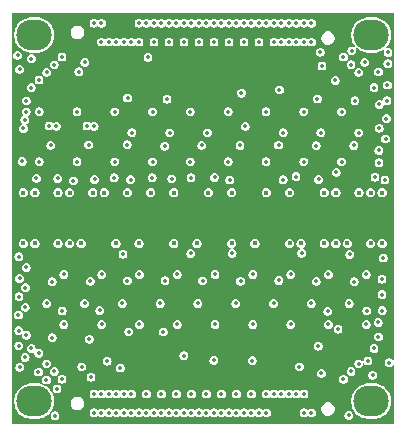
<source format=gbr>
%TF.GenerationSoftware,KiCad,Pcbnew,9.0.6*%
%TF.CreationDate,2025-11-12T11:45:24+01:00*%
%TF.ProjectId,S13552_64Ch_Adapter_BGA2803_V2,53313335-3532-45f3-9634-43685f416461,1*%
%TF.SameCoordinates,Original*%
%TF.FileFunction,Copper,L7,Inr*%
%TF.FilePolarity,Positive*%
%FSLAX46Y46*%
G04 Gerber Fmt 4.6, Leading zero omitted, Abs format (unit mm)*
G04 Created by KiCad (PCBNEW 9.0.6) date 2025-11-12 11:45:24*
%MOMM*%
%LPD*%
G01*
G04 APERTURE LIST*
%TA.AperFunction,ComponentPad*%
%ADD10O,3.000000X2.600000*%
%TD*%
%TA.AperFunction,ViaPad*%
%ADD11C,0.400000*%
%TD*%
%TA.AperFunction,ViaPad*%
%ADD12C,0.350000*%
%TD*%
G04 APERTURE END LIST*
D10*
%TO.N,GND*%
%TO.C,H102*%
X86340000Y-45167114D03*
%TD*%
%TO.N,GND*%
%TO.C,H104*%
X114879999Y-76167098D03*
%TD*%
%TO.N,GND*%
%TO.C,H103*%
X86340000Y-76167098D03*
%TD*%
%TO.N,GND*%
%TO.C,H101*%
X114880000Y-45167114D03*
%TD*%
D11*
%TO.N,Ch_6*%
X113840000Y-58517107D03*
%TO.N,Ch_22*%
X106000000Y-58517107D03*
%TO.N,Ch_11*%
X110900000Y-62817107D03*
%TO.N,Ch_10*%
X111880000Y-58517107D03*
%TO.N,Ch_62*%
X86400000Y-58517107D03*
%TO.N,Ch_43*%
X95220000Y-62817107D03*
%TO.N,Ch_64*%
X85420000Y-58517107D03*
%TO.N,Ch_52*%
X91300000Y-58517107D03*
%TO.N,Ch_18*%
X107960000Y-58517107D03*
%TO.N,Ch_23*%
X105020000Y-62817107D03*
%TO.N,Ch_32*%
X101100000Y-58517107D03*
%TO.N,Ch_37*%
X98160000Y-62817107D03*
%TO.N,Ch_46*%
X94240000Y-58517107D03*
%TO.N,Ch_3*%
X114820000Y-62817107D03*
%TO.N,Ch_1*%
X115800000Y-62817107D03*
%TO.N,Ch_27*%
X103060000Y-62817107D03*
%TO.N,Ch_9*%
X111880000Y-62817107D03*
%TO.N,Ch_7*%
X112860000Y-62817107D03*
%TO.N,Ch_61*%
X86400000Y-62817107D03*
%TO.N,Ch_4*%
X114820000Y-58517107D03*
%TO.N,Ch_12*%
X110900000Y-58517107D03*
%TO.N,Ch_58*%
X88360000Y-58517107D03*
%TO.N,Ch_38*%
X98160000Y-58517107D03*
%TO.N,Ch_55*%
X89340000Y-62817107D03*
%TO.N,Ch_53*%
X90320000Y-62817107D03*
%TO.N,Ch_56*%
X89340000Y-58517107D03*
%TO.N,Ch_50*%
X92280000Y-58517107D03*
%TO.N,Ch_47*%
X93260000Y-62817107D03*
%TO.N,Ch_57*%
X88360000Y-62817107D03*
%TO.N,Ch_17*%
X107960000Y-62817107D03*
%TO.N,Ch_42*%
X96200000Y-58517107D03*
%TO.N,Ch_63*%
X85420000Y-62817107D03*
%TO.N,Ch_33*%
X100120000Y-62817107D03*
%TO.N,Ch_2*%
X115800000Y-58517107D03*
%TO.N,Ch_15*%
X108940000Y-62817107D03*
%TO.N,Ch_28*%
X103060000Y-58517107D03*
D12*
%TO.N,GND*%
X113500000Y-50737107D03*
X116245052Y-49407518D03*
X93110000Y-57267107D03*
X87400590Y-48327696D03*
X90119479Y-48286586D03*
X97590000Y-50597107D03*
X100530000Y-54507107D03*
X115560000Y-53057107D03*
X91402500Y-75567098D03*
X116210000Y-50747107D03*
X93860000Y-63727107D03*
X88100000Y-77417107D03*
X109817500Y-44167114D03*
X113410000Y-54517107D03*
X115484651Y-70734635D03*
X91890000Y-68487107D03*
X87380000Y-74377107D03*
X85670000Y-51667107D03*
X86741204Y-72112619D03*
X85130000Y-73297107D03*
X101610000Y-57227107D03*
X88270000Y-75137107D03*
X85680000Y-64847107D03*
X115540000Y-55987107D03*
X102900000Y-57447107D03*
X108510000Y-57157107D03*
X85060000Y-67327107D03*
X85680000Y-70580000D03*
X112070000Y-70077107D03*
X93630000Y-73367107D03*
X110420000Y-57397107D03*
X111840000Y-49017107D03*
X113229547Y-46495772D03*
X110710000Y-47797107D03*
X92037500Y-44167114D03*
X110210000Y-54547107D03*
X91090000Y-66017107D03*
X84940000Y-46887107D03*
X92037500Y-77167098D03*
X115800000Y-68497107D03*
X94210000Y-54457107D03*
X115560000Y-51050000D03*
X91450000Y-57397107D03*
X113170641Y-47678926D03*
X109817500Y-77167098D03*
X111920000Y-56797107D03*
X115116952Y-71708968D03*
X116170000Y-52250000D03*
X115790000Y-65837107D03*
X114600000Y-72767107D03*
X88710000Y-68537107D03*
X92037500Y-45767114D03*
X86530000Y-57307107D03*
X109182500Y-77167098D03*
X110230000Y-66027107D03*
X95980000Y-47057107D03*
X115790000Y-67147107D03*
X88049360Y-47678926D03*
X115116952Y-49625237D03*
X114500000Y-68527107D03*
X97400000Y-54577107D03*
X114320000Y-47477107D03*
X93307500Y-75567098D03*
X115460000Y-69507107D03*
X90630000Y-47477107D03*
X113819411Y-73006509D03*
X112521870Y-47030155D03*
X97420000Y-65967107D03*
X85030000Y-71477107D03*
X91150000Y-74142114D03*
X85430000Y-53077107D03*
X115200000Y-57207107D03*
X116380000Y-72910000D03*
X113170641Y-73655279D03*
X86103049Y-49625237D03*
X103810000Y-66007107D03*
X109010000Y-63637107D03*
X111190000Y-68557107D03*
X90367505Y-73262144D03*
X85550000Y-52357107D03*
X100600000Y-65977107D03*
X113430000Y-66057107D03*
X110660000Y-73807107D03*
X115490000Y-48297107D03*
X112990000Y-77370000D03*
X91402500Y-44167114D03*
X89660000Y-57517107D03*
X115008007Y-73973872D03*
X85100000Y-48077107D03*
X85570000Y-72467107D03*
X104810000Y-72737107D03*
X91402500Y-77167098D03*
X107060000Y-65947107D03*
X87860000Y-70797107D03*
X88698130Y-74304050D03*
X87740000Y-54507107D03*
X101560000Y-72717107D03*
X85590000Y-68227107D03*
X92672500Y-75567098D03*
X109182500Y-75567098D03*
X93942500Y-45767114D03*
X108800000Y-73257107D03*
X103770000Y-54517107D03*
X87400589Y-73006509D03*
X91010000Y-70917107D03*
X103890000Y-50087107D03*
X116090000Y-53957107D03*
X86110000Y-47167107D03*
X90950000Y-54467107D03*
X94250000Y-50507107D03*
X96330000Y-57267107D03*
X86751820Y-48976466D03*
X109817500Y-45767114D03*
X85040000Y-63957107D03*
X99620000Y-57247107D03*
X112521870Y-74304050D03*
X108547500Y-45767114D03*
X115530000Y-54947107D03*
X88049359Y-73655279D03*
X97980000Y-57337107D03*
X107030000Y-54487107D03*
X107420000Y-57437107D03*
X113819411Y-48327696D03*
X86103048Y-71708968D03*
X110560000Y-46617107D03*
X110390000Y-71507107D03*
X85670000Y-50747107D03*
X85030000Y-70197107D03*
X94505991Y-57405039D03*
X116300000Y-46647107D03*
X88698131Y-47030155D03*
X110320000Y-50587107D03*
X86700000Y-73707107D03*
X88330000Y-57317107D03*
X107110000Y-49817107D03*
X85600000Y-66557107D03*
X116040000Y-57447107D03*
X94240000Y-65967107D03*
X113060000Y-63747107D03*
X109182500Y-45767114D03*
X94350000Y-70287107D03*
X97270000Y-70307107D03*
X116290000Y-47607107D03*
X109182500Y-44167114D03*
X85010000Y-68877107D03*
X99600000Y-63667107D03*
X99010000Y-72317107D03*
X92520000Y-72787107D03*
X103100000Y-63657107D03*
X85100000Y-65777107D03*
X87860000Y-66067107D03*
X92037500Y-75567098D03*
X96482500Y-77167098D03*
X107912500Y-45767114D03*
X90810000Y-52872809D03*
X87610001Y-52872810D03*
X92672500Y-45767114D03*
X93942500Y-75567098D03*
X104737500Y-44167114D03*
X93307500Y-45767114D03*
X108547500Y-75567098D03*
X106007500Y-77167098D03*
X95847500Y-77167098D03*
X95212500Y-44167114D03*
X105372500Y-44167114D03*
X94577500Y-75567098D03*
X107912500Y-75567098D03*
X106642500Y-45767114D03*
X106642500Y-75567098D03*
X94577500Y-45767114D03*
X107277500Y-75567098D03*
X107277500Y-45767114D03*
%TO.N,+3V3*%
X114455000Y-65442107D03*
X106007500Y-44167114D03*
X86765000Y-55892107D03*
X95255000Y-69672107D03*
X109165000Y-51662107D03*
X106642500Y-44167114D03*
X93165000Y-55892107D03*
X101655000Y-65442107D03*
X89965000Y-55892107D03*
X111255000Y-69672107D03*
X109165000Y-55892107D03*
X114455000Y-69672107D03*
X108055000Y-65442107D03*
X107277500Y-44167114D03*
X99565000Y-55892107D03*
X94577500Y-77167098D03*
X93307500Y-77167098D03*
X98455000Y-65442107D03*
X104855000Y-69672107D03*
X92055000Y-65442107D03*
X112365000Y-51662107D03*
X93942500Y-77167098D03*
X99565000Y-51662107D03*
X88855000Y-69672107D03*
X92672500Y-77167098D03*
X93165000Y-51662107D03*
X105965000Y-55892107D03*
X95212500Y-77167098D03*
X98455000Y-69672107D03*
X102765000Y-55892107D03*
X108055000Y-69672107D03*
X88855000Y-65442107D03*
X92055000Y-69672107D03*
X107912500Y-44167114D03*
X111255000Y-65442107D03*
X96365000Y-55892107D03*
X102765000Y-51662107D03*
X86765000Y-51662107D03*
X101655000Y-69672107D03*
X104855000Y-65442107D03*
X112365000Y-55892107D03*
X108547500Y-44167114D03*
X95255000Y-65442107D03*
X105965000Y-51662107D03*
X89965000Y-51662107D03*
X96365000Y-51662107D03*
%TO.N,+1V1*%
X95255000Y-71544214D03*
X99565000Y-52724214D03*
X102765000Y-52724214D03*
X93165000Y-48494214D03*
X112491819Y-72976457D03*
X114438130Y-71030146D03*
X101655000Y-71544214D03*
X108055000Y-71544214D03*
X87430642Y-49655288D03*
X111843048Y-47708977D03*
X92055000Y-67314214D03*
X111843048Y-73625228D03*
X98455000Y-67314214D03*
X113789359Y-71678917D03*
X86781871Y-50304059D03*
X88079411Y-72327687D03*
X96365000Y-52724214D03*
X113140589Y-49006518D03*
X89376953Y-47708977D03*
X104855000Y-71544214D03*
X86765000Y-52724214D03*
X99565000Y-48494214D03*
X89376952Y-73625228D03*
X105965000Y-48494214D03*
X98455000Y-71544214D03*
X86781870Y-71030146D03*
X88728181Y-72976457D03*
X101655000Y-67314214D03*
X113789359Y-49655288D03*
X114455000Y-67314214D03*
X113140589Y-72327687D03*
X109165000Y-52724214D03*
X88079412Y-49006518D03*
X88728182Y-48357748D03*
X93165000Y-52724214D03*
X114438130Y-50304059D03*
X102765000Y-48494214D03*
X89965000Y-52724214D03*
X96365000Y-48494214D03*
X105965000Y-52724214D03*
X88855000Y-67314214D03*
X95255000Y-67314214D03*
X111255000Y-67314214D03*
X112365000Y-52724214D03*
X87430641Y-71678917D03*
X112491819Y-48357748D03*
X104855000Y-67314214D03*
X108055000Y-67314214D03*
X105965000Y-72662107D03*
X105965000Y-68432107D03*
X108055000Y-52902107D03*
X98455000Y-52902107D03*
X89965000Y-72662107D03*
X109165000Y-68432107D03*
X101655000Y-52902107D03*
X106642500Y-77167098D03*
X86765000Y-72662107D03*
X108055000Y-48672107D03*
X94577500Y-44167114D03*
X112365000Y-72122107D03*
X96365000Y-72662107D03*
X112365000Y-68432107D03*
X93307500Y-44167114D03*
X93165000Y-68432107D03*
X114455000Y-48672107D03*
X109165000Y-72662107D03*
X107277500Y-77167098D03*
X107912500Y-77167098D03*
X88855000Y-52902107D03*
X95255000Y-52902107D03*
X88855000Y-49212107D03*
X95255000Y-48672107D03*
X104855000Y-48672107D03*
X102765000Y-72662107D03*
X99565000Y-72662107D03*
X89965000Y-68432107D03*
X104855000Y-52902107D03*
X108547500Y-77167098D03*
X96365000Y-68432107D03*
X86765000Y-68432107D03*
X92055000Y-52902107D03*
X114455000Y-52902107D03*
X98455000Y-48672107D03*
X92055000Y-48672107D03*
X93942500Y-44167114D03*
X111255000Y-48672107D03*
X102765000Y-68432107D03*
X93165000Y-72662107D03*
X111255000Y-52902107D03*
X99565000Y-68432107D03*
X101655000Y-48672107D03*
X92672500Y-44167114D03*
%TO.N,Net-(C1-Pad1)*%
X115897107Y-64054214D03*
%TO.N,Net-(C2-Pad1)*%
X85327107Y-55874214D03*
%TO.N,out_Ch_50*%
X97752500Y-45767114D03*
X94615000Y-53442107D03*
%TO.N,out_Ch_62*%
X88215000Y-52902107D03*
X95212500Y-45767114D03*
%TO.N,out_Ch_56*%
X91415000Y-52902107D03*
X96482500Y-45767114D03*
%TO.N,out_Ch_48*%
X97117500Y-44167114D03*
%TO.N,out_Ch_42*%
X97815000Y-53442107D03*
X99022500Y-45767114D03*
%TO.N,out_Ch_32*%
X101015000Y-53442107D03*
X100292500Y-45767114D03*
%TO.N,out_Ch_22*%
X101562500Y-45767114D03*
X104215000Y-52902107D03*
%TO.N,out_Ch_12*%
X102832500Y-45767114D03*
X107415000Y-53442107D03*
%TO.N,out_Ch_6*%
X110615000Y-53442107D03*
X104102500Y-45767114D03*
%TO.N,out_Ch_2*%
X105372500Y-45767114D03*
X113815000Y-53442107D03*
%TO.N,out_Ch_40*%
X98387500Y-44167114D03*
%TO.N,out_Ch_34*%
X99657500Y-44167114D03*
%TO.N,out_Ch_26*%
X100927500Y-44167114D03*
%TO.N,out_Ch_20*%
X102197500Y-44167114D03*
%TO.N,out_Ch_60*%
X95847500Y-44167114D03*
%TO.N,out_Ch_54*%
X96482500Y-44167114D03*
%TO.N,out_Ch_8*%
X104102500Y-44167114D03*
%TO.N,out_Ch_44*%
X97752500Y-44167114D03*
%TO.N,out_Ch_36*%
X99022500Y-44167114D03*
%TO.N,out_Ch_30*%
X100292500Y-44167114D03*
%TO.N,out_Ch_24*%
X101562500Y-44167114D03*
%TO.N,out_Ch_16*%
X102832500Y-44167114D03*
%TO.N,out_Ch_14*%
X103467500Y-44167114D03*
%TO.N,out_Ch_13*%
X104737500Y-77167098D03*
%TO.N,out_Ch_19*%
X104102500Y-77167098D03*
%TO.N,out_Ch_25*%
X102832500Y-77167098D03*
%TO.N,out_Ch_35*%
X100927500Y-77167098D03*
%TO.N,out_Ch_51*%
X97752500Y-77167098D03*
%TO.N,out_Ch_5*%
X105372500Y-77167098D03*
%TO.N,out_Ch_45*%
X99022500Y-77167098D03*
%TO.N,out_Ch_41*%
X99657500Y-77167098D03*
%TO.N,out_Ch_49*%
X98387500Y-77167098D03*
%TO.N,out_Ch_29*%
X102197500Y-77167098D03*
%TO.N,out_Ch_39*%
X100292500Y-77167098D03*
%TO.N,out_Ch_21*%
X103467500Y-77167098D03*
%TO.N,out_Ch_59*%
X97117500Y-77167098D03*
%TO.N,out_Ch_31*%
X101562500Y-77167098D03*
%TO.N,out_Ch_63*%
X95847500Y-75567098D03*
X87405000Y-67892107D03*
%TO.N,out_Ch_23*%
X102197500Y-75567098D03*
X103405000Y-67892107D03*
%TO.N,out_Ch_43*%
X99657500Y-75567098D03*
X97005000Y-67892107D03*
%TO.N,out_Ch_15*%
X103467500Y-75567098D03*
X106605000Y-67892107D03*
%TO.N,out_Ch_53*%
X93805000Y-67892107D03*
X98387500Y-75567098D03*
%TO.N,out_Ch_9*%
X109805000Y-67892107D03*
X104737500Y-75567098D03*
%TO.N,out_Ch_3*%
X113005000Y-67892107D03*
X106007500Y-75567098D03*
%TO.N,out_Ch_57*%
X90605000Y-67892107D03*
X97117500Y-75567098D03*
%TO.N,out_Ch_33*%
X100927500Y-75567098D03*
X100205000Y-67892107D03*
%TD*%
%TA.AperFunction,Conductor*%
%TO.N,+1V1*%
G36*
X116765148Y-43281959D02*
G01*
X116779500Y-43316607D01*
X116779500Y-72668084D01*
X116765148Y-72702732D01*
X116730500Y-72717084D01*
X116695852Y-72702732D01*
X116688065Y-72692585D01*
X116680475Y-72679438D01*
X116610562Y-72609525D01*
X116524940Y-72560090D01*
X116524936Y-72560089D01*
X116429438Y-72534500D01*
X116429435Y-72534500D01*
X116330565Y-72534500D01*
X116330562Y-72534500D01*
X116235063Y-72560089D01*
X116235059Y-72560090D01*
X116149437Y-72609525D01*
X116149437Y-72609526D01*
X116079526Y-72679437D01*
X116079525Y-72679437D01*
X116030090Y-72765059D01*
X116030089Y-72765063D01*
X116004500Y-72860562D01*
X116004500Y-72959437D01*
X116030089Y-73054936D01*
X116030090Y-73054940D01*
X116077205Y-73136544D01*
X116079525Y-73140562D01*
X116149438Y-73210475D01*
X116180776Y-73228568D01*
X116235059Y-73259909D01*
X116235061Y-73259909D01*
X116235062Y-73259910D01*
X116258937Y-73266307D01*
X116330562Y-73285500D01*
X116330565Y-73285500D01*
X116429437Y-73285500D01*
X116477186Y-73272705D01*
X116524938Y-73259910D01*
X116610562Y-73210475D01*
X116680475Y-73140562D01*
X116688065Y-73127414D01*
X116717818Y-73104585D01*
X116755000Y-73109480D01*
X116777830Y-73139233D01*
X116779500Y-73151915D01*
X116779500Y-78017598D01*
X116765148Y-78052246D01*
X116730500Y-78066598D01*
X84489500Y-78066598D01*
X84454852Y-78052246D01*
X84440500Y-78017598D01*
X84440500Y-76049006D01*
X84639500Y-76049006D01*
X84639500Y-76285189D01*
X84676446Y-76518463D01*
X84676447Y-76518466D01*
X84749432Y-76743091D01*
X84856653Y-76953525D01*
X84856656Y-76953529D01*
X84856657Y-76953531D01*
X84995483Y-77144608D01*
X84995485Y-77144610D01*
X84995488Y-77144614D01*
X85162483Y-77311609D01*
X85162486Y-77311611D01*
X85162490Y-77311615D01*
X85353567Y-77450441D01*
X85353569Y-77450442D01*
X85353572Y-77450444D01*
X85480153Y-77514940D01*
X85564008Y-77557666D01*
X85788632Y-77630651D01*
X86021908Y-77667598D01*
X86021909Y-77667598D01*
X86658091Y-77667598D01*
X86658092Y-77667598D01*
X86891368Y-77630651D01*
X87115992Y-77557666D01*
X87326433Y-77450441D01*
X87440359Y-77367669D01*
X87724500Y-77367669D01*
X87724500Y-77466544D01*
X87750089Y-77562043D01*
X87750090Y-77562047D01*
X87799525Y-77647669D01*
X87869438Y-77717582D01*
X87900776Y-77735675D01*
X87955059Y-77767016D01*
X87955061Y-77767016D01*
X87955062Y-77767017D01*
X87978937Y-77773414D01*
X88050562Y-77792607D01*
X88050565Y-77792607D01*
X88149437Y-77792607D01*
X88197186Y-77779812D01*
X88244938Y-77767017D01*
X88330562Y-77717582D01*
X88400475Y-77647669D01*
X88449910Y-77562045D01*
X88475224Y-77467573D01*
X88475500Y-77466544D01*
X88475500Y-77367669D01*
X88449910Y-77272170D01*
X88449909Y-77272166D01*
X88417789Y-77216533D01*
X88400475Y-77186545D01*
X88331590Y-77117660D01*
X91027000Y-77117660D01*
X91027000Y-77216535D01*
X91052589Y-77312034D01*
X91052590Y-77312038D01*
X91088006Y-77373379D01*
X91102025Y-77397660D01*
X91171938Y-77467573D01*
X91203276Y-77485666D01*
X91257559Y-77517007D01*
X91257561Y-77517007D01*
X91257562Y-77517008D01*
X91281437Y-77523405D01*
X91353062Y-77542598D01*
X91353065Y-77542598D01*
X91451937Y-77542598D01*
X91499686Y-77529803D01*
X91547438Y-77517008D01*
X91551024Y-77514938D01*
X91558911Y-77510384D01*
X91633062Y-77467573D01*
X91685352Y-77415283D01*
X91720000Y-77400931D01*
X91754648Y-77415283D01*
X91806938Y-77467573D01*
X91838276Y-77485666D01*
X91892559Y-77517007D01*
X91892561Y-77517007D01*
X91892562Y-77517008D01*
X91916437Y-77523405D01*
X91988062Y-77542598D01*
X91988065Y-77542598D01*
X92086937Y-77542598D01*
X92134686Y-77529803D01*
X92182438Y-77517008D01*
X92186024Y-77514938D01*
X92193911Y-77510384D01*
X92268062Y-77467573D01*
X92320352Y-77415283D01*
X92355000Y-77400931D01*
X92389648Y-77415283D01*
X92441938Y-77467573D01*
X92473276Y-77485666D01*
X92527559Y-77517007D01*
X92527561Y-77517007D01*
X92527562Y-77517008D01*
X92551437Y-77523405D01*
X92623062Y-77542598D01*
X92623065Y-77542598D01*
X92721937Y-77542598D01*
X92769686Y-77529803D01*
X92817438Y-77517008D01*
X92821024Y-77514938D01*
X92828911Y-77510384D01*
X92903062Y-77467573D01*
X92955352Y-77415283D01*
X92990000Y-77400931D01*
X93024648Y-77415283D01*
X93076938Y-77467573D01*
X93108276Y-77485666D01*
X93162559Y-77517007D01*
X93162561Y-77517007D01*
X93162562Y-77517008D01*
X93186437Y-77523405D01*
X93258062Y-77542598D01*
X93258065Y-77542598D01*
X93356937Y-77542598D01*
X93404686Y-77529803D01*
X93452438Y-77517008D01*
X93456024Y-77514938D01*
X93463911Y-77510384D01*
X93538062Y-77467573D01*
X93590352Y-77415283D01*
X93625000Y-77400931D01*
X93659648Y-77415283D01*
X93711938Y-77467573D01*
X93743276Y-77485666D01*
X93797559Y-77517007D01*
X93797561Y-77517007D01*
X93797562Y-77517008D01*
X93821437Y-77523405D01*
X93893062Y-77542598D01*
X93893065Y-77542598D01*
X93991937Y-77542598D01*
X94039686Y-77529803D01*
X94087438Y-77517008D01*
X94091024Y-77514938D01*
X94098911Y-77510384D01*
X94173062Y-77467573D01*
X94225352Y-77415283D01*
X94260000Y-77400931D01*
X94294648Y-77415283D01*
X94346938Y-77467573D01*
X94378276Y-77485666D01*
X94432559Y-77517007D01*
X94432561Y-77517007D01*
X94432562Y-77517008D01*
X94456437Y-77523405D01*
X94528062Y-77542598D01*
X94528065Y-77542598D01*
X94626937Y-77542598D01*
X94674686Y-77529803D01*
X94722438Y-77517008D01*
X94726024Y-77514938D01*
X94733911Y-77510384D01*
X94808062Y-77467573D01*
X94860352Y-77415283D01*
X94895000Y-77400931D01*
X94929648Y-77415283D01*
X94981938Y-77467573D01*
X95013276Y-77485666D01*
X95067559Y-77517007D01*
X95067561Y-77517007D01*
X95067562Y-77517008D01*
X95091437Y-77523405D01*
X95163062Y-77542598D01*
X95163065Y-77542598D01*
X95261937Y-77542598D01*
X95309686Y-77529803D01*
X95357438Y-77517008D01*
X95361024Y-77514938D01*
X95368911Y-77510384D01*
X95443062Y-77467573D01*
X95495352Y-77415283D01*
X95530000Y-77400931D01*
X95564648Y-77415283D01*
X95616938Y-77467573D01*
X95648276Y-77485666D01*
X95702559Y-77517007D01*
X95702561Y-77517007D01*
X95702562Y-77517008D01*
X95726437Y-77523405D01*
X95798062Y-77542598D01*
X95798065Y-77542598D01*
X95896937Y-77542598D01*
X95944686Y-77529803D01*
X95992438Y-77517008D01*
X95996024Y-77514938D01*
X96003911Y-77510384D01*
X96078062Y-77467573D01*
X96130352Y-77415283D01*
X96165000Y-77400931D01*
X96199648Y-77415283D01*
X96251938Y-77467573D01*
X96283276Y-77485666D01*
X96337559Y-77517007D01*
X96337561Y-77517007D01*
X96337562Y-77517008D01*
X96361437Y-77523405D01*
X96433062Y-77542598D01*
X96433065Y-77542598D01*
X96531937Y-77542598D01*
X96579686Y-77529803D01*
X96627438Y-77517008D01*
X96631024Y-77514938D01*
X96638911Y-77510384D01*
X96713062Y-77467573D01*
X96765352Y-77415283D01*
X96800000Y-77400931D01*
X96834648Y-77415283D01*
X96886938Y-77467573D01*
X96918276Y-77485666D01*
X96972559Y-77517007D01*
X96972561Y-77517007D01*
X96972562Y-77517008D01*
X96996437Y-77523405D01*
X97068062Y-77542598D01*
X97068065Y-77542598D01*
X97166937Y-77542598D01*
X97214686Y-77529803D01*
X97262438Y-77517008D01*
X97266024Y-77514938D01*
X97273911Y-77510384D01*
X97348062Y-77467573D01*
X97400352Y-77415283D01*
X97435000Y-77400931D01*
X97469648Y-77415283D01*
X97521938Y-77467573D01*
X97553276Y-77485666D01*
X97607559Y-77517007D01*
X97607561Y-77517007D01*
X97607562Y-77517008D01*
X97631437Y-77523405D01*
X97703062Y-77542598D01*
X97703065Y-77542598D01*
X97801937Y-77542598D01*
X97849686Y-77529803D01*
X97897438Y-77517008D01*
X97901024Y-77514938D01*
X97908911Y-77510384D01*
X97983062Y-77467573D01*
X98035352Y-77415283D01*
X98070000Y-77400931D01*
X98104648Y-77415283D01*
X98156938Y-77467573D01*
X98188276Y-77485666D01*
X98242559Y-77517007D01*
X98242561Y-77517007D01*
X98242562Y-77517008D01*
X98266437Y-77523405D01*
X98338062Y-77542598D01*
X98338065Y-77542598D01*
X98436937Y-77542598D01*
X98484686Y-77529803D01*
X98532438Y-77517008D01*
X98536024Y-77514938D01*
X98543911Y-77510384D01*
X98618062Y-77467573D01*
X98670352Y-77415283D01*
X98705000Y-77400931D01*
X98739648Y-77415283D01*
X98791938Y-77467573D01*
X98823276Y-77485666D01*
X98877559Y-77517007D01*
X98877561Y-77517007D01*
X98877562Y-77517008D01*
X98901437Y-77523405D01*
X98973062Y-77542598D01*
X98973065Y-77542598D01*
X99071937Y-77542598D01*
X99119686Y-77529803D01*
X99167438Y-77517008D01*
X99171024Y-77514938D01*
X99178911Y-77510384D01*
X99253062Y-77467573D01*
X99305352Y-77415283D01*
X99340000Y-77400931D01*
X99374648Y-77415283D01*
X99426938Y-77467573D01*
X99458276Y-77485666D01*
X99512559Y-77517007D01*
X99512561Y-77517007D01*
X99512562Y-77517008D01*
X99536437Y-77523405D01*
X99608062Y-77542598D01*
X99608065Y-77542598D01*
X99706937Y-77542598D01*
X99754686Y-77529803D01*
X99802438Y-77517008D01*
X99806024Y-77514938D01*
X99813911Y-77510384D01*
X99888062Y-77467573D01*
X99940352Y-77415283D01*
X99975000Y-77400931D01*
X100009648Y-77415283D01*
X100061938Y-77467573D01*
X100093276Y-77485666D01*
X100147559Y-77517007D01*
X100147561Y-77517007D01*
X100147562Y-77517008D01*
X100171437Y-77523405D01*
X100243062Y-77542598D01*
X100243065Y-77542598D01*
X100341937Y-77542598D01*
X100389686Y-77529803D01*
X100437438Y-77517008D01*
X100441024Y-77514938D01*
X100448911Y-77510384D01*
X100523062Y-77467573D01*
X100575352Y-77415283D01*
X100610000Y-77400931D01*
X100644648Y-77415283D01*
X100696938Y-77467573D01*
X100728276Y-77485666D01*
X100782559Y-77517007D01*
X100782561Y-77517007D01*
X100782562Y-77517008D01*
X100806437Y-77523405D01*
X100878062Y-77542598D01*
X100878065Y-77542598D01*
X100976937Y-77542598D01*
X101024686Y-77529803D01*
X101072438Y-77517008D01*
X101076024Y-77514938D01*
X101083911Y-77510384D01*
X101158062Y-77467573D01*
X101210352Y-77415283D01*
X101245000Y-77400931D01*
X101279648Y-77415283D01*
X101331938Y-77467573D01*
X101363276Y-77485666D01*
X101417559Y-77517007D01*
X101417561Y-77517007D01*
X101417562Y-77517008D01*
X101441437Y-77523405D01*
X101513062Y-77542598D01*
X101513065Y-77542598D01*
X101611937Y-77542598D01*
X101659686Y-77529803D01*
X101707438Y-77517008D01*
X101711024Y-77514938D01*
X101718911Y-77510384D01*
X101793062Y-77467573D01*
X101845352Y-77415283D01*
X101880000Y-77400931D01*
X101914648Y-77415283D01*
X101966938Y-77467573D01*
X101998276Y-77485666D01*
X102052559Y-77517007D01*
X102052561Y-77517007D01*
X102052562Y-77517008D01*
X102076437Y-77523405D01*
X102148062Y-77542598D01*
X102148065Y-77542598D01*
X102246937Y-77542598D01*
X102294686Y-77529803D01*
X102342438Y-77517008D01*
X102346024Y-77514938D01*
X102353911Y-77510384D01*
X102428062Y-77467573D01*
X102480352Y-77415283D01*
X102515000Y-77400931D01*
X102549648Y-77415283D01*
X102601938Y-77467573D01*
X102633276Y-77485666D01*
X102687559Y-77517007D01*
X102687561Y-77517007D01*
X102687562Y-77517008D01*
X102711437Y-77523405D01*
X102783062Y-77542598D01*
X102783065Y-77542598D01*
X102881937Y-77542598D01*
X102929686Y-77529803D01*
X102977438Y-77517008D01*
X102981024Y-77514938D01*
X102988911Y-77510384D01*
X103063062Y-77467573D01*
X103115352Y-77415283D01*
X103150000Y-77400931D01*
X103184648Y-77415283D01*
X103236938Y-77467573D01*
X103268276Y-77485666D01*
X103322559Y-77517007D01*
X103322561Y-77517007D01*
X103322562Y-77517008D01*
X103346437Y-77523405D01*
X103418062Y-77542598D01*
X103418065Y-77542598D01*
X103516937Y-77542598D01*
X103564686Y-77529803D01*
X103612438Y-77517008D01*
X103616024Y-77514938D01*
X103623911Y-77510384D01*
X103698062Y-77467573D01*
X103750352Y-77415283D01*
X103785000Y-77400931D01*
X103819648Y-77415283D01*
X103871938Y-77467573D01*
X103903276Y-77485666D01*
X103957559Y-77517007D01*
X103957561Y-77517007D01*
X103957562Y-77517008D01*
X103981437Y-77523405D01*
X104053062Y-77542598D01*
X104053065Y-77542598D01*
X104151937Y-77542598D01*
X104199686Y-77529803D01*
X104247438Y-77517008D01*
X104251024Y-77514938D01*
X104258911Y-77510384D01*
X104333062Y-77467573D01*
X104385352Y-77415283D01*
X104420000Y-77400931D01*
X104454648Y-77415283D01*
X104506938Y-77467573D01*
X104538276Y-77485666D01*
X104592559Y-77517007D01*
X104592561Y-77517007D01*
X104592562Y-77517008D01*
X104616437Y-77523405D01*
X104688062Y-77542598D01*
X104688065Y-77542598D01*
X104786937Y-77542598D01*
X104834686Y-77529803D01*
X104882438Y-77517008D01*
X104886024Y-77514938D01*
X104893911Y-77510384D01*
X104968062Y-77467573D01*
X105020352Y-77415283D01*
X105055000Y-77400931D01*
X105089648Y-77415283D01*
X105141938Y-77467573D01*
X105173276Y-77485666D01*
X105227559Y-77517007D01*
X105227561Y-77517007D01*
X105227562Y-77517008D01*
X105251437Y-77523405D01*
X105323062Y-77542598D01*
X105323065Y-77542598D01*
X105421937Y-77542598D01*
X105469686Y-77529803D01*
X105517438Y-77517008D01*
X105521024Y-77514938D01*
X105528911Y-77510384D01*
X105603062Y-77467573D01*
X105655352Y-77415283D01*
X105690000Y-77400931D01*
X105724648Y-77415283D01*
X105776938Y-77467573D01*
X105808276Y-77485666D01*
X105862559Y-77517007D01*
X105862561Y-77517007D01*
X105862562Y-77517008D01*
X105886437Y-77523405D01*
X105958062Y-77542598D01*
X105958065Y-77542598D01*
X106056937Y-77542598D01*
X106104686Y-77529803D01*
X106152438Y-77517008D01*
X106156024Y-77514938D01*
X106163911Y-77510384D01*
X106238062Y-77467573D01*
X106307975Y-77397660D01*
X106357410Y-77312036D01*
X106370205Y-77264284D01*
X106383000Y-77216535D01*
X106383000Y-77117660D01*
X108807000Y-77117660D01*
X108807000Y-77216535D01*
X108832589Y-77312034D01*
X108832590Y-77312038D01*
X108868006Y-77373379D01*
X108882025Y-77397660D01*
X108951938Y-77467573D01*
X108983276Y-77485666D01*
X109037559Y-77517007D01*
X109037561Y-77517007D01*
X109037562Y-77517008D01*
X109061437Y-77523405D01*
X109133062Y-77542598D01*
X109133065Y-77542598D01*
X109231937Y-77542598D01*
X109279686Y-77529803D01*
X109327438Y-77517008D01*
X109331024Y-77514938D01*
X109338911Y-77510384D01*
X109413062Y-77467573D01*
X109465352Y-77415283D01*
X109500000Y-77400931D01*
X109534648Y-77415283D01*
X109586938Y-77467573D01*
X109618276Y-77485666D01*
X109672559Y-77517007D01*
X109672561Y-77517007D01*
X109672562Y-77517008D01*
X109696437Y-77523405D01*
X109768062Y-77542598D01*
X109768065Y-77542598D01*
X109866937Y-77542598D01*
X109914686Y-77529803D01*
X109962438Y-77517008D01*
X109966024Y-77514938D01*
X109973911Y-77510384D01*
X110048062Y-77467573D01*
X110117975Y-77397660D01*
X110167410Y-77312036D01*
X110180205Y-77264284D01*
X110193000Y-77216535D01*
X110193000Y-77117660D01*
X110167410Y-77022161D01*
X110167409Y-77022157D01*
X110127787Y-76953531D01*
X110117975Y-76936536D01*
X110048062Y-76866623D01*
X109962440Y-76817188D01*
X109962436Y-76817187D01*
X109918633Y-76805450D01*
X109866938Y-76791598D01*
X109866935Y-76791598D01*
X109768065Y-76791598D01*
X109768062Y-76791598D01*
X109672563Y-76817187D01*
X109672559Y-76817188D01*
X109586937Y-76866623D01*
X109586937Y-76866624D01*
X109534648Y-76918913D01*
X109500000Y-76933265D01*
X109465352Y-76918913D01*
X109413062Y-76866623D01*
X109327440Y-76817188D01*
X109327436Y-76817187D01*
X109231938Y-76791598D01*
X109231935Y-76791598D01*
X109133065Y-76791598D01*
X109133062Y-76791598D01*
X109037563Y-76817187D01*
X109037559Y-76817188D01*
X108951937Y-76866623D01*
X108951937Y-76866624D01*
X108882026Y-76936535D01*
X108882025Y-76936535D01*
X108832590Y-77022157D01*
X108832589Y-77022161D01*
X108807000Y-77117660D01*
X106383000Y-77117660D01*
X106357410Y-77022161D01*
X106357409Y-77022157D01*
X106317787Y-76953531D01*
X106307975Y-76936536D01*
X106238062Y-76866623D01*
X106152440Y-76817188D01*
X106152436Y-76817187D01*
X106056938Y-76791598D01*
X106056935Y-76791598D01*
X105958065Y-76791598D01*
X105958062Y-76791598D01*
X105862563Y-76817187D01*
X105862559Y-76817188D01*
X105776937Y-76866623D01*
X105776937Y-76866624D01*
X105724648Y-76918913D01*
X105690000Y-76933265D01*
X105655352Y-76918913D01*
X105603062Y-76866623D01*
X105517440Y-76817188D01*
X105517436Y-76817187D01*
X105421938Y-76791598D01*
X105421935Y-76791598D01*
X105323065Y-76791598D01*
X105323062Y-76791598D01*
X105227563Y-76817187D01*
X105227559Y-76817188D01*
X105141937Y-76866623D01*
X105141937Y-76866624D01*
X105089648Y-76918913D01*
X105055000Y-76933265D01*
X105020352Y-76918913D01*
X104968062Y-76866623D01*
X104882440Y-76817188D01*
X104882436Y-76817187D01*
X104786938Y-76791598D01*
X104786935Y-76791598D01*
X104688065Y-76791598D01*
X104688062Y-76791598D01*
X104592563Y-76817187D01*
X104592559Y-76817188D01*
X104506937Y-76866623D01*
X104506937Y-76866624D01*
X104454648Y-76918913D01*
X104420000Y-76933265D01*
X104385352Y-76918913D01*
X104333062Y-76866623D01*
X104247440Y-76817188D01*
X104247436Y-76817187D01*
X104151938Y-76791598D01*
X104151935Y-76791598D01*
X104053065Y-76791598D01*
X104053062Y-76791598D01*
X103957563Y-76817187D01*
X103957559Y-76817188D01*
X103871937Y-76866623D01*
X103871937Y-76866624D01*
X103819648Y-76918913D01*
X103785000Y-76933265D01*
X103750352Y-76918913D01*
X103698062Y-76866623D01*
X103612440Y-76817188D01*
X103612436Y-76817187D01*
X103516938Y-76791598D01*
X103516935Y-76791598D01*
X103418065Y-76791598D01*
X103418062Y-76791598D01*
X103322563Y-76817187D01*
X103322559Y-76817188D01*
X103236937Y-76866623D01*
X103236937Y-76866624D01*
X103184648Y-76918913D01*
X103150000Y-76933265D01*
X103115352Y-76918913D01*
X103063062Y-76866623D01*
X102977440Y-76817188D01*
X102977436Y-76817187D01*
X102881938Y-76791598D01*
X102881935Y-76791598D01*
X102783065Y-76791598D01*
X102783062Y-76791598D01*
X102687563Y-76817187D01*
X102687559Y-76817188D01*
X102601937Y-76866623D01*
X102601937Y-76866624D01*
X102549648Y-76918913D01*
X102515000Y-76933265D01*
X102480352Y-76918913D01*
X102428062Y-76866623D01*
X102342440Y-76817188D01*
X102342436Y-76817187D01*
X102246938Y-76791598D01*
X102246935Y-76791598D01*
X102148065Y-76791598D01*
X102148062Y-76791598D01*
X102052563Y-76817187D01*
X102052559Y-76817188D01*
X101966937Y-76866623D01*
X101966937Y-76866624D01*
X101914648Y-76918913D01*
X101880000Y-76933265D01*
X101845352Y-76918913D01*
X101793062Y-76866623D01*
X101707440Y-76817188D01*
X101707436Y-76817187D01*
X101611938Y-76791598D01*
X101611935Y-76791598D01*
X101513065Y-76791598D01*
X101513062Y-76791598D01*
X101417563Y-76817187D01*
X101417559Y-76817188D01*
X101331937Y-76866623D01*
X101331937Y-76866624D01*
X101279648Y-76918913D01*
X101245000Y-76933265D01*
X101210352Y-76918913D01*
X101158062Y-76866623D01*
X101072440Y-76817188D01*
X101072436Y-76817187D01*
X100976938Y-76791598D01*
X100976935Y-76791598D01*
X100878065Y-76791598D01*
X100878062Y-76791598D01*
X100782563Y-76817187D01*
X100782559Y-76817188D01*
X100696937Y-76866623D01*
X100696937Y-76866624D01*
X100644648Y-76918913D01*
X100610000Y-76933265D01*
X100575352Y-76918913D01*
X100523062Y-76866623D01*
X100437440Y-76817188D01*
X100437436Y-76817187D01*
X100341938Y-76791598D01*
X100341935Y-76791598D01*
X100243065Y-76791598D01*
X100243062Y-76791598D01*
X100147563Y-76817187D01*
X100147559Y-76817188D01*
X100061937Y-76866623D01*
X100061937Y-76866624D01*
X100009648Y-76918913D01*
X99975000Y-76933265D01*
X99940352Y-76918913D01*
X99888062Y-76866623D01*
X99802440Y-76817188D01*
X99802436Y-76817187D01*
X99706938Y-76791598D01*
X99706935Y-76791598D01*
X99608065Y-76791598D01*
X99608062Y-76791598D01*
X99512563Y-76817187D01*
X99512559Y-76817188D01*
X99426937Y-76866623D01*
X99426937Y-76866624D01*
X99374648Y-76918913D01*
X99340000Y-76933265D01*
X99305352Y-76918913D01*
X99253062Y-76866623D01*
X99167440Y-76817188D01*
X99167436Y-76817187D01*
X99071938Y-76791598D01*
X99071935Y-76791598D01*
X98973065Y-76791598D01*
X98973062Y-76791598D01*
X98877563Y-76817187D01*
X98877559Y-76817188D01*
X98791937Y-76866623D01*
X98791937Y-76866624D01*
X98739648Y-76918913D01*
X98705000Y-76933265D01*
X98670352Y-76918913D01*
X98618062Y-76866623D01*
X98532440Y-76817188D01*
X98532436Y-76817187D01*
X98436938Y-76791598D01*
X98436935Y-76791598D01*
X98338065Y-76791598D01*
X98338062Y-76791598D01*
X98242563Y-76817187D01*
X98242559Y-76817188D01*
X98156937Y-76866623D01*
X98156937Y-76866624D01*
X98104648Y-76918913D01*
X98070000Y-76933265D01*
X98035352Y-76918913D01*
X97983062Y-76866623D01*
X97897440Y-76817188D01*
X97897436Y-76817187D01*
X97801938Y-76791598D01*
X97801935Y-76791598D01*
X97703065Y-76791598D01*
X97703062Y-76791598D01*
X97607563Y-76817187D01*
X97607559Y-76817188D01*
X97521937Y-76866623D01*
X97521937Y-76866624D01*
X97469648Y-76918913D01*
X97435000Y-76933265D01*
X97400352Y-76918913D01*
X97348062Y-76866623D01*
X97262440Y-76817188D01*
X97262436Y-76817187D01*
X97166938Y-76791598D01*
X97166935Y-76791598D01*
X97068065Y-76791598D01*
X97068062Y-76791598D01*
X96972563Y-76817187D01*
X96972559Y-76817188D01*
X96886937Y-76866623D01*
X96886937Y-76866624D01*
X96834648Y-76918913D01*
X96800000Y-76933265D01*
X96765352Y-76918913D01*
X96713062Y-76866623D01*
X96627440Y-76817188D01*
X96627436Y-76817187D01*
X96531938Y-76791598D01*
X96531935Y-76791598D01*
X96433065Y-76791598D01*
X96433062Y-76791598D01*
X96337563Y-76817187D01*
X96337559Y-76817188D01*
X96251937Y-76866623D01*
X96251937Y-76866624D01*
X96199648Y-76918913D01*
X96165000Y-76933265D01*
X96130352Y-76918913D01*
X96078062Y-76866623D01*
X95992440Y-76817188D01*
X95992436Y-76817187D01*
X95896938Y-76791598D01*
X95896935Y-76791598D01*
X95798065Y-76791598D01*
X95798062Y-76791598D01*
X95702563Y-76817187D01*
X95702559Y-76817188D01*
X95616937Y-76866623D01*
X95616937Y-76866624D01*
X95564648Y-76918913D01*
X95530000Y-76933265D01*
X95495352Y-76918913D01*
X95443062Y-76866623D01*
X95357440Y-76817188D01*
X95357436Y-76817187D01*
X95261938Y-76791598D01*
X95261935Y-76791598D01*
X95163065Y-76791598D01*
X95163062Y-76791598D01*
X95067563Y-76817187D01*
X95067559Y-76817188D01*
X94981937Y-76866623D01*
X94981937Y-76866624D01*
X94929648Y-76918913D01*
X94895000Y-76933265D01*
X94860352Y-76918913D01*
X94808062Y-76866623D01*
X94722440Y-76817188D01*
X94722436Y-76817187D01*
X94626938Y-76791598D01*
X94626935Y-76791598D01*
X94528065Y-76791598D01*
X94528062Y-76791598D01*
X94432563Y-76817187D01*
X94432559Y-76817188D01*
X94346937Y-76866623D01*
X94346937Y-76866624D01*
X94294648Y-76918913D01*
X94260000Y-76933265D01*
X94225352Y-76918913D01*
X94173062Y-76866623D01*
X94087440Y-76817188D01*
X94087436Y-76817187D01*
X93991938Y-76791598D01*
X93991935Y-76791598D01*
X93893065Y-76791598D01*
X93893062Y-76791598D01*
X93797563Y-76817187D01*
X93797559Y-76817188D01*
X93711937Y-76866623D01*
X93711937Y-76866624D01*
X93659648Y-76918913D01*
X93625000Y-76933265D01*
X93590352Y-76918913D01*
X93538062Y-76866623D01*
X93452440Y-76817188D01*
X93452436Y-76817187D01*
X93356938Y-76791598D01*
X93356935Y-76791598D01*
X93258065Y-76791598D01*
X93258062Y-76791598D01*
X93162563Y-76817187D01*
X93162559Y-76817188D01*
X93076937Y-76866623D01*
X93076937Y-76866624D01*
X93024648Y-76918913D01*
X92990000Y-76933265D01*
X92955352Y-76918913D01*
X92903062Y-76866623D01*
X92817440Y-76817188D01*
X92817436Y-76817187D01*
X92721938Y-76791598D01*
X92721935Y-76791598D01*
X92623065Y-76791598D01*
X92623062Y-76791598D01*
X92527563Y-76817187D01*
X92527559Y-76817188D01*
X92441937Y-76866623D01*
X92441937Y-76866624D01*
X92389648Y-76918913D01*
X92355000Y-76933265D01*
X92320352Y-76918913D01*
X92268062Y-76866623D01*
X92182440Y-76817188D01*
X92182436Y-76817187D01*
X92086938Y-76791598D01*
X92086935Y-76791598D01*
X91988065Y-76791598D01*
X91988062Y-76791598D01*
X91892563Y-76817187D01*
X91892559Y-76817188D01*
X91806937Y-76866623D01*
X91806937Y-76866624D01*
X91754648Y-76918913D01*
X91720000Y-76933265D01*
X91685352Y-76918913D01*
X91633062Y-76866623D01*
X91547440Y-76817188D01*
X91547436Y-76817187D01*
X91451938Y-76791598D01*
X91451935Y-76791598D01*
X91353065Y-76791598D01*
X91353062Y-76791598D01*
X91257563Y-76817187D01*
X91257559Y-76817188D01*
X91171937Y-76866623D01*
X91171937Y-76866624D01*
X91102026Y-76936535D01*
X91102025Y-76936535D01*
X91052590Y-77022157D01*
X91052589Y-77022161D01*
X91027000Y-77117660D01*
X88331590Y-77117660D01*
X88330562Y-77116632D01*
X88244940Y-77067197D01*
X88244936Y-77067196D01*
X88149438Y-77041607D01*
X88149435Y-77041607D01*
X88050565Y-77041607D01*
X88050562Y-77041607D01*
X87955063Y-77067196D01*
X87955059Y-77067197D01*
X87869437Y-77116632D01*
X87869437Y-77116633D01*
X87799526Y-77186544D01*
X87799525Y-77186544D01*
X87750090Y-77272166D01*
X87750089Y-77272170D01*
X87724500Y-77367669D01*
X87440359Y-77367669D01*
X87517510Y-77311615D01*
X87684517Y-77144608D01*
X87823343Y-76953531D01*
X87930568Y-76743090D01*
X88003553Y-76518466D01*
X88039528Y-76291328D01*
X89424500Y-76291328D01*
X89424500Y-76442867D01*
X89463718Y-76589231D01*
X89463719Y-76589235D01*
X89539485Y-76720463D01*
X89646635Y-76827613D01*
X89694666Y-76855344D01*
X89777862Y-76903378D01*
X89777864Y-76903378D01*
X89777865Y-76903379D01*
X89889402Y-76933265D01*
X89924230Y-76942597D01*
X89924231Y-76942598D01*
X89924234Y-76942598D01*
X90075769Y-76942598D01*
X90075769Y-76942597D01*
X90222135Y-76903379D01*
X90353365Y-76827613D01*
X90419650Y-76761328D01*
X110644500Y-76761328D01*
X110644500Y-76912867D01*
X110683718Y-77059231D01*
X110683719Y-77059235D01*
X110733010Y-77144608D01*
X110759485Y-77190463D01*
X110866635Y-77297613D01*
X110891620Y-77312038D01*
X110997862Y-77373378D01*
X110997864Y-77373378D01*
X110997865Y-77373379D01*
X111088484Y-77397660D01*
X111144230Y-77412597D01*
X111144231Y-77412598D01*
X111144234Y-77412598D01*
X111295769Y-77412598D01*
X111295769Y-77412597D01*
X111442135Y-77373379D01*
X111451156Y-77368171D01*
X111459718Y-77363227D01*
X111533616Y-77320562D01*
X112614500Y-77320562D01*
X112614500Y-77419437D01*
X112640089Y-77514936D01*
X112640090Y-77514940D01*
X112667286Y-77562043D01*
X112689525Y-77600562D01*
X112759438Y-77670475D01*
X112790776Y-77688568D01*
X112845059Y-77719909D01*
X112845061Y-77719909D01*
X112845062Y-77719910D01*
X112868937Y-77726307D01*
X112940562Y-77745500D01*
X112940565Y-77745500D01*
X113039437Y-77745500D01*
X113087186Y-77732705D01*
X113134938Y-77719910D01*
X113220562Y-77670475D01*
X113290475Y-77600562D01*
X113338715Y-77517008D01*
X113339909Y-77514940D01*
X113339909Y-77514939D01*
X113339910Y-77514938D01*
X113357192Y-77450441D01*
X113365500Y-77419437D01*
X113365500Y-77320562D01*
X113339910Y-77225063D01*
X113339909Y-77225059D01*
X113290474Y-77139437D01*
X113220562Y-77069525D01*
X113134940Y-77020090D01*
X113134936Y-77020089D01*
X113039438Y-76994500D01*
X113039435Y-76994500D01*
X112940565Y-76994500D01*
X112940562Y-76994500D01*
X112845063Y-77020089D01*
X112845059Y-77020090D01*
X112759437Y-77069525D01*
X112759437Y-77069526D01*
X112689526Y-77139437D01*
X112689525Y-77139437D01*
X112640090Y-77225059D01*
X112640089Y-77225063D01*
X112614500Y-77320562D01*
X111533616Y-77320562D01*
X111573365Y-77297613D01*
X111680515Y-77190463D01*
X111756281Y-77059233D01*
X111795499Y-76912867D01*
X111795500Y-76912867D01*
X111795500Y-76761329D01*
X111795499Y-76761328D01*
X111756281Y-76614964D01*
X111756280Y-76614960D01*
X111680514Y-76483732D01*
X111573365Y-76376583D01*
X111442137Y-76300817D01*
X111442133Y-76300816D01*
X111295769Y-76261598D01*
X111295766Y-76261598D01*
X111144234Y-76261598D01*
X111144231Y-76261598D01*
X110997866Y-76300816D01*
X110997862Y-76300817D01*
X110866634Y-76376583D01*
X110866634Y-76376584D01*
X110759486Y-76483732D01*
X110759485Y-76483732D01*
X110683719Y-76614960D01*
X110683718Y-76614964D01*
X110644500Y-76761328D01*
X90419650Y-76761328D01*
X90460515Y-76720463D01*
X90536281Y-76589233D01*
X90575499Y-76442867D01*
X90575500Y-76442867D01*
X90575500Y-76291329D01*
X90575499Y-76291328D01*
X90536281Y-76144964D01*
X90536280Y-76144960D01*
X90493914Y-76071581D01*
X90480880Y-76049006D01*
X113179499Y-76049006D01*
X113179499Y-76285189D01*
X113216445Y-76518463D01*
X113216446Y-76518466D01*
X113289431Y-76743091D01*
X113396652Y-76953525D01*
X113396655Y-76953529D01*
X113396656Y-76953531D01*
X113535482Y-77144608D01*
X113535484Y-77144610D01*
X113535487Y-77144614D01*
X113702482Y-77311609D01*
X113702485Y-77311611D01*
X113702489Y-77311615D01*
X113893566Y-77450441D01*
X113893568Y-77450442D01*
X113893571Y-77450444D01*
X114020152Y-77514940D01*
X114104007Y-77557666D01*
X114328631Y-77630651D01*
X114561907Y-77667598D01*
X114561908Y-77667598D01*
X115198090Y-77667598D01*
X115198091Y-77667598D01*
X115431367Y-77630651D01*
X115655991Y-77557666D01*
X115866432Y-77450441D01*
X116057509Y-77311615D01*
X116224516Y-77144608D01*
X116363342Y-76953531D01*
X116470567Y-76743090D01*
X116543552Y-76518466D01*
X116580499Y-76285190D01*
X116580499Y-76049006D01*
X116543552Y-75815730D01*
X116470567Y-75591106D01*
X116433146Y-75517663D01*
X116363345Y-75380670D01*
X116363343Y-75380667D01*
X116363342Y-75380665D01*
X116224516Y-75189588D01*
X116224512Y-75189584D01*
X116224510Y-75189581D01*
X116057515Y-75022586D01*
X116057516Y-75022586D01*
X116015646Y-74992166D01*
X115866432Y-74883755D01*
X115866430Y-74883754D01*
X115866426Y-74883751D01*
X115655992Y-74776530D01*
X115431367Y-74703545D01*
X115431364Y-74703544D01*
X115252166Y-74675162D01*
X115198091Y-74666598D01*
X114561907Y-74666598D01*
X114518008Y-74673550D01*
X114328633Y-74703544D01*
X114328630Y-74703545D01*
X114104005Y-74776530D01*
X113893571Y-74883751D01*
X113702482Y-75022586D01*
X113535487Y-75189581D01*
X113396652Y-75380670D01*
X113289431Y-75591104D01*
X113216446Y-75815729D01*
X113216445Y-75815732D01*
X113179499Y-76049006D01*
X90480880Y-76049006D01*
X90460514Y-76013732D01*
X90353365Y-75906583D01*
X90222137Y-75830817D01*
X90222133Y-75830816D01*
X90075769Y-75791598D01*
X90075766Y-75791598D01*
X89924234Y-75791598D01*
X89924231Y-75791598D01*
X89777866Y-75830816D01*
X89777862Y-75830817D01*
X89646634Y-75906583D01*
X89646634Y-75906584D01*
X89539486Y-76013732D01*
X89539485Y-76013732D01*
X89463719Y-76144960D01*
X89463718Y-76144964D01*
X89424500Y-76291328D01*
X88039528Y-76291328D01*
X88040500Y-76285190D01*
X88040500Y-76049006D01*
X88003553Y-75815730D01*
X87930568Y-75591106D01*
X87893147Y-75517663D01*
X87893145Y-75517660D01*
X91027000Y-75517660D01*
X91027000Y-75616535D01*
X91052589Y-75712034D01*
X91052590Y-75712038D01*
X91098525Y-75791598D01*
X91102025Y-75797660D01*
X91171938Y-75867573D01*
X91203276Y-75885666D01*
X91257559Y-75917007D01*
X91257561Y-75917007D01*
X91257562Y-75917008D01*
X91281437Y-75923405D01*
X91353062Y-75942598D01*
X91353065Y-75942598D01*
X91451937Y-75942598D01*
X91499686Y-75929803D01*
X91547438Y-75917008D01*
X91633062Y-75867573D01*
X91685352Y-75815283D01*
X91720000Y-75800931D01*
X91754648Y-75815283D01*
X91806938Y-75867573D01*
X91838276Y-75885666D01*
X91892559Y-75917007D01*
X91892561Y-75917007D01*
X91892562Y-75917008D01*
X91916437Y-75923405D01*
X91988062Y-75942598D01*
X91988065Y-75942598D01*
X92086937Y-75942598D01*
X92134686Y-75929803D01*
X92182438Y-75917008D01*
X92268062Y-75867573D01*
X92320352Y-75815283D01*
X92355000Y-75800931D01*
X92389648Y-75815283D01*
X92441938Y-75867573D01*
X92473276Y-75885666D01*
X92527559Y-75917007D01*
X92527561Y-75917007D01*
X92527562Y-75917008D01*
X92551437Y-75923405D01*
X92623062Y-75942598D01*
X92623065Y-75942598D01*
X92721937Y-75942598D01*
X92769686Y-75929803D01*
X92817438Y-75917008D01*
X92903062Y-75867573D01*
X92955352Y-75815283D01*
X92990000Y-75800931D01*
X93024648Y-75815283D01*
X93076938Y-75867573D01*
X93108276Y-75885666D01*
X93162559Y-75917007D01*
X93162561Y-75917007D01*
X93162562Y-75917008D01*
X93186437Y-75923405D01*
X93258062Y-75942598D01*
X93258065Y-75942598D01*
X93356937Y-75942598D01*
X93404686Y-75929803D01*
X93452438Y-75917008D01*
X93538062Y-75867573D01*
X93590352Y-75815283D01*
X93625000Y-75800931D01*
X93659648Y-75815283D01*
X93711938Y-75867573D01*
X93743276Y-75885666D01*
X93797559Y-75917007D01*
X93797561Y-75917007D01*
X93797562Y-75917008D01*
X93821437Y-75923405D01*
X93893062Y-75942598D01*
X93893065Y-75942598D01*
X93991937Y-75942598D01*
X94039686Y-75929803D01*
X94087438Y-75917008D01*
X94173062Y-75867573D01*
X94225352Y-75815283D01*
X94260000Y-75800931D01*
X94294648Y-75815283D01*
X94346938Y-75867573D01*
X94378276Y-75885666D01*
X94432559Y-75917007D01*
X94432561Y-75917007D01*
X94432562Y-75917008D01*
X94456437Y-75923405D01*
X94528062Y-75942598D01*
X94528065Y-75942598D01*
X94626937Y-75942598D01*
X94674686Y-75929803D01*
X94722438Y-75917008D01*
X94808062Y-75867573D01*
X94877975Y-75797660D01*
X94927410Y-75712036D01*
X94940205Y-75664284D01*
X94953000Y-75616535D01*
X94953000Y-75517660D01*
X95472000Y-75517660D01*
X95472000Y-75616535D01*
X95497589Y-75712034D01*
X95497590Y-75712038D01*
X95543525Y-75791598D01*
X95547025Y-75797660D01*
X95616938Y-75867573D01*
X95648276Y-75885666D01*
X95702559Y-75917007D01*
X95702561Y-75917007D01*
X95702562Y-75917008D01*
X95726437Y-75923405D01*
X95798062Y-75942598D01*
X95798065Y-75942598D01*
X95896937Y-75942598D01*
X95944686Y-75929803D01*
X95992438Y-75917008D01*
X96078062Y-75867573D01*
X96147975Y-75797660D01*
X96197410Y-75712036D01*
X96210205Y-75664284D01*
X96223000Y-75616535D01*
X96223000Y-75517660D01*
X96742000Y-75517660D01*
X96742000Y-75616535D01*
X96767589Y-75712034D01*
X96767590Y-75712038D01*
X96813525Y-75791598D01*
X96817025Y-75797660D01*
X96886938Y-75867573D01*
X96918276Y-75885666D01*
X96972559Y-75917007D01*
X96972561Y-75917007D01*
X96972562Y-75917008D01*
X96996437Y-75923405D01*
X97068062Y-75942598D01*
X97068065Y-75942598D01*
X97166937Y-75942598D01*
X97214686Y-75929803D01*
X97262438Y-75917008D01*
X97348062Y-75867573D01*
X97417975Y-75797660D01*
X97467410Y-75712036D01*
X97480205Y-75664284D01*
X97493000Y-75616535D01*
X97493000Y-75517660D01*
X98012000Y-75517660D01*
X98012000Y-75616535D01*
X98037589Y-75712034D01*
X98037590Y-75712038D01*
X98083525Y-75791598D01*
X98087025Y-75797660D01*
X98156938Y-75867573D01*
X98188276Y-75885666D01*
X98242559Y-75917007D01*
X98242561Y-75917007D01*
X98242562Y-75917008D01*
X98266437Y-75923405D01*
X98338062Y-75942598D01*
X98338065Y-75942598D01*
X98436937Y-75942598D01*
X98484686Y-75929803D01*
X98532438Y-75917008D01*
X98618062Y-75867573D01*
X98687975Y-75797660D01*
X98737410Y-75712036D01*
X98750205Y-75664284D01*
X98763000Y-75616535D01*
X98763000Y-75517660D01*
X99282000Y-75517660D01*
X99282000Y-75616535D01*
X99307589Y-75712034D01*
X99307590Y-75712038D01*
X99353525Y-75791598D01*
X99357025Y-75797660D01*
X99426938Y-75867573D01*
X99458276Y-75885666D01*
X99512559Y-75917007D01*
X99512561Y-75917007D01*
X99512562Y-75917008D01*
X99536437Y-75923405D01*
X99608062Y-75942598D01*
X99608065Y-75942598D01*
X99706937Y-75942598D01*
X99754686Y-75929803D01*
X99802438Y-75917008D01*
X99888062Y-75867573D01*
X99957975Y-75797660D01*
X100007410Y-75712036D01*
X100020205Y-75664284D01*
X100033000Y-75616535D01*
X100033000Y-75517660D01*
X100552000Y-75517660D01*
X100552000Y-75616535D01*
X100577589Y-75712034D01*
X100577590Y-75712038D01*
X100623525Y-75791598D01*
X100627025Y-75797660D01*
X100696938Y-75867573D01*
X100728276Y-75885666D01*
X100782559Y-75917007D01*
X100782561Y-75917007D01*
X100782562Y-75917008D01*
X100806437Y-75923405D01*
X100878062Y-75942598D01*
X100878065Y-75942598D01*
X100976937Y-75942598D01*
X101024686Y-75929803D01*
X101072438Y-75917008D01*
X101158062Y-75867573D01*
X101227975Y-75797660D01*
X101277410Y-75712036D01*
X101290205Y-75664284D01*
X101303000Y-75616535D01*
X101303000Y-75517660D01*
X101822000Y-75517660D01*
X101822000Y-75616535D01*
X101847589Y-75712034D01*
X101847590Y-75712038D01*
X101893525Y-75791598D01*
X101897025Y-75797660D01*
X101966938Y-75867573D01*
X101998276Y-75885666D01*
X102052559Y-75917007D01*
X102052561Y-75917007D01*
X102052562Y-75917008D01*
X102076437Y-75923405D01*
X102148062Y-75942598D01*
X102148065Y-75942598D01*
X102246937Y-75942598D01*
X102294686Y-75929803D01*
X102342438Y-75917008D01*
X102428062Y-75867573D01*
X102497975Y-75797660D01*
X102547410Y-75712036D01*
X102560205Y-75664284D01*
X102573000Y-75616535D01*
X102573000Y-75517660D01*
X103092000Y-75517660D01*
X103092000Y-75616535D01*
X103117589Y-75712034D01*
X103117590Y-75712038D01*
X103163525Y-75791598D01*
X103167025Y-75797660D01*
X103236938Y-75867573D01*
X103268276Y-75885666D01*
X103322559Y-75917007D01*
X103322561Y-75917007D01*
X103322562Y-75917008D01*
X103346437Y-75923405D01*
X103418062Y-75942598D01*
X103418065Y-75942598D01*
X103516937Y-75942598D01*
X103564686Y-75929803D01*
X103612438Y-75917008D01*
X103698062Y-75867573D01*
X103767975Y-75797660D01*
X103817410Y-75712036D01*
X103830205Y-75664284D01*
X103843000Y-75616535D01*
X103843000Y-75517660D01*
X104362000Y-75517660D01*
X104362000Y-75616535D01*
X104387589Y-75712034D01*
X104387590Y-75712038D01*
X104433525Y-75791598D01*
X104437025Y-75797660D01*
X104506938Y-75867573D01*
X104538276Y-75885666D01*
X104592559Y-75917007D01*
X104592561Y-75917007D01*
X104592562Y-75917008D01*
X104616437Y-75923405D01*
X104688062Y-75942598D01*
X104688065Y-75942598D01*
X104786937Y-75942598D01*
X104834686Y-75929803D01*
X104882438Y-75917008D01*
X104968062Y-75867573D01*
X105037975Y-75797660D01*
X105087410Y-75712036D01*
X105100205Y-75664284D01*
X105113000Y-75616535D01*
X105113000Y-75517660D01*
X105632000Y-75517660D01*
X105632000Y-75616535D01*
X105657589Y-75712034D01*
X105657590Y-75712038D01*
X105703525Y-75791598D01*
X105707025Y-75797660D01*
X105776938Y-75867573D01*
X105808276Y-75885666D01*
X105862559Y-75917007D01*
X105862561Y-75917007D01*
X105862562Y-75917008D01*
X105886437Y-75923405D01*
X105958062Y-75942598D01*
X105958065Y-75942598D01*
X106056937Y-75942598D01*
X106104686Y-75929803D01*
X106152438Y-75917008D01*
X106238062Y-75867573D01*
X106290352Y-75815283D01*
X106325000Y-75800931D01*
X106359648Y-75815283D01*
X106411938Y-75867573D01*
X106443276Y-75885666D01*
X106497559Y-75917007D01*
X106497561Y-75917007D01*
X106497562Y-75917008D01*
X106521437Y-75923405D01*
X106593062Y-75942598D01*
X106593065Y-75942598D01*
X106691937Y-75942598D01*
X106739686Y-75929803D01*
X106787438Y-75917008D01*
X106873062Y-75867573D01*
X106925352Y-75815283D01*
X106960000Y-75800931D01*
X106994648Y-75815283D01*
X107046938Y-75867573D01*
X107078276Y-75885666D01*
X107132559Y-75917007D01*
X107132561Y-75917007D01*
X107132562Y-75917008D01*
X107156437Y-75923405D01*
X107228062Y-75942598D01*
X107228065Y-75942598D01*
X107326937Y-75942598D01*
X107374686Y-75929803D01*
X107422438Y-75917008D01*
X107508062Y-75867573D01*
X107560352Y-75815283D01*
X107595000Y-75800931D01*
X107629648Y-75815283D01*
X107681938Y-75867573D01*
X107713276Y-75885666D01*
X107767559Y-75917007D01*
X107767561Y-75917007D01*
X107767562Y-75917008D01*
X107791437Y-75923405D01*
X107863062Y-75942598D01*
X107863065Y-75942598D01*
X107961937Y-75942598D01*
X108009686Y-75929803D01*
X108057438Y-75917008D01*
X108143062Y-75867573D01*
X108195352Y-75815283D01*
X108230000Y-75800931D01*
X108264648Y-75815283D01*
X108316938Y-75867573D01*
X108348276Y-75885666D01*
X108402559Y-75917007D01*
X108402561Y-75917007D01*
X108402562Y-75917008D01*
X108426437Y-75923405D01*
X108498062Y-75942598D01*
X108498065Y-75942598D01*
X108596937Y-75942598D01*
X108644686Y-75929803D01*
X108692438Y-75917008D01*
X108778062Y-75867573D01*
X108830352Y-75815283D01*
X108865000Y-75800931D01*
X108899648Y-75815283D01*
X108951938Y-75867573D01*
X108983276Y-75885666D01*
X109037559Y-75917007D01*
X109037561Y-75917007D01*
X109037562Y-75917008D01*
X109061437Y-75923405D01*
X109133062Y-75942598D01*
X109133065Y-75942598D01*
X109231937Y-75942598D01*
X109279686Y-75929803D01*
X109327438Y-75917008D01*
X109413062Y-75867573D01*
X109482975Y-75797660D01*
X109532410Y-75712036D01*
X109545205Y-75664284D01*
X109558000Y-75616535D01*
X109558000Y-75517660D01*
X109532410Y-75422161D01*
X109532409Y-75422157D01*
X109482974Y-75336535D01*
X109413062Y-75266623D01*
X109327440Y-75217188D01*
X109327436Y-75217187D01*
X109231938Y-75191598D01*
X109231935Y-75191598D01*
X109133065Y-75191598D01*
X109133062Y-75191598D01*
X109037563Y-75217187D01*
X109037559Y-75217188D01*
X108951937Y-75266623D01*
X108951937Y-75266624D01*
X108899648Y-75318913D01*
X108865000Y-75333265D01*
X108830352Y-75318913D01*
X108778062Y-75266623D01*
X108692440Y-75217188D01*
X108692436Y-75217187D01*
X108596938Y-75191598D01*
X108596935Y-75191598D01*
X108498065Y-75191598D01*
X108498062Y-75191598D01*
X108402563Y-75217187D01*
X108402559Y-75217188D01*
X108316937Y-75266623D01*
X108316937Y-75266624D01*
X108264648Y-75318913D01*
X108230000Y-75333265D01*
X108195352Y-75318913D01*
X108143062Y-75266623D01*
X108057440Y-75217188D01*
X108057436Y-75217187D01*
X107961938Y-75191598D01*
X107961935Y-75191598D01*
X107863065Y-75191598D01*
X107863062Y-75191598D01*
X107767563Y-75217187D01*
X107767559Y-75217188D01*
X107681937Y-75266623D01*
X107681937Y-75266624D01*
X107629648Y-75318913D01*
X107595000Y-75333265D01*
X107560352Y-75318913D01*
X107508062Y-75266623D01*
X107422440Y-75217188D01*
X107422436Y-75217187D01*
X107326938Y-75191598D01*
X107326935Y-75191598D01*
X107228065Y-75191598D01*
X107228062Y-75191598D01*
X107132563Y-75217187D01*
X107132559Y-75217188D01*
X107046937Y-75266623D01*
X107046937Y-75266624D01*
X106994648Y-75318913D01*
X106960000Y-75333265D01*
X106925352Y-75318913D01*
X106873062Y-75266623D01*
X106787440Y-75217188D01*
X106787436Y-75217187D01*
X106691938Y-75191598D01*
X106691935Y-75191598D01*
X106593065Y-75191598D01*
X106593062Y-75191598D01*
X106497563Y-75217187D01*
X106497559Y-75217188D01*
X106411937Y-75266623D01*
X106411937Y-75266624D01*
X106359648Y-75318913D01*
X106325000Y-75333265D01*
X106290352Y-75318913D01*
X106238062Y-75266623D01*
X106152440Y-75217188D01*
X106152436Y-75217187D01*
X106056938Y-75191598D01*
X106056935Y-75191598D01*
X105958065Y-75191598D01*
X105958062Y-75191598D01*
X105862563Y-75217187D01*
X105862559Y-75217188D01*
X105776937Y-75266623D01*
X105776937Y-75266624D01*
X105707026Y-75336535D01*
X105707025Y-75336535D01*
X105657590Y-75422157D01*
X105657589Y-75422161D01*
X105632000Y-75517660D01*
X105113000Y-75517660D01*
X105087410Y-75422161D01*
X105087409Y-75422157D01*
X105037974Y-75336535D01*
X104968062Y-75266623D01*
X104882440Y-75217188D01*
X104882436Y-75217187D01*
X104786938Y-75191598D01*
X104786935Y-75191598D01*
X104688065Y-75191598D01*
X104688062Y-75191598D01*
X104592563Y-75217187D01*
X104592559Y-75217188D01*
X104506937Y-75266623D01*
X104506937Y-75266624D01*
X104437026Y-75336535D01*
X104437025Y-75336535D01*
X104387590Y-75422157D01*
X104387589Y-75422161D01*
X104362000Y-75517660D01*
X103843000Y-75517660D01*
X103817410Y-75422161D01*
X103817409Y-75422157D01*
X103767974Y-75336535D01*
X103698062Y-75266623D01*
X103612440Y-75217188D01*
X103612436Y-75217187D01*
X103516938Y-75191598D01*
X103516935Y-75191598D01*
X103418065Y-75191598D01*
X103418062Y-75191598D01*
X103322563Y-75217187D01*
X103322559Y-75217188D01*
X103236937Y-75266623D01*
X103236937Y-75266624D01*
X103167026Y-75336535D01*
X103167025Y-75336535D01*
X103117590Y-75422157D01*
X103117589Y-75422161D01*
X103092000Y-75517660D01*
X102573000Y-75517660D01*
X102547410Y-75422161D01*
X102547409Y-75422157D01*
X102497974Y-75336535D01*
X102428062Y-75266623D01*
X102342440Y-75217188D01*
X102342436Y-75217187D01*
X102246938Y-75191598D01*
X102246935Y-75191598D01*
X102148065Y-75191598D01*
X102148062Y-75191598D01*
X102052563Y-75217187D01*
X102052559Y-75217188D01*
X101966937Y-75266623D01*
X101966937Y-75266624D01*
X101897026Y-75336535D01*
X101897025Y-75336535D01*
X101847590Y-75422157D01*
X101847589Y-75422161D01*
X101822000Y-75517660D01*
X101303000Y-75517660D01*
X101277410Y-75422161D01*
X101277409Y-75422157D01*
X101227974Y-75336535D01*
X101158062Y-75266623D01*
X101072440Y-75217188D01*
X101072436Y-75217187D01*
X100976938Y-75191598D01*
X100976935Y-75191598D01*
X100878065Y-75191598D01*
X100878062Y-75191598D01*
X100782563Y-75217187D01*
X100782559Y-75217188D01*
X100696937Y-75266623D01*
X100696937Y-75266624D01*
X100627026Y-75336535D01*
X100627025Y-75336535D01*
X100577590Y-75422157D01*
X100577589Y-75422161D01*
X100552000Y-75517660D01*
X100033000Y-75517660D01*
X100007410Y-75422161D01*
X100007409Y-75422157D01*
X99957974Y-75336535D01*
X99888062Y-75266623D01*
X99802440Y-75217188D01*
X99802436Y-75217187D01*
X99706938Y-75191598D01*
X99706935Y-75191598D01*
X99608065Y-75191598D01*
X99608062Y-75191598D01*
X99512563Y-75217187D01*
X99512559Y-75217188D01*
X99426937Y-75266623D01*
X99426937Y-75266624D01*
X99357026Y-75336535D01*
X99357025Y-75336535D01*
X99307590Y-75422157D01*
X99307589Y-75422161D01*
X99282000Y-75517660D01*
X98763000Y-75517660D01*
X98737410Y-75422161D01*
X98737409Y-75422157D01*
X98687974Y-75336535D01*
X98618062Y-75266623D01*
X98532440Y-75217188D01*
X98532436Y-75217187D01*
X98436938Y-75191598D01*
X98436935Y-75191598D01*
X98338065Y-75191598D01*
X98338062Y-75191598D01*
X98242563Y-75217187D01*
X98242559Y-75217188D01*
X98156937Y-75266623D01*
X98156937Y-75266624D01*
X98087026Y-75336535D01*
X98087025Y-75336535D01*
X98037590Y-75422157D01*
X98037589Y-75422161D01*
X98012000Y-75517660D01*
X97493000Y-75517660D01*
X97467410Y-75422161D01*
X97467409Y-75422157D01*
X97417974Y-75336535D01*
X97348062Y-75266623D01*
X97262440Y-75217188D01*
X97262436Y-75217187D01*
X97166938Y-75191598D01*
X97166935Y-75191598D01*
X97068065Y-75191598D01*
X97068062Y-75191598D01*
X96972563Y-75217187D01*
X96972559Y-75217188D01*
X96886937Y-75266623D01*
X96886937Y-75266624D01*
X96817026Y-75336535D01*
X96817025Y-75336535D01*
X96767590Y-75422157D01*
X96767589Y-75422161D01*
X96742000Y-75517660D01*
X96223000Y-75517660D01*
X96197410Y-75422161D01*
X96197409Y-75422157D01*
X96147974Y-75336535D01*
X96078062Y-75266623D01*
X95992440Y-75217188D01*
X95992436Y-75217187D01*
X95896938Y-75191598D01*
X95896935Y-75191598D01*
X95798065Y-75191598D01*
X95798062Y-75191598D01*
X95702563Y-75217187D01*
X95702559Y-75217188D01*
X95616937Y-75266623D01*
X95616937Y-75266624D01*
X95547026Y-75336535D01*
X95547025Y-75336535D01*
X95497590Y-75422157D01*
X95497589Y-75422161D01*
X95472000Y-75517660D01*
X94953000Y-75517660D01*
X94927410Y-75422161D01*
X94927409Y-75422157D01*
X94877974Y-75336535D01*
X94808062Y-75266623D01*
X94722440Y-75217188D01*
X94722436Y-75217187D01*
X94626938Y-75191598D01*
X94626935Y-75191598D01*
X94528065Y-75191598D01*
X94528062Y-75191598D01*
X94432563Y-75217187D01*
X94432559Y-75217188D01*
X94346937Y-75266623D01*
X94346937Y-75266624D01*
X94294648Y-75318913D01*
X94260000Y-75333265D01*
X94225352Y-75318913D01*
X94173062Y-75266623D01*
X94087440Y-75217188D01*
X94087436Y-75217187D01*
X93991938Y-75191598D01*
X93991935Y-75191598D01*
X93893065Y-75191598D01*
X93893062Y-75191598D01*
X93797563Y-75217187D01*
X93797559Y-75217188D01*
X93711937Y-75266623D01*
X93711937Y-75266624D01*
X93659648Y-75318913D01*
X93625000Y-75333265D01*
X93590352Y-75318913D01*
X93538062Y-75266623D01*
X93452440Y-75217188D01*
X93452436Y-75217187D01*
X93356938Y-75191598D01*
X93356935Y-75191598D01*
X93258065Y-75191598D01*
X93258062Y-75191598D01*
X93162563Y-75217187D01*
X93162559Y-75217188D01*
X93076937Y-75266623D01*
X93076937Y-75266624D01*
X93024648Y-75318913D01*
X92990000Y-75333265D01*
X92955352Y-75318913D01*
X92903062Y-75266623D01*
X92817440Y-75217188D01*
X92817436Y-75217187D01*
X92721938Y-75191598D01*
X92721935Y-75191598D01*
X92623065Y-75191598D01*
X92623062Y-75191598D01*
X92527563Y-75217187D01*
X92527559Y-75217188D01*
X92441937Y-75266623D01*
X92441937Y-75266624D01*
X92389648Y-75318913D01*
X92355000Y-75333265D01*
X92320352Y-75318913D01*
X92268062Y-75266623D01*
X92182440Y-75217188D01*
X92182436Y-75217187D01*
X92086938Y-75191598D01*
X92086935Y-75191598D01*
X91988065Y-75191598D01*
X91988062Y-75191598D01*
X91892563Y-75217187D01*
X91892559Y-75217188D01*
X91806937Y-75266623D01*
X91806937Y-75266624D01*
X91754648Y-75318913D01*
X91720000Y-75333265D01*
X91685352Y-75318913D01*
X91633062Y-75266623D01*
X91547440Y-75217188D01*
X91547436Y-75217187D01*
X91451938Y-75191598D01*
X91451935Y-75191598D01*
X91353065Y-75191598D01*
X91353062Y-75191598D01*
X91257563Y-75217187D01*
X91257559Y-75217188D01*
X91171937Y-75266623D01*
X91171937Y-75266624D01*
X91102026Y-75336535D01*
X91102025Y-75336535D01*
X91052590Y-75422157D01*
X91052589Y-75422161D01*
X91027000Y-75517660D01*
X87893145Y-75517660D01*
X87823346Y-75380670D01*
X87823344Y-75380667D01*
X87823343Y-75380665D01*
X87684517Y-75189588D01*
X87684513Y-75189584D01*
X87684511Y-75189581D01*
X87582599Y-75087669D01*
X87894500Y-75087669D01*
X87894500Y-75186544D01*
X87920089Y-75282043D01*
X87920090Y-75282047D01*
X87951550Y-75336536D01*
X87969525Y-75367669D01*
X88039438Y-75437582D01*
X88070776Y-75455675D01*
X88125059Y-75487016D01*
X88125061Y-75487016D01*
X88125062Y-75487017D01*
X88148937Y-75493414D01*
X88220562Y-75512607D01*
X88220565Y-75512607D01*
X88319437Y-75512607D01*
X88367186Y-75499812D01*
X88414938Y-75487017D01*
X88500562Y-75437582D01*
X88570475Y-75367669D01*
X88619910Y-75282045D01*
X88632705Y-75234293D01*
X88645500Y-75186544D01*
X88645500Y-75087669D01*
X88619910Y-74992170D01*
X88619909Y-74992166D01*
X88570474Y-74906544D01*
X88500562Y-74836632D01*
X88414940Y-74787197D01*
X88414936Y-74787196D01*
X88319438Y-74761607D01*
X88319435Y-74761607D01*
X88220565Y-74761607D01*
X88220562Y-74761607D01*
X88125063Y-74787196D01*
X88125059Y-74787197D01*
X88039437Y-74836632D01*
X88039437Y-74836633D01*
X87969526Y-74906544D01*
X87969525Y-74906544D01*
X87920090Y-74992166D01*
X87920089Y-74992170D01*
X87894500Y-75087669D01*
X87582599Y-75087669D01*
X87517516Y-75022586D01*
X87517517Y-75022586D01*
X87475647Y-74992166D01*
X87326433Y-74883755D01*
X87326431Y-74883754D01*
X87326427Y-74883751D01*
X87115993Y-74776530D01*
X86891368Y-74703545D01*
X86891365Y-74703544D01*
X86712167Y-74675162D01*
X86658092Y-74666598D01*
X86021908Y-74666598D01*
X85978009Y-74673550D01*
X85788634Y-74703544D01*
X85788631Y-74703545D01*
X85564006Y-74776530D01*
X85353572Y-74883751D01*
X85162483Y-75022586D01*
X84995488Y-75189581D01*
X84856653Y-75380670D01*
X84749432Y-75591104D01*
X84676447Y-75815729D01*
X84676446Y-75815732D01*
X84639500Y-76049006D01*
X84440500Y-76049006D01*
X84440500Y-74327669D01*
X87004500Y-74327669D01*
X87004500Y-74426544D01*
X87030089Y-74522043D01*
X87030090Y-74522047D01*
X87077709Y-74604524D01*
X87079525Y-74607669D01*
X87149438Y-74677582D01*
X87152847Y-74679550D01*
X87235059Y-74727016D01*
X87235061Y-74727016D01*
X87235062Y-74727017D01*
X87258937Y-74733414D01*
X87330562Y-74752607D01*
X87330565Y-74752607D01*
X87429437Y-74752607D01*
X87477186Y-74739812D01*
X87524938Y-74727017D01*
X87610562Y-74677582D01*
X87680475Y-74607669D01*
X87729910Y-74522045D01*
X87749486Y-74448986D01*
X87755500Y-74426544D01*
X87755500Y-74327670D01*
X87738462Y-74264086D01*
X87738462Y-74264085D01*
X87735924Y-74254612D01*
X88322630Y-74254612D01*
X88322630Y-74353487D01*
X88348219Y-74448986D01*
X88348220Y-74448990D01*
X88397655Y-74534612D01*
X88467568Y-74604525D01*
X88498906Y-74622618D01*
X88553189Y-74653959D01*
X88553191Y-74653959D01*
X88553192Y-74653960D01*
X88577067Y-74660357D01*
X88648692Y-74679550D01*
X88648695Y-74679550D01*
X88747567Y-74679550D01*
X88795902Y-74666598D01*
X88843068Y-74653960D01*
X88928692Y-74604525D01*
X88998605Y-74534612D01*
X89048040Y-74448988D01*
X89068488Y-74372676D01*
X89073630Y-74353487D01*
X89073630Y-74254612D01*
X89048040Y-74159113D01*
X89048039Y-74159109D01*
X89021978Y-74113971D01*
X89021976Y-74113968D01*
X89018289Y-74107582D01*
X89009683Y-74092676D01*
X90774500Y-74092676D01*
X90774500Y-74191551D01*
X90800089Y-74287050D01*
X90800090Y-74287054D01*
X90836070Y-74349372D01*
X90849525Y-74372676D01*
X90919438Y-74442589D01*
X90930525Y-74448990D01*
X91005059Y-74492023D01*
X91005061Y-74492023D01*
X91005062Y-74492024D01*
X91028937Y-74498421D01*
X91100562Y-74517614D01*
X91100565Y-74517614D01*
X91199437Y-74517614D01*
X91247186Y-74504819D01*
X91294938Y-74492024D01*
X91380562Y-74442589D01*
X91450475Y-74372676D01*
X91499910Y-74287052D01*
X91508602Y-74254612D01*
X112146370Y-74254612D01*
X112146370Y-74353487D01*
X112171959Y-74448986D01*
X112171960Y-74448990D01*
X112221395Y-74534612D01*
X112291308Y-74604525D01*
X112322646Y-74622618D01*
X112376929Y-74653959D01*
X112376931Y-74653959D01*
X112376932Y-74653960D01*
X112400807Y-74660357D01*
X112472432Y-74679550D01*
X112472435Y-74679550D01*
X112571307Y-74679550D01*
X112619642Y-74666598D01*
X112666808Y-74653960D01*
X112752432Y-74604525D01*
X112822345Y-74534612D01*
X112871780Y-74448988D01*
X112892228Y-74372676D01*
X112897370Y-74353487D01*
X112897370Y-74254612D01*
X112871780Y-74159113D01*
X112871779Y-74159109D01*
X112827610Y-74082607D01*
X112822345Y-74073488D01*
X112752432Y-74003575D01*
X112749023Y-74001607D01*
X112666810Y-73954140D01*
X112666806Y-73954139D01*
X112571308Y-73928550D01*
X112571305Y-73928550D01*
X112472435Y-73928550D01*
X112472432Y-73928550D01*
X112376933Y-73954139D01*
X112376929Y-73954140D01*
X112291307Y-74003575D01*
X112291307Y-74003576D01*
X112221396Y-74073487D01*
X112221395Y-74073487D01*
X112171960Y-74159109D01*
X112171959Y-74159113D01*
X112146370Y-74254612D01*
X91508602Y-74254612D01*
X91525499Y-74191552D01*
X91525500Y-74191552D01*
X91525500Y-74092676D01*
X91501625Y-74003576D01*
X91499910Y-73997176D01*
X91499909Y-73997175D01*
X91499909Y-73997173D01*
X91450474Y-73911551D01*
X91380562Y-73841639D01*
X91294940Y-73792204D01*
X91294936Y-73792203D01*
X91199438Y-73766614D01*
X91199435Y-73766614D01*
X91100565Y-73766614D01*
X91100562Y-73766614D01*
X91005063Y-73792203D01*
X91005059Y-73792204D01*
X90919437Y-73841639D01*
X90919437Y-73841640D01*
X90849526Y-73911551D01*
X90849525Y-73911551D01*
X90800090Y-73997173D01*
X90800089Y-73997177D01*
X90774500Y-74092676D01*
X89009683Y-74092676D01*
X88998605Y-74073488D01*
X88928692Y-74003575D01*
X88925283Y-74001607D01*
X88843070Y-73954140D01*
X88843066Y-73954139D01*
X88747568Y-73928550D01*
X88747565Y-73928550D01*
X88648695Y-73928550D01*
X88648692Y-73928550D01*
X88553193Y-73954139D01*
X88553189Y-73954140D01*
X88467567Y-74003575D01*
X88467567Y-74003576D01*
X88397656Y-74073487D01*
X88397655Y-74073487D01*
X88348220Y-74159109D01*
X88348219Y-74159113D01*
X88322630Y-74254612D01*
X87735924Y-74254612D01*
X87729910Y-74232169D01*
X87729909Y-74232166D01*
X87687731Y-74159113D01*
X87680475Y-74146545D01*
X87610562Y-74076632D01*
X87524940Y-74027197D01*
X87524936Y-74027196D01*
X87429438Y-74001607D01*
X87429435Y-74001607D01*
X87330565Y-74001607D01*
X87330562Y-74001607D01*
X87235063Y-74027196D01*
X87235059Y-74027197D01*
X87149437Y-74076632D01*
X87149437Y-74076633D01*
X87079526Y-74146544D01*
X87079525Y-74146544D01*
X87030090Y-74232166D01*
X87030089Y-74232170D01*
X87004500Y-74327669D01*
X84440500Y-74327669D01*
X84440500Y-73247669D01*
X84754500Y-73247669D01*
X84754500Y-73346544D01*
X84780089Y-73442043D01*
X84780090Y-73442047D01*
X84829525Y-73527669D01*
X84899438Y-73597582D01*
X84915780Y-73607017D01*
X84985059Y-73647016D01*
X84985061Y-73647016D01*
X84985062Y-73647017D01*
X85008937Y-73653414D01*
X85080562Y-73672607D01*
X85080565Y-73672607D01*
X85179437Y-73672607D01*
X85235184Y-73657669D01*
X86324500Y-73657669D01*
X86324500Y-73756544D01*
X86350089Y-73852043D01*
X86350090Y-73852047D01*
X86394260Y-73928550D01*
X86399525Y-73937669D01*
X86469438Y-74007582D01*
X86496675Y-74023307D01*
X86555059Y-74057016D01*
X86555061Y-74057016D01*
X86555062Y-74057017D01*
X86578937Y-74063414D01*
X86650562Y-74082607D01*
X86650565Y-74082607D01*
X86749437Y-74082607D01*
X86797186Y-74069812D01*
X86844938Y-74057017D01*
X86930562Y-74007582D01*
X87000475Y-73937669D01*
X87049910Y-73852045D01*
X87063798Y-73800215D01*
X87075500Y-73756544D01*
X87075500Y-73657669D01*
X87075499Y-73657668D01*
X87064151Y-73615314D01*
X87061613Y-73605841D01*
X87673859Y-73605841D01*
X87673859Y-73704716D01*
X87699448Y-73800215D01*
X87699449Y-73800219D01*
X87729373Y-73852047D01*
X87748884Y-73885841D01*
X87818797Y-73955754D01*
X87850135Y-73973847D01*
X87904418Y-74005188D01*
X87904420Y-74005188D01*
X87904421Y-74005189D01*
X87913352Y-74007582D01*
X87999921Y-74030779D01*
X87999924Y-74030779D01*
X88098796Y-74030779D01*
X88146545Y-74017984D01*
X88194297Y-74005189D01*
X88279921Y-73955754D01*
X88349834Y-73885841D01*
X88399269Y-73800217D01*
X88410670Y-73757669D01*
X110284500Y-73757669D01*
X110284500Y-73856544D01*
X110310089Y-73952043D01*
X110310090Y-73952047D01*
X110342154Y-74007582D01*
X110359525Y-74037669D01*
X110429438Y-74107582D01*
X110448889Y-74118812D01*
X110515059Y-74157016D01*
X110515061Y-74157016D01*
X110515062Y-74157017D01*
X110538937Y-74163414D01*
X110610562Y-74182607D01*
X110610565Y-74182607D01*
X110709437Y-74182607D01*
X110757186Y-74169812D01*
X110804938Y-74157017D01*
X110890562Y-74107582D01*
X110960475Y-74037669D01*
X111007769Y-73955753D01*
X111009909Y-73952047D01*
X111009909Y-73952046D01*
X111009910Y-73952045D01*
X111027649Y-73885842D01*
X111035500Y-73856544D01*
X111035500Y-73757669D01*
X111012919Y-73673398D01*
X111009910Y-73662169D01*
X110977389Y-73605841D01*
X112795141Y-73605841D01*
X112795141Y-73704716D01*
X112820730Y-73800215D01*
X112820731Y-73800219D01*
X112850655Y-73852047D01*
X112870166Y-73885841D01*
X112940079Y-73955754D01*
X112971417Y-73973847D01*
X113025700Y-74005188D01*
X113025702Y-74005188D01*
X113025703Y-74005189D01*
X113034634Y-74007582D01*
X113121203Y-74030779D01*
X113121206Y-74030779D01*
X113220078Y-74030779D01*
X113267827Y-74017984D01*
X113315579Y-74005189D01*
X113401203Y-73955754D01*
X113432523Y-73924434D01*
X114632507Y-73924434D01*
X114632507Y-74023309D01*
X114658096Y-74118808D01*
X114658097Y-74118812D01*
X114707532Y-74204434D01*
X114777445Y-74274347D01*
X114799447Y-74287050D01*
X114863066Y-74323781D01*
X114863068Y-74323781D01*
X114863069Y-74323782D01*
X114877587Y-74327672D01*
X114958569Y-74349372D01*
X114958572Y-74349372D01*
X115057444Y-74349372D01*
X115105193Y-74336577D01*
X115152945Y-74323782D01*
X115238569Y-74274347D01*
X115308482Y-74204434D01*
X115357917Y-74118810D01*
X115370712Y-74071058D01*
X115383507Y-74023309D01*
X115383507Y-73924434D01*
X115364109Y-73852043D01*
X115357917Y-73828934D01*
X115357916Y-73828933D01*
X115357916Y-73828931D01*
X115326575Y-73774648D01*
X115308482Y-73743310D01*
X115238569Y-73673397D01*
X115228497Y-73667582D01*
X115152947Y-73623962D01*
X115152943Y-73623961D01*
X115057445Y-73598372D01*
X115057442Y-73598372D01*
X114958572Y-73598372D01*
X114958569Y-73598372D01*
X114863070Y-73623961D01*
X114863066Y-73623962D01*
X114777444Y-73673397D01*
X114777444Y-73673398D01*
X114707533Y-73743309D01*
X114707532Y-73743309D01*
X114658097Y-73828931D01*
X114658096Y-73828935D01*
X114632507Y-73924434D01*
X113432523Y-73924434D01*
X113471116Y-73885841D01*
X113520551Y-73800217D01*
X113535799Y-73743310D01*
X113546141Y-73704716D01*
X113546141Y-73605841D01*
X113521008Y-73512047D01*
X113520551Y-73510341D01*
X113520550Y-73510340D01*
X113520550Y-73510338D01*
X113471115Y-73424716D01*
X113401203Y-73354804D01*
X113315581Y-73305369D01*
X113315577Y-73305368D01*
X113220079Y-73279779D01*
X113220076Y-73279779D01*
X113121206Y-73279779D01*
X113121203Y-73279779D01*
X113025704Y-73305368D01*
X113025700Y-73305369D01*
X112940078Y-73354804D01*
X112940078Y-73354805D01*
X112870167Y-73424716D01*
X112870166Y-73424716D01*
X112820731Y-73510338D01*
X112820730Y-73510342D01*
X112795141Y-73605841D01*
X110977389Y-73605841D01*
X110960475Y-73576545D01*
X110890562Y-73506632D01*
X110804940Y-73457197D01*
X110804936Y-73457196D01*
X110709438Y-73431607D01*
X110709435Y-73431607D01*
X110610565Y-73431607D01*
X110610562Y-73431607D01*
X110515063Y-73457196D01*
X110515059Y-73457197D01*
X110429437Y-73506632D01*
X110429437Y-73506633D01*
X110359526Y-73576544D01*
X110359525Y-73576544D01*
X110310090Y-73662166D01*
X110310089Y-73662170D01*
X110284500Y-73757669D01*
X88410670Y-73757669D01*
X88414517Y-73743310D01*
X88424859Y-73704716D01*
X88424859Y-73605841D01*
X88399726Y-73512047D01*
X88399269Y-73510341D01*
X88399268Y-73510340D01*
X88399268Y-73510338D01*
X88349833Y-73424716D01*
X88279921Y-73354804D01*
X88194299Y-73305369D01*
X88194295Y-73305368D01*
X88098797Y-73279779D01*
X88098794Y-73279779D01*
X87999924Y-73279779D01*
X87999921Y-73279779D01*
X87904422Y-73305368D01*
X87904418Y-73305369D01*
X87818796Y-73354804D01*
X87818796Y-73354805D01*
X87748885Y-73424716D01*
X87748884Y-73424716D01*
X87699449Y-73510338D01*
X87699448Y-73510342D01*
X87673859Y-73605841D01*
X87061613Y-73605841D01*
X87053762Y-73576545D01*
X87049910Y-73562169D01*
X87049909Y-73562167D01*
X87049909Y-73562166D01*
X87009806Y-73492707D01*
X87000475Y-73476545D01*
X86930562Y-73406632D01*
X86922614Y-73402043D01*
X86844940Y-73357197D01*
X86844936Y-73357196D01*
X86749438Y-73331607D01*
X86749435Y-73331607D01*
X86650565Y-73331607D01*
X86650562Y-73331607D01*
X86555063Y-73357196D01*
X86555059Y-73357197D01*
X86469437Y-73406632D01*
X86469437Y-73406633D01*
X86399526Y-73476544D01*
X86399525Y-73476544D01*
X86350090Y-73562166D01*
X86350089Y-73562170D01*
X86324500Y-73657669D01*
X85235184Y-73657669D01*
X85235188Y-73657668D01*
X85274938Y-73647017D01*
X85314871Y-73623962D01*
X85335546Y-73612025D01*
X85344220Y-73607017D01*
X85360562Y-73597582D01*
X85430475Y-73527669D01*
X85479910Y-73442045D01*
X85502645Y-73357197D01*
X85505500Y-73346544D01*
X85505500Y-73247669D01*
X85479910Y-73152170D01*
X85479909Y-73152166D01*
X85442620Y-73087581D01*
X85430475Y-73066545D01*
X85360562Y-72996632D01*
X85322819Y-72974841D01*
X85292042Y-72957071D01*
X87025089Y-72957071D01*
X87025089Y-73055946D01*
X87050678Y-73151445D01*
X87050679Y-73151449D01*
X87091510Y-73222169D01*
X87100114Y-73237071D01*
X87170027Y-73306984D01*
X87188534Y-73317669D01*
X87255648Y-73356418D01*
X87255650Y-73356418D01*
X87255651Y-73356419D01*
X87258555Y-73357197D01*
X87351151Y-73382009D01*
X87351154Y-73382009D01*
X87450026Y-73382009D01*
X87497775Y-73369214D01*
X87545527Y-73356419D01*
X87631151Y-73306984D01*
X87701064Y-73237071D01*
X87715131Y-73212706D01*
X89992005Y-73212706D01*
X89992005Y-73311581D01*
X90017594Y-73407080D01*
X90017595Y-73407084D01*
X90057699Y-73476544D01*
X90067030Y-73492706D01*
X90136943Y-73562619D01*
X90161062Y-73576544D01*
X90222564Y-73612053D01*
X90222566Y-73612053D01*
X90222567Y-73612054D01*
X90246442Y-73618451D01*
X90318067Y-73637644D01*
X90318070Y-73637644D01*
X90416942Y-73637644D01*
X90468002Y-73623962D01*
X90512443Y-73612054D01*
X90598067Y-73562619D01*
X90667980Y-73492706D01*
X90717415Y-73407082D01*
X90737639Y-73331607D01*
X90741374Y-73317669D01*
X93254500Y-73317669D01*
X93254500Y-73416544D01*
X93280089Y-73512043D01*
X93280090Y-73512047D01*
X93317328Y-73576544D01*
X93329525Y-73597669D01*
X93399438Y-73667582D01*
X93408142Y-73672607D01*
X93485059Y-73717016D01*
X93485061Y-73717016D01*
X93485062Y-73717017D01*
X93508937Y-73723414D01*
X93580562Y-73742607D01*
X93580565Y-73742607D01*
X93679437Y-73742607D01*
X93727186Y-73729812D01*
X93774938Y-73717017D01*
X93774940Y-73717016D01*
X93783585Y-73712025D01*
X93803278Y-73700654D01*
X93860562Y-73667582D01*
X93930475Y-73597669D01*
X93979910Y-73512045D01*
X93998666Y-73442047D01*
X94005500Y-73416544D01*
X94005500Y-73317669D01*
X93979910Y-73222170D01*
X93979908Y-73222166D01*
X93974448Y-73212709D01*
X93971538Y-73207669D01*
X108424500Y-73207669D01*
X108424500Y-73306544D01*
X108450089Y-73402043D01*
X108450090Y-73402047D01*
X108499525Y-73487669D01*
X108569438Y-73557582D01*
X108600776Y-73575675D01*
X108655059Y-73607016D01*
X108655061Y-73607016D01*
X108655062Y-73607017D01*
X108678937Y-73613414D01*
X108750562Y-73632607D01*
X108750565Y-73632607D01*
X108849437Y-73632607D01*
X108913973Y-73615314D01*
X108944938Y-73607017D01*
X109030562Y-73557582D01*
X109100475Y-73487669D01*
X109149910Y-73402045D01*
X109162705Y-73354293D01*
X109175500Y-73306544D01*
X109175500Y-73207669D01*
X109151260Y-73117207D01*
X109149910Y-73112169D01*
X109149909Y-73112168D01*
X109149909Y-73112166D01*
X109117450Y-73055946D01*
X109100475Y-73026545D01*
X109031001Y-72957071D01*
X113443911Y-72957071D01*
X113443911Y-73055946D01*
X113469500Y-73151445D01*
X113469501Y-73151449D01*
X113510332Y-73222169D01*
X113518936Y-73237071D01*
X113588849Y-73306984D01*
X113607356Y-73317669D01*
X113674470Y-73356418D01*
X113674472Y-73356418D01*
X113674473Y-73356419D01*
X113677377Y-73357197D01*
X113769973Y-73382009D01*
X113769976Y-73382009D01*
X113868848Y-73382009D01*
X113916597Y-73369214D01*
X113964349Y-73356419D01*
X114049973Y-73306984D01*
X114119886Y-73237071D01*
X114169321Y-73151447D01*
X114191944Y-73067017D01*
X114194911Y-73055946D01*
X114194911Y-72999341D01*
X114209263Y-72964693D01*
X114243911Y-72950341D01*
X114278559Y-72964693D01*
X114286339Y-72974831D01*
X114299525Y-72997669D01*
X114369438Y-73067582D01*
X114400776Y-73085675D01*
X114455059Y-73117016D01*
X114455061Y-73117016D01*
X114455062Y-73117017D01*
X114478937Y-73123414D01*
X114550562Y-73142607D01*
X114550565Y-73142607D01*
X114649437Y-73142607D01*
X114706132Y-73127415D01*
X114744938Y-73117017D01*
X114830562Y-73067582D01*
X114900475Y-72997669D01*
X114949801Y-72912234D01*
X114949909Y-72912047D01*
X114949909Y-72912046D01*
X114949910Y-72912045D01*
X114963307Y-72862047D01*
X114975500Y-72816544D01*
X114975500Y-72717669D01*
X114949910Y-72622170D01*
X114949909Y-72622166D01*
X114900474Y-72536544D01*
X114830562Y-72466632D01*
X114744940Y-72417197D01*
X114744936Y-72417196D01*
X114649438Y-72391607D01*
X114649435Y-72391607D01*
X114550565Y-72391607D01*
X114550562Y-72391607D01*
X114455063Y-72417196D01*
X114455059Y-72417197D01*
X114369437Y-72466632D01*
X114369437Y-72466633D01*
X114299526Y-72536544D01*
X114299525Y-72536544D01*
X114250090Y-72622166D01*
X114250089Y-72622170D01*
X114224500Y-72717669D01*
X114224500Y-72774274D01*
X114210148Y-72808922D01*
X114175500Y-72823274D01*
X114140852Y-72808922D01*
X114133065Y-72798774D01*
X114119885Y-72775946D01*
X114049973Y-72706034D01*
X113964351Y-72656599D01*
X113964347Y-72656598D01*
X113868849Y-72631009D01*
X113868846Y-72631009D01*
X113769976Y-72631009D01*
X113769973Y-72631009D01*
X113674474Y-72656598D01*
X113674470Y-72656599D01*
X113588848Y-72706034D01*
X113588848Y-72706035D01*
X113518937Y-72775946D01*
X113518936Y-72775946D01*
X113469501Y-72861568D01*
X113469500Y-72861572D01*
X113443911Y-72957071D01*
X109031001Y-72957071D01*
X109030562Y-72956632D01*
X109019666Y-72950341D01*
X108944940Y-72907197D01*
X108944936Y-72907196D01*
X108849438Y-72881607D01*
X108849435Y-72881607D01*
X108750565Y-72881607D01*
X108750562Y-72881607D01*
X108655063Y-72907196D01*
X108655059Y-72907197D01*
X108569437Y-72956632D01*
X108569437Y-72956633D01*
X108499526Y-73026544D01*
X108499525Y-73026544D01*
X108450090Y-73112166D01*
X108450089Y-73112170D01*
X108424500Y-73207669D01*
X93971538Y-73207669D01*
X93930475Y-73136545D01*
X93860562Y-73066632D01*
X93860410Y-73066544D01*
X93774940Y-73017197D01*
X93774936Y-73017196D01*
X93679438Y-72991607D01*
X93679435Y-72991607D01*
X93580565Y-72991607D01*
X93580562Y-72991607D01*
X93485063Y-73017196D01*
X93485059Y-73017197D01*
X93399437Y-73066632D01*
X93399437Y-73066633D01*
X93329526Y-73136544D01*
X93329525Y-73136544D01*
X93280090Y-73222166D01*
X93280089Y-73222170D01*
X93254500Y-73317669D01*
X90741374Y-73317669D01*
X90743005Y-73311581D01*
X90743005Y-73212706D01*
X90723812Y-73141081D01*
X90717415Y-73117206D01*
X90717414Y-73117205D01*
X90717414Y-73117203D01*
X90686073Y-73062920D01*
X90667980Y-73031582D01*
X90598067Y-72961669D01*
X90590103Y-72957071D01*
X90512445Y-72912234D01*
X90512441Y-72912233D01*
X90416943Y-72886644D01*
X90416940Y-72886644D01*
X90318070Y-72886644D01*
X90318067Y-72886644D01*
X90222568Y-72912233D01*
X90222564Y-72912234D01*
X90136942Y-72961669D01*
X90136942Y-72961670D01*
X90067031Y-73031581D01*
X90067030Y-73031581D01*
X90017595Y-73117203D01*
X90017594Y-73117207D01*
X89992005Y-73212706D01*
X87715131Y-73212706D01*
X87750499Y-73151447D01*
X87773122Y-73067017D01*
X87776089Y-73055946D01*
X87776089Y-72957071D01*
X87756896Y-72885446D01*
X87750499Y-72861571D01*
X87750498Y-72861570D01*
X87750498Y-72861568D01*
X87701063Y-72775946D01*
X87662786Y-72737669D01*
X92144500Y-72737669D01*
X92144500Y-72836544D01*
X92170089Y-72932043D01*
X92170090Y-72932047D01*
X92208943Y-72999341D01*
X92219525Y-73017669D01*
X92289438Y-73087582D01*
X92298142Y-73092607D01*
X92375059Y-73137016D01*
X92375061Y-73137016D01*
X92375062Y-73137017D01*
X92388296Y-73140563D01*
X92470562Y-73162607D01*
X92470565Y-73162607D01*
X92569437Y-73162607D01*
X92617186Y-73149812D01*
X92664938Y-73137017D01*
X92665758Y-73136544D01*
X92681569Y-73127415D01*
X92750562Y-73087582D01*
X92820475Y-73017669D01*
X92869910Y-72932045D01*
X92883307Y-72882047D01*
X92895500Y-72836544D01*
X92895500Y-72737669D01*
X92876307Y-72666044D01*
X92869910Y-72642169D01*
X92869909Y-72642168D01*
X92869909Y-72642166D01*
X92829496Y-72572170D01*
X92820475Y-72556545D01*
X92750562Y-72486632D01*
X92715923Y-72466633D01*
X92664940Y-72437197D01*
X92664936Y-72437196D01*
X92569438Y-72411607D01*
X92569435Y-72411607D01*
X92470565Y-72411607D01*
X92470562Y-72411607D01*
X92375063Y-72437196D01*
X92375059Y-72437197D01*
X92289437Y-72486632D01*
X92289437Y-72486633D01*
X92219526Y-72556544D01*
X92219525Y-72556544D01*
X92170090Y-72642166D01*
X92170089Y-72642170D01*
X92144500Y-72737669D01*
X87662786Y-72737669D01*
X87631151Y-72706034D01*
X87545529Y-72656599D01*
X87545525Y-72656598D01*
X87450027Y-72631009D01*
X87450024Y-72631009D01*
X87351154Y-72631009D01*
X87351151Y-72631009D01*
X87255652Y-72656598D01*
X87255648Y-72656599D01*
X87170026Y-72706034D01*
X87170026Y-72706035D01*
X87100115Y-72775946D01*
X87100114Y-72775946D01*
X87050679Y-72861568D01*
X87050678Y-72861572D01*
X87025089Y-72957071D01*
X85292042Y-72957071D01*
X85274940Y-72947197D01*
X85274936Y-72947196D01*
X85179438Y-72921607D01*
X85179435Y-72921607D01*
X85080565Y-72921607D01*
X85080562Y-72921607D01*
X84985063Y-72947196D01*
X84985059Y-72947197D01*
X84899437Y-72996632D01*
X84899437Y-72996633D01*
X84829526Y-73066544D01*
X84829525Y-73066544D01*
X84780090Y-73152166D01*
X84780089Y-73152170D01*
X84754500Y-73247669D01*
X84440500Y-73247669D01*
X84440500Y-72417669D01*
X85194500Y-72417669D01*
X85194500Y-72516544D01*
X85220089Y-72612043D01*
X85220090Y-72612047D01*
X85263753Y-72687672D01*
X85269525Y-72697669D01*
X85339438Y-72767582D01*
X85351029Y-72774274D01*
X85425059Y-72817016D01*
X85425061Y-72817016D01*
X85425062Y-72817017D01*
X85448413Y-72823274D01*
X85520562Y-72842607D01*
X85520565Y-72842607D01*
X85619437Y-72842607D01*
X85667186Y-72829812D01*
X85714938Y-72817017D01*
X85715758Y-72816544D01*
X85728959Y-72808922D01*
X85800562Y-72767582D01*
X85870475Y-72697669D01*
X85919910Y-72612045D01*
X85934781Y-72556545D01*
X85945500Y-72516544D01*
X85945500Y-72417669D01*
X85919910Y-72322170D01*
X85919909Y-72322166D01*
X85882605Y-72257555D01*
X85870475Y-72236545D01*
X85800562Y-72166632D01*
X85792633Y-72162054D01*
X85714940Y-72117197D01*
X85714936Y-72117196D01*
X85619438Y-72091607D01*
X85619435Y-72091607D01*
X85520565Y-72091607D01*
X85520562Y-72091607D01*
X85425063Y-72117196D01*
X85425059Y-72117197D01*
X85339437Y-72166632D01*
X85339437Y-72166633D01*
X85269526Y-72236544D01*
X85269525Y-72236544D01*
X85220090Y-72322166D01*
X85220089Y-72322170D01*
X85194500Y-72417669D01*
X84440500Y-72417669D01*
X84440500Y-71427669D01*
X84654500Y-71427669D01*
X84654500Y-71526544D01*
X84680089Y-71622043D01*
X84680090Y-71622047D01*
X84729525Y-71707669D01*
X84799438Y-71777582D01*
X84817895Y-71788238D01*
X84885059Y-71827016D01*
X84885061Y-71827016D01*
X84885062Y-71827017D01*
X84908937Y-71833414D01*
X84980562Y-71852607D01*
X84980565Y-71852607D01*
X85079437Y-71852607D01*
X85127186Y-71839812D01*
X85174938Y-71827017D01*
X85260562Y-71777582D01*
X85330475Y-71707669D01*
X85358268Y-71659530D01*
X85727548Y-71659530D01*
X85727548Y-71758405D01*
X85753137Y-71853904D01*
X85753138Y-71853908D01*
X85802573Y-71939530D01*
X85872486Y-72009443D01*
X85903824Y-72027536D01*
X85958107Y-72058877D01*
X85958109Y-72058877D01*
X85958110Y-72058878D01*
X85981985Y-72065275D01*
X86053610Y-72084468D01*
X86053613Y-72084468D01*
X86152485Y-72084468D01*
X86200234Y-72071673D01*
X86247986Y-72058878D01*
X86292205Y-72033347D01*
X86329385Y-72028452D01*
X86359139Y-72051282D01*
X86365704Y-72075783D01*
X86365704Y-72162056D01*
X86391293Y-72257555D01*
X86391294Y-72257559D01*
X86428598Y-72322170D01*
X86440729Y-72343181D01*
X86510642Y-72413094D01*
X86541980Y-72431187D01*
X86596263Y-72462528D01*
X86596265Y-72462528D01*
X86596266Y-72462529D01*
X86620141Y-72468926D01*
X86691766Y-72488119D01*
X86691769Y-72488119D01*
X86790641Y-72488119D01*
X86838390Y-72475324D01*
X86886142Y-72462529D01*
X86886981Y-72462045D01*
X86930018Y-72437197D01*
X86971766Y-72413094D01*
X87041679Y-72343181D01*
X87085276Y-72267669D01*
X98634500Y-72267669D01*
X98634500Y-72366544D01*
X98660089Y-72462043D01*
X98660090Y-72462047D01*
X98709525Y-72547669D01*
X98779438Y-72617582D01*
X98787134Y-72622025D01*
X98865059Y-72667016D01*
X98865061Y-72667016D01*
X98865062Y-72667017D01*
X98888937Y-72673414D01*
X98960562Y-72692607D01*
X98960565Y-72692607D01*
X99059437Y-72692607D01*
X99108593Y-72679435D01*
X99152505Y-72667669D01*
X101184500Y-72667669D01*
X101184500Y-72766544D01*
X101210089Y-72862043D01*
X101210090Y-72862047D01*
X101259252Y-72947196D01*
X101259525Y-72947669D01*
X101329438Y-73017582D01*
X101353685Y-73031581D01*
X101415059Y-73067016D01*
X101415061Y-73067016D01*
X101415062Y-73067017D01*
X101438937Y-73073414D01*
X101510562Y-73092607D01*
X101510565Y-73092607D01*
X101609437Y-73092607D01*
X101657186Y-73079812D01*
X101704938Y-73067017D01*
X101705758Y-73066544D01*
X101716411Y-73060393D01*
X101790562Y-73017582D01*
X101860475Y-72947669D01*
X101909910Y-72862045D01*
X101924144Y-72808922D01*
X101935500Y-72766544D01*
X101935500Y-72687669D01*
X104434500Y-72687669D01*
X104434500Y-72786544D01*
X104460089Y-72882043D01*
X104460090Y-72882047D01*
X104503153Y-72956632D01*
X104509525Y-72967669D01*
X104579438Y-73037582D01*
X104609503Y-73054940D01*
X104665059Y-73087016D01*
X104665061Y-73087016D01*
X104665062Y-73087017D01*
X104685924Y-73092607D01*
X104760562Y-73112607D01*
X104760565Y-73112607D01*
X104859437Y-73112607D01*
X104907186Y-73099812D01*
X104954938Y-73087017D01*
X105040562Y-73037582D01*
X105110475Y-72967669D01*
X105159910Y-72882045D01*
X105177462Y-72816542D01*
X105185500Y-72786544D01*
X105185500Y-72687669D01*
X105164561Y-72609526D01*
X105159910Y-72592169D01*
X105159909Y-72592168D01*
X105159909Y-72592166D01*
X105116248Y-72516544D01*
X105110475Y-72506545D01*
X105040562Y-72436632D01*
X104954940Y-72387197D01*
X104954936Y-72387196D01*
X104859438Y-72361607D01*
X104859435Y-72361607D01*
X104760565Y-72361607D01*
X104760562Y-72361607D01*
X104665063Y-72387196D01*
X104665059Y-72387197D01*
X104579437Y-72436632D01*
X104579437Y-72436633D01*
X104509526Y-72506544D01*
X104509525Y-72506544D01*
X104460090Y-72592166D01*
X104460089Y-72592170D01*
X104434500Y-72687669D01*
X101935500Y-72687669D01*
X101935500Y-72667669D01*
X101909910Y-72572170D01*
X101909909Y-72572166D01*
X101872021Y-72506544D01*
X101860475Y-72486545D01*
X101790562Y-72416632D01*
X101784432Y-72413093D01*
X101704940Y-72367197D01*
X101704936Y-72367196D01*
X101609438Y-72341607D01*
X101609435Y-72341607D01*
X101510565Y-72341607D01*
X101510562Y-72341607D01*
X101415063Y-72367196D01*
X101415059Y-72367197D01*
X101329437Y-72416632D01*
X101329437Y-72416633D01*
X101259526Y-72486544D01*
X101259525Y-72486544D01*
X101210090Y-72572166D01*
X101210089Y-72572170D01*
X101184500Y-72667669D01*
X99152505Y-72667669D01*
X99154938Y-72667017D01*
X99240562Y-72617582D01*
X99310475Y-72547669D01*
X99359910Y-72462045D01*
X99378784Y-72391607D01*
X99385500Y-72366544D01*
X99385500Y-72267669D01*
X99359910Y-72172170D01*
X99359909Y-72172166D01*
X99328171Y-72117196D01*
X99310475Y-72086545D01*
X99240562Y-72016632D01*
X99154940Y-71967197D01*
X99154936Y-71967196D01*
X99059438Y-71941607D01*
X99059435Y-71941607D01*
X98960565Y-71941607D01*
X98960562Y-71941607D01*
X98865063Y-71967196D01*
X98865059Y-71967197D01*
X98779437Y-72016632D01*
X98779437Y-72016633D01*
X98709526Y-72086544D01*
X98709525Y-72086544D01*
X98660090Y-72172166D01*
X98660089Y-72172170D01*
X98634500Y-72267669D01*
X87085276Y-72267669D01*
X87091114Y-72257557D01*
X87116703Y-72162057D01*
X87116704Y-72162057D01*
X87116704Y-72063181D01*
X87091114Y-71967682D01*
X87091113Y-71967678D01*
X87059772Y-71913395D01*
X87041679Y-71882057D01*
X86971766Y-71812144D01*
X86886144Y-71762709D01*
X86886140Y-71762708D01*
X86790642Y-71737119D01*
X86790639Y-71737119D01*
X86691769Y-71737119D01*
X86691766Y-71737119D01*
X86596267Y-71762708D01*
X86596263Y-71762709D01*
X86552048Y-71788238D01*
X86514866Y-71793133D01*
X86485113Y-71770303D01*
X86478548Y-71745803D01*
X86478548Y-71659530D01*
X86452958Y-71564031D01*
X86452957Y-71564028D01*
X86431314Y-71526542D01*
X86403523Y-71478406D01*
X86382786Y-71457669D01*
X110014500Y-71457669D01*
X110014500Y-71556544D01*
X110040089Y-71652043D01*
X110040090Y-71652047D01*
X110072205Y-71707670D01*
X110089525Y-71737669D01*
X110159438Y-71807582D01*
X110167340Y-71812144D01*
X110245059Y-71857016D01*
X110245061Y-71857016D01*
X110245062Y-71857017D01*
X110268937Y-71863414D01*
X110340562Y-71882607D01*
X110340565Y-71882607D01*
X110439437Y-71882607D01*
X110487186Y-71869812D01*
X110534938Y-71857017D01*
X110540327Y-71853906D01*
X110546411Y-71850393D01*
X110620562Y-71807582D01*
X110690475Y-71737669D01*
X110735589Y-71659530D01*
X114741452Y-71659530D01*
X114741452Y-71758405D01*
X114767041Y-71853904D01*
X114767042Y-71853908D01*
X114816477Y-71939530D01*
X114886390Y-72009443D01*
X114917728Y-72027536D01*
X114972011Y-72058877D01*
X114972013Y-72058877D01*
X114972014Y-72058878D01*
X114995889Y-72065275D01*
X115067514Y-72084468D01*
X115067517Y-72084468D01*
X115166389Y-72084468D01*
X115214138Y-72071673D01*
X115261890Y-72058878D01*
X115347514Y-72009443D01*
X115417427Y-71939530D01*
X115465066Y-71857017D01*
X115466861Y-71853908D01*
X115466861Y-71853907D01*
X115466862Y-71853906D01*
X115487313Y-71777582D01*
X115492452Y-71758405D01*
X115492452Y-71659530D01*
X115466862Y-71564031D01*
X115466861Y-71564027D01*
X115435520Y-71509744D01*
X115417427Y-71478406D01*
X115347514Y-71408493D01*
X115261892Y-71359058D01*
X115261888Y-71359057D01*
X115166390Y-71333468D01*
X115166387Y-71333468D01*
X115067517Y-71333468D01*
X115067514Y-71333468D01*
X114972015Y-71359057D01*
X114972011Y-71359058D01*
X114886389Y-71408493D01*
X114886389Y-71408494D01*
X114816478Y-71478405D01*
X114816477Y-71478405D01*
X114767042Y-71564027D01*
X114767041Y-71564031D01*
X114741452Y-71659530D01*
X110735589Y-71659530D01*
X110739910Y-71652045D01*
X110765499Y-71556545D01*
X110765500Y-71556545D01*
X110765500Y-71457669D01*
X110739910Y-71362170D01*
X110739909Y-71362166D01*
X110690474Y-71276544D01*
X110620562Y-71206632D01*
X110534940Y-71157197D01*
X110534936Y-71157196D01*
X110439438Y-71131607D01*
X110439435Y-71131607D01*
X110340565Y-71131607D01*
X110340562Y-71131607D01*
X110245063Y-71157196D01*
X110245059Y-71157197D01*
X110159437Y-71206632D01*
X110159437Y-71206633D01*
X110089526Y-71276544D01*
X110089525Y-71276544D01*
X110040090Y-71362166D01*
X110040089Y-71362170D01*
X110014500Y-71457669D01*
X86382786Y-71457669D01*
X86333610Y-71408493D01*
X86247988Y-71359058D01*
X86247984Y-71359057D01*
X86152486Y-71333468D01*
X86152483Y-71333468D01*
X86053613Y-71333468D01*
X86053610Y-71333468D01*
X85958111Y-71359057D01*
X85958107Y-71359058D01*
X85872485Y-71408493D01*
X85872485Y-71408494D01*
X85802574Y-71478405D01*
X85802573Y-71478405D01*
X85753138Y-71564027D01*
X85753137Y-71564031D01*
X85727548Y-71659530D01*
X85358268Y-71659530D01*
X85379910Y-71622045D01*
X85397462Y-71556542D01*
X85405500Y-71526544D01*
X85405500Y-71427669D01*
X85379910Y-71332170D01*
X85379909Y-71332166D01*
X85347795Y-71276544D01*
X85330475Y-71246545D01*
X85260562Y-71176632D01*
X85174940Y-71127197D01*
X85174936Y-71127196D01*
X85079438Y-71101607D01*
X85079435Y-71101607D01*
X84980565Y-71101607D01*
X84980562Y-71101607D01*
X84885063Y-71127196D01*
X84885059Y-71127197D01*
X84799437Y-71176632D01*
X84799437Y-71176633D01*
X84729526Y-71246544D01*
X84729525Y-71246544D01*
X84680090Y-71332166D01*
X84680089Y-71332170D01*
X84654500Y-71427669D01*
X84440500Y-71427669D01*
X84440500Y-70147669D01*
X84654500Y-70147669D01*
X84654500Y-70246544D01*
X84680089Y-70342043D01*
X84680090Y-70342047D01*
X84704731Y-70384725D01*
X84729525Y-70427669D01*
X84799438Y-70497582D01*
X84810679Y-70504072D01*
X84885059Y-70547016D01*
X84885061Y-70547016D01*
X84885062Y-70547017D01*
X84908937Y-70553414D01*
X84980562Y-70572607D01*
X84980565Y-70572607D01*
X85079437Y-70572607D01*
X85127186Y-70559812D01*
X85174938Y-70547017D01*
X85231001Y-70514648D01*
X85268182Y-70509753D01*
X85297935Y-70532583D01*
X85304500Y-70557084D01*
X85304500Y-70629437D01*
X85330089Y-70724936D01*
X85330090Y-70724940D01*
X85364231Y-70784072D01*
X85379525Y-70810562D01*
X85449438Y-70880475D01*
X85480776Y-70898568D01*
X85535059Y-70929909D01*
X85535061Y-70929909D01*
X85535062Y-70929910D01*
X85558937Y-70936307D01*
X85630562Y-70955500D01*
X85630565Y-70955500D01*
X85729437Y-70955500D01*
X85779657Y-70942043D01*
X85824938Y-70929910D01*
X85910562Y-70880475D01*
X85980475Y-70810562D01*
X86016786Y-70747669D01*
X87484500Y-70747669D01*
X87484500Y-70846544D01*
X87510089Y-70942043D01*
X87510090Y-70942047D01*
X87523457Y-70965198D01*
X87559525Y-71027669D01*
X87629438Y-71097582D01*
X87660776Y-71115675D01*
X87715059Y-71147016D01*
X87715061Y-71147016D01*
X87715062Y-71147017D01*
X87738937Y-71153414D01*
X87810562Y-71172607D01*
X87810565Y-71172607D01*
X87909437Y-71172607D01*
X87957186Y-71159812D01*
X88004938Y-71147017D01*
X88090562Y-71097582D01*
X88160475Y-71027669D01*
X88209910Y-70942045D01*
X88226649Y-70879575D01*
X88229839Y-70867669D01*
X90634500Y-70867669D01*
X90634500Y-70966544D01*
X90660089Y-71062043D01*
X90660090Y-71062047D01*
X90709148Y-71147016D01*
X90709525Y-71147669D01*
X90779438Y-71217582D01*
X90810776Y-71235675D01*
X90865059Y-71267016D01*
X90865061Y-71267016D01*
X90865062Y-71267017D01*
X90888937Y-71273414D01*
X90960562Y-71292607D01*
X90960565Y-71292607D01*
X91059437Y-71292607D01*
X91119379Y-71276545D01*
X91154938Y-71267017D01*
X91240562Y-71217582D01*
X91310475Y-71147669D01*
X91359910Y-71062045D01*
X91372705Y-71014293D01*
X91385500Y-70966544D01*
X91385500Y-70867669D01*
X91359910Y-70772170D01*
X91359909Y-70772166D01*
X91310474Y-70686544D01*
X91309127Y-70685197D01*
X115109151Y-70685197D01*
X115109151Y-70784072D01*
X115134740Y-70879571D01*
X115134741Y-70879575D01*
X115163802Y-70929909D01*
X115184176Y-70965197D01*
X115254089Y-71035110D01*
X115285427Y-71053203D01*
X115339710Y-71084544D01*
X115339712Y-71084544D01*
X115339713Y-71084545D01*
X115363588Y-71090942D01*
X115435213Y-71110135D01*
X115435216Y-71110135D01*
X115534088Y-71110135D01*
X115581837Y-71097340D01*
X115629589Y-71084545D01*
X115715213Y-71035110D01*
X115785126Y-70965197D01*
X115834561Y-70879573D01*
X115853052Y-70810563D01*
X115860151Y-70784072D01*
X115860151Y-70685197D01*
X115834561Y-70589698D01*
X115834560Y-70589694D01*
X115792976Y-70517670D01*
X115785126Y-70504073D01*
X115715213Y-70434160D01*
X115711546Y-70432043D01*
X115629591Y-70384725D01*
X115629587Y-70384724D01*
X115534089Y-70359135D01*
X115534086Y-70359135D01*
X115435216Y-70359135D01*
X115435213Y-70359135D01*
X115339714Y-70384724D01*
X115339710Y-70384725D01*
X115254088Y-70434160D01*
X115254088Y-70434161D01*
X115184177Y-70504072D01*
X115184176Y-70504072D01*
X115134741Y-70589694D01*
X115134740Y-70589698D01*
X115109151Y-70685197D01*
X91309127Y-70685197D01*
X91240562Y-70616632D01*
X91154940Y-70567197D01*
X91154936Y-70567196D01*
X91059438Y-70541607D01*
X91059435Y-70541607D01*
X90960565Y-70541607D01*
X90960562Y-70541607D01*
X90865063Y-70567196D01*
X90865059Y-70567197D01*
X90779437Y-70616632D01*
X90779437Y-70616633D01*
X90709526Y-70686544D01*
X90709525Y-70686544D01*
X90660090Y-70772166D01*
X90660089Y-70772170D01*
X90634500Y-70867669D01*
X88229839Y-70867669D01*
X88234098Y-70851777D01*
X88235500Y-70846542D01*
X88235500Y-70747669D01*
X88209910Y-70652170D01*
X88209909Y-70652166D01*
X88160851Y-70567197D01*
X88160475Y-70566545D01*
X88090562Y-70496632D01*
X88004940Y-70447197D01*
X88004936Y-70447196D01*
X87909438Y-70421607D01*
X87909435Y-70421607D01*
X87810565Y-70421607D01*
X87810562Y-70421607D01*
X87715063Y-70447196D01*
X87715059Y-70447197D01*
X87629437Y-70496632D01*
X87629437Y-70496633D01*
X87559526Y-70566544D01*
X87559525Y-70566544D01*
X87510090Y-70652166D01*
X87510089Y-70652170D01*
X87484500Y-70747669D01*
X86016786Y-70747669D01*
X86029910Y-70724938D01*
X86046612Y-70662607D01*
X86055500Y-70629437D01*
X86055500Y-70530562D01*
X86034460Y-70452043D01*
X86029910Y-70435062D01*
X86029909Y-70435061D01*
X86029909Y-70435059D01*
X85996723Y-70377581D01*
X85980475Y-70349438D01*
X85910562Y-70279525D01*
X85880999Y-70262457D01*
X85838067Y-70237669D01*
X93974500Y-70237669D01*
X93974500Y-70336544D01*
X94000089Y-70432043D01*
X94000090Y-70432047D01*
X94011961Y-70452607D01*
X94049525Y-70517669D01*
X94119438Y-70587582D01*
X94150776Y-70605675D01*
X94205059Y-70637016D01*
X94205061Y-70637016D01*
X94205062Y-70637017D01*
X94228937Y-70643414D01*
X94300562Y-70662607D01*
X94300565Y-70662607D01*
X94399437Y-70662607D01*
X94447186Y-70649812D01*
X94494938Y-70637017D01*
X94580562Y-70587582D01*
X94650475Y-70517669D01*
X94699910Y-70432045D01*
X94719446Y-70359135D01*
X94725500Y-70336544D01*
X94725500Y-70257669D01*
X96894500Y-70257669D01*
X96894500Y-70356544D01*
X96920089Y-70452043D01*
X96920090Y-70452047D01*
X96966589Y-70532583D01*
X96969525Y-70537669D01*
X97039438Y-70607582D01*
X97055113Y-70616632D01*
X97125059Y-70657016D01*
X97125061Y-70657016D01*
X97125062Y-70657017D01*
X97145924Y-70662607D01*
X97220562Y-70682607D01*
X97220565Y-70682607D01*
X97319437Y-70682607D01*
X97367186Y-70669812D01*
X97414938Y-70657017D01*
X97414940Y-70657016D01*
X97445187Y-70639553D01*
X97462711Y-70629435D01*
X97500562Y-70607582D01*
X97570475Y-70537669D01*
X97619910Y-70452045D01*
X97632705Y-70404293D01*
X97645500Y-70356544D01*
X97645500Y-70257669D01*
X97619910Y-70162170D01*
X97619909Y-70162166D01*
X97570474Y-70076544D01*
X97500562Y-70006632D01*
X97414940Y-69957197D01*
X97414936Y-69957196D01*
X97319438Y-69931607D01*
X97319435Y-69931607D01*
X97220565Y-69931607D01*
X97220562Y-69931607D01*
X97125063Y-69957196D01*
X97125059Y-69957197D01*
X97039437Y-70006632D01*
X97039437Y-70006633D01*
X96969526Y-70076544D01*
X96969525Y-70076544D01*
X96920090Y-70162166D01*
X96920089Y-70162170D01*
X96894500Y-70257669D01*
X94725500Y-70257669D01*
X94725500Y-70237669D01*
X94705268Y-70162166D01*
X94699910Y-70142169D01*
X94699909Y-70142168D01*
X94699909Y-70142166D01*
X94650474Y-70056544D01*
X94580562Y-69986632D01*
X94494940Y-69937197D01*
X94494936Y-69937196D01*
X94399438Y-69911607D01*
X94399435Y-69911607D01*
X94300565Y-69911607D01*
X94300562Y-69911607D01*
X94205063Y-69937196D01*
X94205059Y-69937197D01*
X94119437Y-69986632D01*
X94119437Y-69986633D01*
X94049526Y-70056544D01*
X94049525Y-70056544D01*
X94000090Y-70142166D01*
X94000089Y-70142170D01*
X93974500Y-70237669D01*
X85838067Y-70237669D01*
X85824940Y-70230090D01*
X85824936Y-70230089D01*
X85729438Y-70204500D01*
X85729435Y-70204500D01*
X85630565Y-70204500D01*
X85630562Y-70204500D01*
X85535063Y-70230089D01*
X85535059Y-70230090D01*
X85479000Y-70262457D01*
X85441818Y-70267352D01*
X85412065Y-70244522D01*
X85405500Y-70220022D01*
X85405500Y-70147669D01*
X85386307Y-70076044D01*
X85379910Y-70052169D01*
X85379909Y-70052168D01*
X85379909Y-70052166D01*
X85330474Y-69966544D01*
X85260562Y-69896632D01*
X85174940Y-69847197D01*
X85174936Y-69847196D01*
X85079438Y-69821607D01*
X85079435Y-69821607D01*
X84980565Y-69821607D01*
X84980562Y-69821607D01*
X84885063Y-69847196D01*
X84885059Y-69847197D01*
X84799437Y-69896632D01*
X84799437Y-69896633D01*
X84729526Y-69966544D01*
X84729525Y-69966544D01*
X84680090Y-70052166D01*
X84680089Y-70052170D01*
X84654500Y-70147669D01*
X84440500Y-70147669D01*
X84440500Y-69622669D01*
X88479500Y-69622669D01*
X88479500Y-69721544D01*
X88505089Y-69817043D01*
X88505090Y-69817047D01*
X88551040Y-69896633D01*
X88554525Y-69902669D01*
X88624438Y-69972582D01*
X88640794Y-69982025D01*
X88710059Y-70022016D01*
X88710061Y-70022016D01*
X88710062Y-70022017D01*
X88731156Y-70027669D01*
X88805562Y-70047607D01*
X88805565Y-70047607D01*
X88904437Y-70047607D01*
X88952186Y-70034812D01*
X88999938Y-70022017D01*
X89085562Y-69972582D01*
X89155475Y-69902669D01*
X89204910Y-69817045D01*
X89228985Y-69727196D01*
X89230500Y-69721544D01*
X89230500Y-69622669D01*
X91679500Y-69622669D01*
X91679500Y-69721544D01*
X91705089Y-69817043D01*
X91705090Y-69817047D01*
X91751040Y-69896633D01*
X91754525Y-69902669D01*
X91824438Y-69972582D01*
X91840794Y-69982025D01*
X91910059Y-70022016D01*
X91910061Y-70022016D01*
X91910062Y-70022017D01*
X91931156Y-70027669D01*
X92005562Y-70047607D01*
X92005565Y-70047607D01*
X92104437Y-70047607D01*
X92152186Y-70034812D01*
X92199938Y-70022017D01*
X92285562Y-69972582D01*
X92355475Y-69902669D01*
X92404910Y-69817045D01*
X92428985Y-69727196D01*
X92430500Y-69721544D01*
X92430500Y-69622669D01*
X94879500Y-69622669D01*
X94879500Y-69721544D01*
X94905089Y-69817043D01*
X94905090Y-69817047D01*
X94951040Y-69896633D01*
X94954525Y-69902669D01*
X95024438Y-69972582D01*
X95040794Y-69982025D01*
X95110059Y-70022016D01*
X95110061Y-70022016D01*
X95110062Y-70022017D01*
X95131156Y-70027669D01*
X95205562Y-70047607D01*
X95205565Y-70047607D01*
X95304437Y-70047607D01*
X95352186Y-70034812D01*
X95399938Y-70022017D01*
X95485562Y-69972582D01*
X95555475Y-69902669D01*
X95604910Y-69817045D01*
X95628985Y-69727196D01*
X95630500Y-69721544D01*
X95630500Y-69622669D01*
X98079500Y-69622669D01*
X98079500Y-69721544D01*
X98105089Y-69817043D01*
X98105090Y-69817047D01*
X98151040Y-69896633D01*
X98154525Y-69902669D01*
X98224438Y-69972582D01*
X98240794Y-69982025D01*
X98310059Y-70022016D01*
X98310061Y-70022016D01*
X98310062Y-70022017D01*
X98331156Y-70027669D01*
X98405562Y-70047607D01*
X98405565Y-70047607D01*
X98504437Y-70047607D01*
X98552186Y-70034812D01*
X98599938Y-70022017D01*
X98685562Y-69972582D01*
X98755475Y-69902669D01*
X98804910Y-69817045D01*
X98828985Y-69727196D01*
X98830500Y-69721544D01*
X98830500Y-69622669D01*
X101279500Y-69622669D01*
X101279500Y-69721544D01*
X101305089Y-69817043D01*
X101305090Y-69817047D01*
X101351040Y-69896633D01*
X101354525Y-69902669D01*
X101424438Y-69972582D01*
X101440794Y-69982025D01*
X101510059Y-70022016D01*
X101510061Y-70022016D01*
X101510062Y-70022017D01*
X101531156Y-70027669D01*
X101605562Y-70047607D01*
X101605565Y-70047607D01*
X101704437Y-70047607D01*
X101752186Y-70034812D01*
X101799938Y-70022017D01*
X101885562Y-69972582D01*
X101955475Y-69902669D01*
X102004910Y-69817045D01*
X102028985Y-69727196D01*
X102030500Y-69721544D01*
X102030500Y-69622669D01*
X104479500Y-69622669D01*
X104479500Y-69721544D01*
X104505089Y-69817043D01*
X104505090Y-69817047D01*
X104551040Y-69896633D01*
X104554525Y-69902669D01*
X104624438Y-69972582D01*
X104640794Y-69982025D01*
X104710059Y-70022016D01*
X104710061Y-70022016D01*
X104710062Y-70022017D01*
X104731156Y-70027669D01*
X104805562Y-70047607D01*
X104805565Y-70047607D01*
X104904437Y-70047607D01*
X104952186Y-70034812D01*
X104999938Y-70022017D01*
X105085562Y-69972582D01*
X105155475Y-69902669D01*
X105204910Y-69817045D01*
X105228985Y-69727196D01*
X105230500Y-69721544D01*
X105230500Y-69622669D01*
X107679500Y-69622669D01*
X107679500Y-69721544D01*
X107705089Y-69817043D01*
X107705090Y-69817047D01*
X107751040Y-69896633D01*
X107754525Y-69902669D01*
X107824438Y-69972582D01*
X107840794Y-69982025D01*
X107910059Y-70022016D01*
X107910061Y-70022016D01*
X107910062Y-70022017D01*
X107931156Y-70027669D01*
X108005562Y-70047607D01*
X108005565Y-70047607D01*
X108104437Y-70047607D01*
X108152186Y-70034812D01*
X108199938Y-70022017D01*
X108285562Y-69972582D01*
X108355475Y-69902669D01*
X108404910Y-69817045D01*
X108428985Y-69727196D01*
X108430500Y-69721544D01*
X108430500Y-69622669D01*
X110879500Y-69622669D01*
X110879500Y-69721544D01*
X110905089Y-69817043D01*
X110905090Y-69817047D01*
X110951040Y-69896633D01*
X110954525Y-69902669D01*
X111024438Y-69972582D01*
X111040794Y-69982025D01*
X111110059Y-70022016D01*
X111110061Y-70022016D01*
X111110062Y-70022017D01*
X111131156Y-70027669D01*
X111205562Y-70047607D01*
X111205565Y-70047607D01*
X111304437Y-70047607D01*
X111352186Y-70034812D01*
X111378844Y-70027669D01*
X111694500Y-70027669D01*
X111694500Y-70126544D01*
X111720089Y-70222043D01*
X111720090Y-70222047D01*
X111753276Y-70279525D01*
X111769525Y-70307669D01*
X111839438Y-70377582D01*
X111851810Y-70384725D01*
X111925059Y-70427016D01*
X111925061Y-70427016D01*
X111925062Y-70427017D01*
X111943819Y-70432043D01*
X112020562Y-70452607D01*
X112020565Y-70452607D01*
X112119437Y-70452607D01*
X112167186Y-70439812D01*
X112214938Y-70427017D01*
X112300562Y-70377582D01*
X112370475Y-70307669D01*
X112419910Y-70222045D01*
X112432705Y-70174293D01*
X112445500Y-70126544D01*
X112445500Y-70027669D01*
X112419910Y-69932170D01*
X112419909Y-69932166D01*
X112370851Y-69847197D01*
X112370475Y-69846545D01*
X112300562Y-69776632D01*
X112214940Y-69727197D01*
X112214936Y-69727196D01*
X112119438Y-69701607D01*
X112119435Y-69701607D01*
X112020565Y-69701607D01*
X112020562Y-69701607D01*
X111925063Y-69727196D01*
X111925059Y-69727197D01*
X111839437Y-69776632D01*
X111839437Y-69776633D01*
X111769526Y-69846544D01*
X111769525Y-69846544D01*
X111720090Y-69932166D01*
X111720089Y-69932170D01*
X111694500Y-70027669D01*
X111378844Y-70027669D01*
X111399938Y-70022017D01*
X111485562Y-69972582D01*
X111555475Y-69902669D01*
X111604910Y-69817045D01*
X111628985Y-69727196D01*
X111630500Y-69721544D01*
X111630500Y-69622669D01*
X114079500Y-69622669D01*
X114079500Y-69721544D01*
X114105089Y-69817043D01*
X114105090Y-69817047D01*
X114151040Y-69896633D01*
X114154525Y-69902669D01*
X114224438Y-69972582D01*
X114240794Y-69982025D01*
X114310059Y-70022016D01*
X114310061Y-70022016D01*
X114310062Y-70022017D01*
X114331156Y-70027669D01*
X114405562Y-70047607D01*
X114405565Y-70047607D01*
X114504437Y-70047607D01*
X114552186Y-70034812D01*
X114599938Y-70022017D01*
X114685562Y-69972582D01*
X114755475Y-69902669D01*
X114804910Y-69817045D01*
X114828985Y-69727196D01*
X114830500Y-69721544D01*
X114830500Y-69622669D01*
X114804910Y-69527170D01*
X114804910Y-69527169D01*
X114764784Y-69457669D01*
X115084500Y-69457669D01*
X115084500Y-69556544D01*
X115110089Y-69652043D01*
X115110090Y-69652047D01*
X115150214Y-69721542D01*
X115159525Y-69737669D01*
X115229438Y-69807582D01*
X115245832Y-69817047D01*
X115315059Y-69857016D01*
X115315061Y-69857016D01*
X115315062Y-69857017D01*
X115338937Y-69863414D01*
X115410562Y-69882607D01*
X115410565Y-69882607D01*
X115509437Y-69882607D01*
X115557186Y-69869812D01*
X115604938Y-69857017D01*
X115690562Y-69807582D01*
X115760475Y-69737669D01*
X115809910Y-69652045D01*
X115822705Y-69604293D01*
X115835500Y-69556544D01*
X115835500Y-69457669D01*
X115812446Y-69371633D01*
X115809910Y-69362169D01*
X115809909Y-69362168D01*
X115809909Y-69362166D01*
X115760474Y-69276544D01*
X115690562Y-69206632D01*
X115604940Y-69157197D01*
X115604936Y-69157196D01*
X115509438Y-69131607D01*
X115509435Y-69131607D01*
X115410565Y-69131607D01*
X115410562Y-69131607D01*
X115315063Y-69157196D01*
X115315059Y-69157197D01*
X115229437Y-69206632D01*
X115229437Y-69206633D01*
X115159526Y-69276544D01*
X115159525Y-69276544D01*
X115110090Y-69362166D01*
X115110089Y-69362170D01*
X115084500Y-69457669D01*
X114764784Y-69457669D01*
X114755475Y-69441545D01*
X114685562Y-69371632D01*
X114599940Y-69322197D01*
X114599936Y-69322196D01*
X114504438Y-69296607D01*
X114504435Y-69296607D01*
X114405565Y-69296607D01*
X114405562Y-69296607D01*
X114310063Y-69322196D01*
X114310059Y-69322197D01*
X114224437Y-69371632D01*
X114224437Y-69371633D01*
X114154526Y-69441544D01*
X114154525Y-69441544D01*
X114105090Y-69527166D01*
X114105089Y-69527170D01*
X114079500Y-69622669D01*
X111630500Y-69622669D01*
X111604910Y-69527170D01*
X111604909Y-69527166D01*
X111555474Y-69441544D01*
X111485562Y-69371632D01*
X111399940Y-69322197D01*
X111399936Y-69322196D01*
X111304438Y-69296607D01*
X111304435Y-69296607D01*
X111205565Y-69296607D01*
X111205562Y-69296607D01*
X111110063Y-69322196D01*
X111110059Y-69322197D01*
X111024437Y-69371632D01*
X111024437Y-69371633D01*
X110954526Y-69441544D01*
X110954525Y-69441544D01*
X110905090Y-69527166D01*
X110905089Y-69527170D01*
X110879500Y-69622669D01*
X108430500Y-69622669D01*
X108404910Y-69527170D01*
X108404909Y-69527166D01*
X108355474Y-69441544D01*
X108285562Y-69371632D01*
X108199940Y-69322197D01*
X108199936Y-69322196D01*
X108104438Y-69296607D01*
X108104435Y-69296607D01*
X108005565Y-69296607D01*
X108005562Y-69296607D01*
X107910063Y-69322196D01*
X107910059Y-69322197D01*
X107824437Y-69371632D01*
X107824437Y-69371633D01*
X107754526Y-69441544D01*
X107754525Y-69441544D01*
X107705090Y-69527166D01*
X107705089Y-69527170D01*
X107679500Y-69622669D01*
X105230500Y-69622669D01*
X105204910Y-69527170D01*
X105204909Y-69527166D01*
X105155474Y-69441544D01*
X105085562Y-69371632D01*
X104999940Y-69322197D01*
X104999936Y-69322196D01*
X104904438Y-69296607D01*
X104904435Y-69296607D01*
X104805565Y-69296607D01*
X104805562Y-69296607D01*
X104710063Y-69322196D01*
X104710059Y-69322197D01*
X104624437Y-69371632D01*
X104624437Y-69371633D01*
X104554526Y-69441544D01*
X104554525Y-69441544D01*
X104505090Y-69527166D01*
X104505089Y-69527170D01*
X104479500Y-69622669D01*
X102030500Y-69622669D01*
X102004910Y-69527170D01*
X102004909Y-69527166D01*
X101955474Y-69441544D01*
X101885562Y-69371632D01*
X101799940Y-69322197D01*
X101799936Y-69322196D01*
X101704438Y-69296607D01*
X101704435Y-69296607D01*
X101605565Y-69296607D01*
X101605562Y-69296607D01*
X101510063Y-69322196D01*
X101510059Y-69322197D01*
X101424437Y-69371632D01*
X101424437Y-69371633D01*
X101354526Y-69441544D01*
X101354525Y-69441544D01*
X101305090Y-69527166D01*
X101305089Y-69527170D01*
X101279500Y-69622669D01*
X98830500Y-69622669D01*
X98804910Y-69527170D01*
X98804909Y-69527166D01*
X98755474Y-69441544D01*
X98685562Y-69371632D01*
X98599940Y-69322197D01*
X98599936Y-69322196D01*
X98504438Y-69296607D01*
X98504435Y-69296607D01*
X98405565Y-69296607D01*
X98405562Y-69296607D01*
X98310063Y-69322196D01*
X98310059Y-69322197D01*
X98224437Y-69371632D01*
X98224437Y-69371633D01*
X98154526Y-69441544D01*
X98154525Y-69441544D01*
X98105090Y-69527166D01*
X98105089Y-69527170D01*
X98079500Y-69622669D01*
X95630500Y-69622669D01*
X95604910Y-69527170D01*
X95604909Y-69527166D01*
X95555474Y-69441544D01*
X95485562Y-69371632D01*
X95399940Y-69322197D01*
X95399936Y-69322196D01*
X95304438Y-69296607D01*
X95304435Y-69296607D01*
X95205565Y-69296607D01*
X95205562Y-69296607D01*
X95110063Y-69322196D01*
X95110059Y-69322197D01*
X95024437Y-69371632D01*
X95024437Y-69371633D01*
X94954526Y-69441544D01*
X94954525Y-69441544D01*
X94905090Y-69527166D01*
X94905089Y-69527170D01*
X94879500Y-69622669D01*
X92430500Y-69622669D01*
X92404910Y-69527170D01*
X92404909Y-69527166D01*
X92355474Y-69441544D01*
X92285562Y-69371632D01*
X92199940Y-69322197D01*
X92199936Y-69322196D01*
X92104438Y-69296607D01*
X92104435Y-69296607D01*
X92005565Y-69296607D01*
X92005562Y-69296607D01*
X91910063Y-69322196D01*
X91910059Y-69322197D01*
X91824437Y-69371632D01*
X91824437Y-69371633D01*
X91754526Y-69441544D01*
X91754525Y-69441544D01*
X91705090Y-69527166D01*
X91705089Y-69527170D01*
X91679500Y-69622669D01*
X89230500Y-69622669D01*
X89204910Y-69527170D01*
X89204909Y-69527166D01*
X89155474Y-69441544D01*
X89085562Y-69371632D01*
X88999940Y-69322197D01*
X88999936Y-69322196D01*
X88904438Y-69296607D01*
X88904435Y-69296607D01*
X88805565Y-69296607D01*
X88805562Y-69296607D01*
X88710063Y-69322196D01*
X88710059Y-69322197D01*
X88624437Y-69371632D01*
X88624437Y-69371633D01*
X88554526Y-69441544D01*
X88554525Y-69441544D01*
X88505090Y-69527166D01*
X88505089Y-69527170D01*
X88479500Y-69622669D01*
X84440500Y-69622669D01*
X84440500Y-68827669D01*
X84634500Y-68827669D01*
X84634500Y-68926544D01*
X84660089Y-69022043D01*
X84660090Y-69022047D01*
X84709525Y-69107669D01*
X84779438Y-69177582D01*
X84810776Y-69195675D01*
X84865059Y-69227016D01*
X84865061Y-69227016D01*
X84865062Y-69227017D01*
X84888937Y-69233414D01*
X84960562Y-69252607D01*
X84960565Y-69252607D01*
X85059437Y-69252607D01*
X85107186Y-69239812D01*
X85154938Y-69227017D01*
X85240562Y-69177582D01*
X85310475Y-69107669D01*
X85359910Y-69022045D01*
X85383875Y-68932607D01*
X85385500Y-68926544D01*
X85385500Y-68827669D01*
X85359910Y-68732170D01*
X85359909Y-68732166D01*
X85328568Y-68677883D01*
X85310475Y-68646545D01*
X85240562Y-68576632D01*
X85240406Y-68576542D01*
X85154940Y-68527197D01*
X85154936Y-68527196D01*
X85059438Y-68501607D01*
X85059435Y-68501607D01*
X84960565Y-68501607D01*
X84960562Y-68501607D01*
X84865063Y-68527196D01*
X84865059Y-68527197D01*
X84779437Y-68576632D01*
X84779437Y-68576633D01*
X84709526Y-68646544D01*
X84709525Y-68646544D01*
X84660090Y-68732166D01*
X84660089Y-68732170D01*
X84634500Y-68827669D01*
X84440500Y-68827669D01*
X84440500Y-68177669D01*
X85214500Y-68177669D01*
X85214500Y-68276544D01*
X85240089Y-68372043D01*
X85240090Y-68372047D01*
X85283753Y-68447672D01*
X85289525Y-68457669D01*
X85359438Y-68527582D01*
X85374961Y-68536544D01*
X85445059Y-68577016D01*
X85445061Y-68577016D01*
X85445062Y-68577017D01*
X85468937Y-68583414D01*
X85540562Y-68602607D01*
X85540565Y-68602607D01*
X85639437Y-68602607D01*
X85687186Y-68589812D01*
X85734938Y-68577017D01*
X85735758Y-68576544D01*
X85746411Y-68570393D01*
X85820562Y-68527582D01*
X85860475Y-68487669D01*
X88334500Y-68487669D01*
X88334500Y-68586544D01*
X88360089Y-68682043D01*
X88360090Y-68682047D01*
X88403752Y-68757670D01*
X88409525Y-68767669D01*
X88479438Y-68837582D01*
X88495780Y-68847017D01*
X88565059Y-68887016D01*
X88565061Y-68887016D01*
X88565062Y-68887017D01*
X88588937Y-68893414D01*
X88660562Y-68912607D01*
X88660565Y-68912607D01*
X88759437Y-68912607D01*
X88807186Y-68899812D01*
X88854938Y-68887017D01*
X88940562Y-68837582D01*
X89010475Y-68767669D01*
X89059910Y-68682045D01*
X89073307Y-68632047D01*
X89085500Y-68586544D01*
X89085500Y-68487669D01*
X89085499Y-68487668D01*
X89074641Y-68447142D01*
X89072102Y-68437669D01*
X91514500Y-68437669D01*
X91514500Y-68536544D01*
X91540089Y-68632043D01*
X91540090Y-68632047D01*
X91589525Y-68717669D01*
X91659438Y-68787582D01*
X91676757Y-68797581D01*
X91745059Y-68837016D01*
X91745061Y-68837016D01*
X91745062Y-68837017D01*
X91768937Y-68843414D01*
X91840562Y-68862607D01*
X91840565Y-68862607D01*
X91939437Y-68862607D01*
X91987186Y-68849812D01*
X92034938Y-68837017D01*
X92120562Y-68787582D01*
X92190475Y-68717669D01*
X92239910Y-68632045D01*
X92254758Y-68576632D01*
X92265500Y-68536544D01*
X92265500Y-68507669D01*
X110814500Y-68507669D01*
X110814500Y-68606544D01*
X110840089Y-68702043D01*
X110840090Y-68702047D01*
X110889474Y-68787581D01*
X110889525Y-68787669D01*
X110959438Y-68857582D01*
X110968142Y-68862607D01*
X111045059Y-68907016D01*
X111045061Y-68907016D01*
X111045062Y-68907017D01*
X111065924Y-68912607D01*
X111140562Y-68932607D01*
X111140565Y-68932607D01*
X111239437Y-68932607D01*
X111287186Y-68919812D01*
X111334938Y-68907017D01*
X111420562Y-68857582D01*
X111490475Y-68787669D01*
X111539910Y-68702045D01*
X111554781Y-68646545D01*
X111565500Y-68606544D01*
X111565500Y-68507669D01*
X111565499Y-68507668D01*
X111560000Y-68487142D01*
X111557461Y-68477669D01*
X114124500Y-68477669D01*
X114124500Y-68576544D01*
X114150089Y-68672043D01*
X114150090Y-68672047D01*
X114184803Y-68732170D01*
X114199525Y-68757669D01*
X114269438Y-68827582D01*
X114285780Y-68837017D01*
X114355059Y-68877016D01*
X114355061Y-68877016D01*
X114355062Y-68877017D01*
X114378937Y-68883414D01*
X114450562Y-68902607D01*
X114450565Y-68902607D01*
X114549437Y-68902607D01*
X114597186Y-68889812D01*
X114644938Y-68877017D01*
X114730562Y-68827582D01*
X114800475Y-68757669D01*
X114849910Y-68672045D01*
X114875373Y-68577017D01*
X114875500Y-68576544D01*
X114875500Y-68477669D01*
X114875499Y-68477668D01*
X114870000Y-68457142D01*
X114867462Y-68447669D01*
X115424500Y-68447669D01*
X115424500Y-68546544D01*
X115450089Y-68642043D01*
X115450090Y-68642047D01*
X115493752Y-68717670D01*
X115499525Y-68727669D01*
X115569438Y-68797582D01*
X115600776Y-68815675D01*
X115655059Y-68847016D01*
X115655061Y-68847016D01*
X115655062Y-68847017D01*
X115678937Y-68853414D01*
X115750562Y-68872607D01*
X115750565Y-68872607D01*
X115849437Y-68872607D01*
X115905509Y-68857582D01*
X115944938Y-68847017D01*
X116030562Y-68797582D01*
X116100475Y-68727669D01*
X116149910Y-68642045D01*
X116162705Y-68594293D01*
X116175500Y-68546544D01*
X116175500Y-68447669D01*
X116149910Y-68352170D01*
X116149909Y-68352166D01*
X116106248Y-68276544D01*
X116100475Y-68266545D01*
X116030562Y-68196632D01*
X116023547Y-68192582D01*
X115944940Y-68147197D01*
X115944936Y-68147196D01*
X115849438Y-68121607D01*
X115849435Y-68121607D01*
X115750565Y-68121607D01*
X115750562Y-68121607D01*
X115655063Y-68147196D01*
X115655059Y-68147197D01*
X115569437Y-68196632D01*
X115569437Y-68196633D01*
X115499526Y-68266544D01*
X115499525Y-68266544D01*
X115450090Y-68352166D01*
X115450089Y-68352170D01*
X115424500Y-68447669D01*
X114867462Y-68447669D01*
X114857948Y-68412166D01*
X114849910Y-68382169D01*
X114849909Y-68382167D01*
X114849909Y-68382166D01*
X114800474Y-68296544D01*
X114730562Y-68226632D01*
X114644940Y-68177197D01*
X114644936Y-68177196D01*
X114549438Y-68151607D01*
X114549435Y-68151607D01*
X114450565Y-68151607D01*
X114450562Y-68151607D01*
X114355063Y-68177196D01*
X114355059Y-68177197D01*
X114269437Y-68226632D01*
X114269437Y-68226633D01*
X114199526Y-68296544D01*
X114199525Y-68296544D01*
X114150090Y-68382166D01*
X114150089Y-68382170D01*
X114124500Y-68477669D01*
X111557461Y-68477669D01*
X111548364Y-68443722D01*
X111539910Y-68412169D01*
X111539909Y-68412167D01*
X111539909Y-68412166D01*
X111499496Y-68342170D01*
X111490475Y-68326545D01*
X111420562Y-68256632D01*
X111420410Y-68256544D01*
X111334940Y-68207197D01*
X111334936Y-68207196D01*
X111239438Y-68181607D01*
X111239435Y-68181607D01*
X111140565Y-68181607D01*
X111140562Y-68181607D01*
X111045063Y-68207196D01*
X111045059Y-68207197D01*
X110959437Y-68256632D01*
X110959437Y-68256633D01*
X110889526Y-68326544D01*
X110889525Y-68326544D01*
X110840090Y-68412166D01*
X110840089Y-68412170D01*
X110814500Y-68507669D01*
X92265500Y-68507669D01*
X92265500Y-68437669D01*
X92239910Y-68342170D01*
X92239909Y-68342166D01*
X92202020Y-68276542D01*
X92190475Y-68256545D01*
X92120562Y-68186632D01*
X92034940Y-68137197D01*
X92034936Y-68137196D01*
X91939438Y-68111607D01*
X91939435Y-68111607D01*
X91840565Y-68111607D01*
X91840562Y-68111607D01*
X91745063Y-68137196D01*
X91745059Y-68137197D01*
X91659437Y-68186632D01*
X91659437Y-68186633D01*
X91589526Y-68256544D01*
X91589525Y-68256544D01*
X91540090Y-68342166D01*
X91540089Y-68342170D01*
X91514500Y-68437669D01*
X89072102Y-68437669D01*
X89059910Y-68392170D01*
X89059910Y-68392169D01*
X89059909Y-68392167D01*
X89059909Y-68392166D01*
X89010474Y-68306544D01*
X88940562Y-68236632D01*
X88854940Y-68187197D01*
X88854936Y-68187196D01*
X88759438Y-68161607D01*
X88759435Y-68161607D01*
X88660565Y-68161607D01*
X88660562Y-68161607D01*
X88565063Y-68187196D01*
X88565059Y-68187197D01*
X88479437Y-68236632D01*
X88479437Y-68236633D01*
X88409526Y-68306544D01*
X88409525Y-68306544D01*
X88360090Y-68392166D01*
X88360089Y-68392170D01*
X88334500Y-68487669D01*
X85860475Y-68487669D01*
X85890475Y-68457669D01*
X85934065Y-68382169D01*
X85939909Y-68372047D01*
X85939909Y-68372046D01*
X85939910Y-68372045D01*
X85957461Y-68306544D01*
X85965500Y-68276544D01*
X85965500Y-68177669D01*
X85939910Y-68082170D01*
X85939909Y-68082166D01*
X85890474Y-67996544D01*
X85820562Y-67926632D01*
X85743076Y-67881895D01*
X85734940Y-67877197D01*
X85734936Y-67877196D01*
X85639438Y-67851607D01*
X85639435Y-67851607D01*
X85540565Y-67851607D01*
X85540562Y-67851607D01*
X85445063Y-67877196D01*
X85445059Y-67877197D01*
X85359437Y-67926632D01*
X85359437Y-67926633D01*
X85289526Y-67996544D01*
X85289525Y-67996544D01*
X85240090Y-68082166D01*
X85240089Y-68082170D01*
X85214500Y-68177669D01*
X84440500Y-68177669D01*
X84440500Y-67842669D01*
X87029500Y-67842669D01*
X87029500Y-67941544D01*
X87055089Y-68037043D01*
X87055090Y-68037047D01*
X87098138Y-68111607D01*
X87104525Y-68122669D01*
X87174438Y-68192582D01*
X87181453Y-68196632D01*
X87260059Y-68242016D01*
X87260061Y-68242016D01*
X87260062Y-68242017D01*
X87283937Y-68248414D01*
X87355562Y-68267607D01*
X87355565Y-68267607D01*
X87454437Y-68267607D01*
X87502186Y-68254812D01*
X87549938Y-68242017D01*
X87635562Y-68192582D01*
X87705475Y-68122669D01*
X87754910Y-68037045D01*
X87767705Y-67989293D01*
X87780500Y-67941544D01*
X87780500Y-67842669D01*
X90229500Y-67842669D01*
X90229500Y-67941544D01*
X90255089Y-68037043D01*
X90255090Y-68037047D01*
X90298138Y-68111607D01*
X90304525Y-68122669D01*
X90374438Y-68192582D01*
X90381453Y-68196632D01*
X90460059Y-68242016D01*
X90460061Y-68242016D01*
X90460062Y-68242017D01*
X90483937Y-68248414D01*
X90555562Y-68267607D01*
X90555565Y-68267607D01*
X90654437Y-68267607D01*
X90702186Y-68254812D01*
X90749938Y-68242017D01*
X90835562Y-68192582D01*
X90905475Y-68122669D01*
X90954910Y-68037045D01*
X90967705Y-67989293D01*
X90980500Y-67941544D01*
X90980500Y-67842669D01*
X93429500Y-67842669D01*
X93429500Y-67941544D01*
X93455089Y-68037043D01*
X93455090Y-68037047D01*
X93498138Y-68111607D01*
X93504525Y-68122669D01*
X93574438Y-68192582D01*
X93581453Y-68196632D01*
X93660059Y-68242016D01*
X93660061Y-68242016D01*
X93660062Y-68242017D01*
X93683937Y-68248414D01*
X93755562Y-68267607D01*
X93755565Y-68267607D01*
X93854437Y-68267607D01*
X93902186Y-68254812D01*
X93949938Y-68242017D01*
X94035562Y-68192582D01*
X94105475Y-68122669D01*
X94154910Y-68037045D01*
X94167705Y-67989293D01*
X94180500Y-67941544D01*
X94180500Y-67842669D01*
X96629500Y-67842669D01*
X96629500Y-67941544D01*
X96655089Y-68037043D01*
X96655090Y-68037047D01*
X96698138Y-68111607D01*
X96704525Y-68122669D01*
X96774438Y-68192582D01*
X96781453Y-68196632D01*
X96860059Y-68242016D01*
X96860061Y-68242016D01*
X96860062Y-68242017D01*
X96883937Y-68248414D01*
X96955562Y-68267607D01*
X96955565Y-68267607D01*
X97054437Y-68267607D01*
X97102186Y-68254812D01*
X97149938Y-68242017D01*
X97235562Y-68192582D01*
X97305475Y-68122669D01*
X97354910Y-68037045D01*
X97367705Y-67989293D01*
X97380500Y-67941544D01*
X97380500Y-67842669D01*
X99829500Y-67842669D01*
X99829500Y-67941544D01*
X99855089Y-68037043D01*
X99855090Y-68037047D01*
X99898138Y-68111607D01*
X99904525Y-68122669D01*
X99974438Y-68192582D01*
X99981453Y-68196632D01*
X100060059Y-68242016D01*
X100060061Y-68242016D01*
X100060062Y-68242017D01*
X100083937Y-68248414D01*
X100155562Y-68267607D01*
X100155565Y-68267607D01*
X100254437Y-68267607D01*
X100302186Y-68254812D01*
X100349938Y-68242017D01*
X100435562Y-68192582D01*
X100505475Y-68122669D01*
X100554910Y-68037045D01*
X100567705Y-67989293D01*
X100580500Y-67941544D01*
X100580500Y-67842669D01*
X103029500Y-67842669D01*
X103029500Y-67941544D01*
X103055089Y-68037043D01*
X103055090Y-68037047D01*
X103098138Y-68111607D01*
X103104525Y-68122669D01*
X103174438Y-68192582D01*
X103181453Y-68196632D01*
X103260059Y-68242016D01*
X103260061Y-68242016D01*
X103260062Y-68242017D01*
X103283937Y-68248414D01*
X103355562Y-68267607D01*
X103355565Y-68267607D01*
X103454437Y-68267607D01*
X103502186Y-68254812D01*
X103549938Y-68242017D01*
X103635562Y-68192582D01*
X103705475Y-68122669D01*
X103754910Y-68037045D01*
X103767705Y-67989293D01*
X103780500Y-67941544D01*
X103780500Y-67842669D01*
X106229500Y-67842669D01*
X106229500Y-67941544D01*
X106255089Y-68037043D01*
X106255090Y-68037047D01*
X106298138Y-68111607D01*
X106304525Y-68122669D01*
X106374438Y-68192582D01*
X106381453Y-68196632D01*
X106460059Y-68242016D01*
X106460061Y-68242016D01*
X106460062Y-68242017D01*
X106483937Y-68248414D01*
X106555562Y-68267607D01*
X106555565Y-68267607D01*
X106654437Y-68267607D01*
X106702186Y-68254812D01*
X106749938Y-68242017D01*
X106835562Y-68192582D01*
X106905475Y-68122669D01*
X106954910Y-68037045D01*
X106967705Y-67989293D01*
X106980500Y-67941544D01*
X106980500Y-67842669D01*
X109429500Y-67842669D01*
X109429500Y-67941544D01*
X109455089Y-68037043D01*
X109455090Y-68037047D01*
X109498138Y-68111607D01*
X109504525Y-68122669D01*
X109574438Y-68192582D01*
X109581453Y-68196632D01*
X109660059Y-68242016D01*
X109660061Y-68242016D01*
X109660062Y-68242017D01*
X109683937Y-68248414D01*
X109755562Y-68267607D01*
X109755565Y-68267607D01*
X109854437Y-68267607D01*
X109902186Y-68254812D01*
X109949938Y-68242017D01*
X110035562Y-68192582D01*
X110105475Y-68122669D01*
X110154910Y-68037045D01*
X110167705Y-67989293D01*
X110180500Y-67941544D01*
X110180500Y-67842669D01*
X112629500Y-67842669D01*
X112629500Y-67941544D01*
X112655089Y-68037043D01*
X112655090Y-68037047D01*
X112698138Y-68111607D01*
X112704525Y-68122669D01*
X112774438Y-68192582D01*
X112781453Y-68196632D01*
X112860059Y-68242016D01*
X112860061Y-68242016D01*
X112860062Y-68242017D01*
X112883937Y-68248414D01*
X112955562Y-68267607D01*
X112955565Y-68267607D01*
X113054437Y-68267607D01*
X113102186Y-68254812D01*
X113149938Y-68242017D01*
X113235562Y-68192582D01*
X113305475Y-68122669D01*
X113354910Y-68037045D01*
X113367705Y-67989293D01*
X113380500Y-67941544D01*
X113380500Y-67842669D01*
X113354910Y-67747170D01*
X113354909Y-67747166D01*
X113305474Y-67661544D01*
X113235562Y-67591632D01*
X113149940Y-67542197D01*
X113149936Y-67542196D01*
X113054438Y-67516607D01*
X113054435Y-67516607D01*
X112955565Y-67516607D01*
X112955562Y-67516607D01*
X112860063Y-67542196D01*
X112860059Y-67542197D01*
X112774437Y-67591632D01*
X112774437Y-67591633D01*
X112704526Y-67661544D01*
X112704525Y-67661544D01*
X112655090Y-67747166D01*
X112655089Y-67747170D01*
X112629500Y-67842669D01*
X110180500Y-67842669D01*
X110154910Y-67747170D01*
X110154909Y-67747166D01*
X110105474Y-67661544D01*
X110035562Y-67591632D01*
X109949940Y-67542197D01*
X109949936Y-67542196D01*
X109854438Y-67516607D01*
X109854435Y-67516607D01*
X109755565Y-67516607D01*
X109755562Y-67516607D01*
X109660063Y-67542196D01*
X109660059Y-67542197D01*
X109574437Y-67591632D01*
X109574437Y-67591633D01*
X109504526Y-67661544D01*
X109504525Y-67661544D01*
X109455090Y-67747166D01*
X109455089Y-67747170D01*
X109429500Y-67842669D01*
X106980500Y-67842669D01*
X106954910Y-67747170D01*
X106954909Y-67747166D01*
X106905474Y-67661544D01*
X106835562Y-67591632D01*
X106749940Y-67542197D01*
X106749936Y-67542196D01*
X106654438Y-67516607D01*
X106654435Y-67516607D01*
X106555565Y-67516607D01*
X106555562Y-67516607D01*
X106460063Y-67542196D01*
X106460059Y-67542197D01*
X106374437Y-67591632D01*
X106374437Y-67591633D01*
X106304526Y-67661544D01*
X106304525Y-67661544D01*
X106255090Y-67747166D01*
X106255089Y-67747170D01*
X106229500Y-67842669D01*
X103780500Y-67842669D01*
X103754910Y-67747170D01*
X103754909Y-67747166D01*
X103705474Y-67661544D01*
X103635562Y-67591632D01*
X103549940Y-67542197D01*
X103549936Y-67542196D01*
X103454438Y-67516607D01*
X103454435Y-67516607D01*
X103355565Y-67516607D01*
X103355562Y-67516607D01*
X103260063Y-67542196D01*
X103260059Y-67542197D01*
X103174437Y-67591632D01*
X103174437Y-67591633D01*
X103104526Y-67661544D01*
X103104525Y-67661544D01*
X103055090Y-67747166D01*
X103055089Y-67747170D01*
X103029500Y-67842669D01*
X100580500Y-67842669D01*
X100554910Y-67747170D01*
X100554909Y-67747166D01*
X100505474Y-67661544D01*
X100435562Y-67591632D01*
X100349940Y-67542197D01*
X100349936Y-67542196D01*
X100254438Y-67516607D01*
X100254435Y-67516607D01*
X100155565Y-67516607D01*
X100155562Y-67516607D01*
X100060063Y-67542196D01*
X100060059Y-67542197D01*
X99974437Y-67591632D01*
X99974437Y-67591633D01*
X99904526Y-67661544D01*
X99904525Y-67661544D01*
X99855090Y-67747166D01*
X99855089Y-67747170D01*
X99829500Y-67842669D01*
X97380500Y-67842669D01*
X97354910Y-67747170D01*
X97354909Y-67747166D01*
X97305474Y-67661544D01*
X97235562Y-67591632D01*
X97149940Y-67542197D01*
X97149936Y-67542196D01*
X97054438Y-67516607D01*
X97054435Y-67516607D01*
X96955565Y-67516607D01*
X96955562Y-67516607D01*
X96860063Y-67542196D01*
X96860059Y-67542197D01*
X96774437Y-67591632D01*
X96774437Y-67591633D01*
X96704526Y-67661544D01*
X96704525Y-67661544D01*
X96655090Y-67747166D01*
X96655089Y-67747170D01*
X96629500Y-67842669D01*
X94180500Y-67842669D01*
X94154910Y-67747170D01*
X94154909Y-67747166D01*
X94105474Y-67661544D01*
X94035562Y-67591632D01*
X93949940Y-67542197D01*
X93949936Y-67542196D01*
X93854438Y-67516607D01*
X93854435Y-67516607D01*
X93755565Y-67516607D01*
X93755562Y-67516607D01*
X93660063Y-67542196D01*
X93660059Y-67542197D01*
X93574437Y-67591632D01*
X93574437Y-67591633D01*
X93504526Y-67661544D01*
X93504525Y-67661544D01*
X93455090Y-67747166D01*
X93455089Y-67747170D01*
X93429500Y-67842669D01*
X90980500Y-67842669D01*
X90954910Y-67747170D01*
X90954909Y-67747166D01*
X90905474Y-67661544D01*
X90835562Y-67591632D01*
X90749940Y-67542197D01*
X90749936Y-67542196D01*
X90654438Y-67516607D01*
X90654435Y-67516607D01*
X90555565Y-67516607D01*
X90555562Y-67516607D01*
X90460063Y-67542196D01*
X90460059Y-67542197D01*
X90374437Y-67591632D01*
X90374437Y-67591633D01*
X90304526Y-67661544D01*
X90304525Y-67661544D01*
X90255090Y-67747166D01*
X90255089Y-67747170D01*
X90229500Y-67842669D01*
X87780500Y-67842669D01*
X87754910Y-67747170D01*
X87754909Y-67747166D01*
X87705474Y-67661544D01*
X87635562Y-67591632D01*
X87549940Y-67542197D01*
X87549936Y-67542196D01*
X87454438Y-67516607D01*
X87454435Y-67516607D01*
X87355565Y-67516607D01*
X87355562Y-67516607D01*
X87260063Y-67542196D01*
X87260059Y-67542197D01*
X87174437Y-67591632D01*
X87174437Y-67591633D01*
X87104526Y-67661544D01*
X87104525Y-67661544D01*
X87055090Y-67747166D01*
X87055089Y-67747170D01*
X87029500Y-67842669D01*
X84440500Y-67842669D01*
X84440500Y-67277669D01*
X84684500Y-67277669D01*
X84684500Y-67376544D01*
X84710089Y-67472043D01*
X84710090Y-67472047D01*
X84750592Y-67542197D01*
X84759525Y-67557669D01*
X84829438Y-67627582D01*
X84860776Y-67645675D01*
X84915059Y-67677016D01*
X84915061Y-67677016D01*
X84915062Y-67677017D01*
X84938937Y-67683414D01*
X85010562Y-67702607D01*
X85010565Y-67702607D01*
X85109437Y-67702607D01*
X85157186Y-67689812D01*
X85204938Y-67677017D01*
X85290562Y-67627582D01*
X85360475Y-67557669D01*
X85409910Y-67472045D01*
X85435198Y-67377670D01*
X85435500Y-67376544D01*
X85435500Y-67277669D01*
X85409910Y-67182170D01*
X85409909Y-67182167D01*
X85373416Y-67118960D01*
X85361124Y-67097669D01*
X115414500Y-67097669D01*
X115414500Y-67196544D01*
X115440089Y-67292043D01*
X115440090Y-67292047D01*
X115488874Y-67376542D01*
X115489525Y-67377669D01*
X115559438Y-67447582D01*
X115590776Y-67465675D01*
X115645059Y-67497016D01*
X115645061Y-67497016D01*
X115645062Y-67497017D01*
X115668937Y-67503414D01*
X115740562Y-67522607D01*
X115740565Y-67522607D01*
X115839437Y-67522607D01*
X115887186Y-67509812D01*
X115934938Y-67497017D01*
X116020562Y-67447582D01*
X116090475Y-67377669D01*
X116139910Y-67292045D01*
X116152705Y-67244293D01*
X116165500Y-67196544D01*
X116165500Y-67097669D01*
X116139910Y-67002170D01*
X116139909Y-67002166D01*
X116090474Y-66916544D01*
X116020562Y-66846632D01*
X115934940Y-66797197D01*
X115934936Y-66797196D01*
X115839438Y-66771607D01*
X115839435Y-66771607D01*
X115740565Y-66771607D01*
X115740562Y-66771607D01*
X115645063Y-66797196D01*
X115645059Y-66797197D01*
X115559437Y-66846632D01*
X115559437Y-66846633D01*
X115489526Y-66916544D01*
X115489525Y-66916544D01*
X115440090Y-67002166D01*
X115440089Y-67002170D01*
X115414500Y-67097669D01*
X85361124Y-67097669D01*
X85360475Y-67096545D01*
X85290562Y-67026632D01*
X85204940Y-66977197D01*
X85204936Y-66977196D01*
X85109438Y-66951607D01*
X85109435Y-66951607D01*
X85010565Y-66951607D01*
X85010562Y-66951607D01*
X84915063Y-66977196D01*
X84915059Y-66977197D01*
X84829437Y-67026632D01*
X84829437Y-67026633D01*
X84759526Y-67096544D01*
X84759525Y-67096544D01*
X84710090Y-67182166D01*
X84710089Y-67182170D01*
X84684500Y-67277669D01*
X84440500Y-67277669D01*
X84440500Y-66507669D01*
X85224500Y-66507669D01*
X85224500Y-66606544D01*
X85250089Y-66702043D01*
X85250090Y-66702047D01*
X85299525Y-66787669D01*
X85369438Y-66857582D01*
X85400776Y-66875675D01*
X85455059Y-66907016D01*
X85455061Y-66907016D01*
X85455062Y-66907017D01*
X85478937Y-66913414D01*
X85550562Y-66932607D01*
X85550565Y-66932607D01*
X85649437Y-66932607D01*
X85709379Y-66916545D01*
X85744938Y-66907017D01*
X85830562Y-66857582D01*
X85900475Y-66787669D01*
X85949910Y-66702045D01*
X85962705Y-66654293D01*
X85975500Y-66606544D01*
X85975500Y-66507669D01*
X85949910Y-66412170D01*
X85949909Y-66412166D01*
X85909748Y-66342607D01*
X85900475Y-66326545D01*
X85830562Y-66256632D01*
X85744940Y-66207197D01*
X85744936Y-66207196D01*
X85649438Y-66181607D01*
X85649435Y-66181607D01*
X85550565Y-66181607D01*
X85550562Y-66181607D01*
X85455063Y-66207196D01*
X85455059Y-66207197D01*
X85369437Y-66256632D01*
X85369437Y-66256633D01*
X85299526Y-66326544D01*
X85299525Y-66326544D01*
X85250090Y-66412166D01*
X85250089Y-66412170D01*
X85224500Y-66507669D01*
X84440500Y-66507669D01*
X84440500Y-65727669D01*
X84724500Y-65727669D01*
X84724500Y-65826544D01*
X84750089Y-65922043D01*
X84750090Y-65922047D01*
X84793101Y-65996542D01*
X84799525Y-66007669D01*
X84869438Y-66077582D01*
X84894485Y-66092043D01*
X84955059Y-66127016D01*
X84955061Y-66127016D01*
X84955062Y-66127017D01*
X84978937Y-66133414D01*
X85050562Y-66152607D01*
X85050565Y-66152607D01*
X85149437Y-66152607D01*
X85205509Y-66137582D01*
X85244938Y-66127017D01*
X85330562Y-66077582D01*
X85390475Y-66017669D01*
X87484500Y-66017669D01*
X87484500Y-66116544D01*
X87510089Y-66212043D01*
X87510090Y-66212047D01*
X87553752Y-66287670D01*
X87559525Y-66297669D01*
X87629438Y-66367582D01*
X87645780Y-66377017D01*
X87715059Y-66417016D01*
X87715061Y-66417016D01*
X87715062Y-66417017D01*
X87738937Y-66423414D01*
X87810562Y-66442607D01*
X87810565Y-66442607D01*
X87909437Y-66442607D01*
X87957186Y-66429812D01*
X88004938Y-66417017D01*
X88090562Y-66367582D01*
X88160475Y-66297669D01*
X88209910Y-66212045D01*
X88223307Y-66162047D01*
X88235500Y-66116544D01*
X88235500Y-66017669D01*
X88235499Y-66017668D01*
X88224641Y-65977142D01*
X88222102Y-65967669D01*
X90714500Y-65967669D01*
X90714500Y-66066544D01*
X90740089Y-66162043D01*
X90740090Y-66162047D01*
X90783752Y-66237670D01*
X90789525Y-66247669D01*
X90859438Y-66317582D01*
X90875780Y-66327017D01*
X90945059Y-66367016D01*
X90945061Y-66367016D01*
X90945062Y-66367017D01*
X90968937Y-66373414D01*
X91040562Y-66392607D01*
X91040565Y-66392607D01*
X91139437Y-66392607D01*
X91187186Y-66379812D01*
X91234938Y-66367017D01*
X91320562Y-66317582D01*
X91390475Y-66247669D01*
X91439910Y-66162045D01*
X91453307Y-66112047D01*
X91465500Y-66066544D01*
X91465500Y-65967669D01*
X91465499Y-65967668D01*
X91454641Y-65927142D01*
X91452102Y-65917669D01*
X93864500Y-65917669D01*
X93864500Y-66016544D01*
X93890089Y-66112043D01*
X93890090Y-66112047D01*
X93933374Y-66187016D01*
X93939525Y-66197669D01*
X94009438Y-66267582D01*
X94026757Y-66277581D01*
X94095059Y-66317016D01*
X94095061Y-66317016D01*
X94095062Y-66317017D01*
X94115924Y-66322607D01*
X94190562Y-66342607D01*
X94190565Y-66342607D01*
X94289437Y-66342607D01*
X94345509Y-66327582D01*
X94384938Y-66317017D01*
X94470562Y-66267582D01*
X94540475Y-66197669D01*
X94589910Y-66112045D01*
X94602705Y-66064293D01*
X94615500Y-66016544D01*
X94615500Y-65917669D01*
X97044500Y-65917669D01*
X97044500Y-66016544D01*
X97070089Y-66112043D01*
X97070090Y-66112047D01*
X97113374Y-66187016D01*
X97119525Y-66197669D01*
X97189438Y-66267582D01*
X97206757Y-66277581D01*
X97275059Y-66317016D01*
X97275061Y-66317016D01*
X97275062Y-66317017D01*
X97295924Y-66322607D01*
X97370562Y-66342607D01*
X97370565Y-66342607D01*
X97469437Y-66342607D01*
X97525509Y-66327582D01*
X97564938Y-66317017D01*
X97650562Y-66267582D01*
X97720475Y-66197669D01*
X97769910Y-66112045D01*
X97782705Y-66064293D01*
X97795500Y-66016544D01*
X97795500Y-65927669D01*
X100224500Y-65927669D01*
X100224500Y-66026544D01*
X100250089Y-66122043D01*
X100250090Y-66122047D01*
X100293752Y-66197670D01*
X100299525Y-66207669D01*
X100369438Y-66277582D01*
X100386911Y-66287670D01*
X100455059Y-66327016D01*
X100455061Y-66327016D01*
X100455062Y-66327017D01*
X100478937Y-66333414D01*
X100550562Y-66352607D01*
X100550565Y-66352607D01*
X100649437Y-66352607D01*
X100697186Y-66339812D01*
X100744938Y-66327017D01*
X100745758Y-66326544D01*
X100761282Y-66317581D01*
X100830562Y-66277582D01*
X100900475Y-66207669D01*
X100943286Y-66133518D01*
X100949909Y-66122047D01*
X100949909Y-66122046D01*
X100949910Y-66122045D01*
X100964480Y-66067669D01*
X100975500Y-66026544D01*
X100975500Y-65957669D01*
X103434500Y-65957669D01*
X103434500Y-66056544D01*
X103460089Y-66152043D01*
X103460090Y-66152047D01*
X103494731Y-66212045D01*
X103509525Y-66237669D01*
X103579438Y-66307582D01*
X103595780Y-66317017D01*
X103665059Y-66357016D01*
X103665061Y-66357016D01*
X103665062Y-66357017D01*
X103688937Y-66363414D01*
X103760562Y-66382607D01*
X103760565Y-66382607D01*
X103859437Y-66382607D01*
X103915509Y-66367582D01*
X103954938Y-66357017D01*
X104040562Y-66307582D01*
X104110475Y-66237669D01*
X104159910Y-66152045D01*
X104172705Y-66104293D01*
X104185500Y-66056544D01*
X104185500Y-65957669D01*
X104171961Y-65907142D01*
X104169423Y-65897669D01*
X106684500Y-65897669D01*
X106684500Y-65996544D01*
X106710089Y-66092043D01*
X106710090Y-66092047D01*
X106756277Y-66172043D01*
X106759525Y-66177669D01*
X106829438Y-66247582D01*
X106846911Y-66257670D01*
X106915059Y-66297016D01*
X106915061Y-66297016D01*
X106915062Y-66297017D01*
X106938937Y-66303414D01*
X107010562Y-66322607D01*
X107010565Y-66322607D01*
X107109437Y-66322607D01*
X107165509Y-66307582D01*
X107204938Y-66297017D01*
X107290562Y-66247582D01*
X107360475Y-66177669D01*
X107409910Y-66092045D01*
X107427462Y-66026542D01*
X107435500Y-65996544D01*
X107435500Y-65977669D01*
X109854500Y-65977669D01*
X109854500Y-66076544D01*
X109880089Y-66172043D01*
X109880090Y-66172047D01*
X109923752Y-66247670D01*
X109929525Y-66257669D01*
X109999438Y-66327582D01*
X110025462Y-66342607D01*
X110085059Y-66377016D01*
X110085061Y-66377016D01*
X110085062Y-66377017D01*
X110105924Y-66382607D01*
X110180562Y-66402607D01*
X110180565Y-66402607D01*
X110279437Y-66402607D01*
X110327186Y-66389812D01*
X110374938Y-66377017D01*
X110460562Y-66327582D01*
X110530475Y-66257669D01*
X110579910Y-66172045D01*
X110593307Y-66122047D01*
X110605500Y-66076544D01*
X110605500Y-66007669D01*
X113054500Y-66007669D01*
X113054500Y-66106544D01*
X113080089Y-66202043D01*
X113080090Y-66202047D01*
X113112205Y-66257670D01*
X113129525Y-66287669D01*
X113199438Y-66357582D01*
X113215780Y-66367017D01*
X113285059Y-66407016D01*
X113285061Y-66407016D01*
X113285062Y-66407017D01*
X113304293Y-66412170D01*
X113380562Y-66432607D01*
X113380565Y-66432607D01*
X113479437Y-66432607D01*
X113527186Y-66419812D01*
X113574938Y-66407017D01*
X113660562Y-66357582D01*
X113730475Y-66287669D01*
X113776663Y-66207669D01*
X113779909Y-66202047D01*
X113779909Y-66202046D01*
X113779910Y-66202045D01*
X113793307Y-66152047D01*
X113805500Y-66106544D01*
X113805500Y-66007669D01*
X113782556Y-65922043D01*
X113779910Y-65912169D01*
X113779909Y-65912168D01*
X113779909Y-65912166D01*
X113736248Y-65836544D01*
X113730475Y-65826545D01*
X113660562Y-65756632D01*
X113636227Y-65742582D01*
X113574940Y-65707197D01*
X113574936Y-65707196D01*
X113479438Y-65681607D01*
X113479435Y-65681607D01*
X113380565Y-65681607D01*
X113380562Y-65681607D01*
X113285063Y-65707196D01*
X113285059Y-65707197D01*
X113199437Y-65756632D01*
X113199437Y-65756633D01*
X113129526Y-65826544D01*
X113129525Y-65826544D01*
X113080090Y-65912166D01*
X113080089Y-65912170D01*
X113054500Y-66007669D01*
X110605500Y-66007669D01*
X110605500Y-65977669D01*
X110579910Y-65882170D01*
X110579909Y-65882166D01*
X110542635Y-65817607D01*
X110530475Y-65796545D01*
X110460562Y-65726632D01*
X110444220Y-65717197D01*
X110374940Y-65677197D01*
X110374936Y-65677196D01*
X110279438Y-65651607D01*
X110279435Y-65651607D01*
X110180565Y-65651607D01*
X110180562Y-65651607D01*
X110085063Y-65677196D01*
X110085059Y-65677197D01*
X109999437Y-65726632D01*
X109999437Y-65726633D01*
X109929526Y-65796544D01*
X109929525Y-65796544D01*
X109880090Y-65882166D01*
X109880089Y-65882170D01*
X109854500Y-65977669D01*
X107435500Y-65977669D01*
X107435500Y-65897669D01*
X107409910Y-65802170D01*
X107409909Y-65802166D01*
X107366299Y-65726633D01*
X107360475Y-65716545D01*
X107290562Y-65646632D01*
X107204940Y-65597197D01*
X107204936Y-65597196D01*
X107109438Y-65571607D01*
X107109435Y-65571607D01*
X107010565Y-65571607D01*
X107010562Y-65571607D01*
X106915063Y-65597196D01*
X106915059Y-65597197D01*
X106829437Y-65646632D01*
X106829437Y-65646633D01*
X106759526Y-65716544D01*
X106759525Y-65716544D01*
X106710090Y-65802166D01*
X106710089Y-65802170D01*
X106684500Y-65897669D01*
X104169423Y-65897669D01*
X104159910Y-65862170D01*
X104159909Y-65862166D01*
X104110474Y-65776544D01*
X104040562Y-65706632D01*
X103954940Y-65657197D01*
X103954936Y-65657196D01*
X103859438Y-65631607D01*
X103859435Y-65631607D01*
X103760565Y-65631607D01*
X103760562Y-65631607D01*
X103665063Y-65657196D01*
X103665059Y-65657197D01*
X103579437Y-65706632D01*
X103579437Y-65706633D01*
X103509526Y-65776544D01*
X103509525Y-65776544D01*
X103460090Y-65862166D01*
X103460089Y-65862170D01*
X103434500Y-65957669D01*
X100975500Y-65957669D01*
X100975500Y-65927669D01*
X100956307Y-65856044D01*
X100949910Y-65832169D01*
X100949909Y-65832168D01*
X100949909Y-65832166D01*
X100906299Y-65756633D01*
X100900475Y-65746545D01*
X100830562Y-65676632D01*
X100814220Y-65667197D01*
X100744940Y-65627197D01*
X100744936Y-65627196D01*
X100649438Y-65601607D01*
X100649435Y-65601607D01*
X100550565Y-65601607D01*
X100550562Y-65601607D01*
X100455063Y-65627196D01*
X100455059Y-65627197D01*
X100369437Y-65676632D01*
X100369437Y-65676633D01*
X100299526Y-65746544D01*
X100299525Y-65746544D01*
X100250090Y-65832166D01*
X100250089Y-65832170D01*
X100224500Y-65927669D01*
X97795500Y-65927669D01*
X97795500Y-65917669D01*
X97772589Y-65832166D01*
X97769910Y-65822169D01*
X97769909Y-65822168D01*
X97769909Y-65822166D01*
X97720474Y-65736544D01*
X97650562Y-65666632D01*
X97564940Y-65617197D01*
X97564936Y-65617196D01*
X97469438Y-65591607D01*
X97469435Y-65591607D01*
X97370565Y-65591607D01*
X97370562Y-65591607D01*
X97275063Y-65617196D01*
X97275059Y-65617197D01*
X97189437Y-65666632D01*
X97189437Y-65666633D01*
X97119526Y-65736544D01*
X97119525Y-65736544D01*
X97070090Y-65822166D01*
X97070089Y-65822170D01*
X97044500Y-65917669D01*
X94615500Y-65917669D01*
X94592589Y-65832166D01*
X94589910Y-65822169D01*
X94589909Y-65822168D01*
X94589909Y-65822166D01*
X94540474Y-65736544D01*
X94470562Y-65666632D01*
X94384940Y-65617197D01*
X94384936Y-65617196D01*
X94289438Y-65591607D01*
X94289435Y-65591607D01*
X94190565Y-65591607D01*
X94190562Y-65591607D01*
X94095063Y-65617196D01*
X94095059Y-65617197D01*
X94009437Y-65666632D01*
X94009437Y-65666633D01*
X93939526Y-65736544D01*
X93939525Y-65736544D01*
X93890090Y-65822166D01*
X93890089Y-65822170D01*
X93864500Y-65917669D01*
X91452102Y-65917669D01*
X91446130Y-65895385D01*
X91439910Y-65872169D01*
X91439909Y-65872167D01*
X91439909Y-65872166D01*
X91399496Y-65802170D01*
X91390475Y-65786545D01*
X91320562Y-65716632D01*
X91304220Y-65707197D01*
X91234940Y-65667197D01*
X91234936Y-65667196D01*
X91139438Y-65641607D01*
X91139435Y-65641607D01*
X91040565Y-65641607D01*
X91040562Y-65641607D01*
X90945063Y-65667196D01*
X90945059Y-65667197D01*
X90859437Y-65716632D01*
X90859437Y-65716633D01*
X90789526Y-65786544D01*
X90789525Y-65786544D01*
X90740090Y-65872166D01*
X90740089Y-65872170D01*
X90714500Y-65967669D01*
X88222102Y-65967669D01*
X88216130Y-65945385D01*
X88209910Y-65922169D01*
X88209909Y-65922167D01*
X88209909Y-65922166D01*
X88160474Y-65836544D01*
X88090562Y-65766632D01*
X88004940Y-65717197D01*
X88004936Y-65717196D01*
X87909438Y-65691607D01*
X87909435Y-65691607D01*
X87810565Y-65691607D01*
X87810562Y-65691607D01*
X87715063Y-65717196D01*
X87715059Y-65717197D01*
X87629437Y-65766632D01*
X87629437Y-65766633D01*
X87559526Y-65836544D01*
X87559525Y-65836544D01*
X87510090Y-65922166D01*
X87510089Y-65922170D01*
X87484500Y-66017669D01*
X85390475Y-66017669D01*
X85400475Y-66007669D01*
X85449838Y-65922170D01*
X85449909Y-65922047D01*
X85449909Y-65922046D01*
X85449910Y-65922045D01*
X85463275Y-65872166D01*
X85475500Y-65826544D01*
X85475500Y-65727669D01*
X85449910Y-65632170D01*
X85449909Y-65632166D01*
X85418568Y-65577883D01*
X85400475Y-65546545D01*
X85330562Y-65476632D01*
X85304538Y-65461607D01*
X85253076Y-65431895D01*
X85244940Y-65427197D01*
X85244936Y-65427196D01*
X85149438Y-65401607D01*
X85149435Y-65401607D01*
X85050565Y-65401607D01*
X85050562Y-65401607D01*
X84955063Y-65427196D01*
X84955059Y-65427197D01*
X84869437Y-65476632D01*
X84869437Y-65476633D01*
X84799526Y-65546544D01*
X84799525Y-65546544D01*
X84750090Y-65632166D01*
X84750089Y-65632170D01*
X84724500Y-65727669D01*
X84440500Y-65727669D01*
X84440500Y-65392669D01*
X88479500Y-65392669D01*
X88479500Y-65491544D01*
X88505089Y-65587043D01*
X88505090Y-65587047D01*
X88551040Y-65666633D01*
X88554525Y-65672669D01*
X88624438Y-65742582D01*
X88648773Y-65756632D01*
X88710059Y-65792016D01*
X88710061Y-65792016D01*
X88710062Y-65792017D01*
X88726957Y-65796544D01*
X88805562Y-65817607D01*
X88805565Y-65817607D01*
X88904437Y-65817607D01*
X88952186Y-65804812D01*
X88999938Y-65792017D01*
X89085562Y-65742582D01*
X89155475Y-65672669D01*
X89204910Y-65587045D01*
X89218418Y-65536632D01*
X89230500Y-65491544D01*
X89230500Y-65392669D01*
X91679500Y-65392669D01*
X91679500Y-65491544D01*
X91705089Y-65587043D01*
X91705090Y-65587047D01*
X91751040Y-65666633D01*
X91754525Y-65672669D01*
X91824438Y-65742582D01*
X91848773Y-65756632D01*
X91910059Y-65792016D01*
X91910061Y-65792016D01*
X91910062Y-65792017D01*
X91926957Y-65796544D01*
X92005562Y-65817607D01*
X92005565Y-65817607D01*
X92104437Y-65817607D01*
X92152186Y-65804812D01*
X92199938Y-65792017D01*
X92285562Y-65742582D01*
X92355475Y-65672669D01*
X92404910Y-65587045D01*
X92418418Y-65536632D01*
X92430500Y-65491544D01*
X92430500Y-65392669D01*
X94879500Y-65392669D01*
X94879500Y-65491544D01*
X94905089Y-65587043D01*
X94905090Y-65587047D01*
X94951040Y-65666633D01*
X94954525Y-65672669D01*
X95024438Y-65742582D01*
X95048773Y-65756632D01*
X95110059Y-65792016D01*
X95110061Y-65792016D01*
X95110062Y-65792017D01*
X95126957Y-65796544D01*
X95205562Y-65817607D01*
X95205565Y-65817607D01*
X95304437Y-65817607D01*
X95352186Y-65804812D01*
X95399938Y-65792017D01*
X95485562Y-65742582D01*
X95555475Y-65672669D01*
X95604910Y-65587045D01*
X95618418Y-65536632D01*
X95630500Y-65491544D01*
X95630500Y-65392669D01*
X98079500Y-65392669D01*
X98079500Y-65491544D01*
X98105089Y-65587043D01*
X98105090Y-65587047D01*
X98151040Y-65666633D01*
X98154525Y-65672669D01*
X98224438Y-65742582D01*
X98248773Y-65756632D01*
X98310059Y-65792016D01*
X98310061Y-65792016D01*
X98310062Y-65792017D01*
X98326957Y-65796544D01*
X98405562Y-65817607D01*
X98405565Y-65817607D01*
X98504437Y-65817607D01*
X98552186Y-65804812D01*
X98599938Y-65792017D01*
X98685562Y-65742582D01*
X98755475Y-65672669D01*
X98804910Y-65587045D01*
X98818418Y-65536632D01*
X98830500Y-65491544D01*
X98830500Y-65392669D01*
X101279500Y-65392669D01*
X101279500Y-65491544D01*
X101305089Y-65587043D01*
X101305090Y-65587047D01*
X101351040Y-65666633D01*
X101354525Y-65672669D01*
X101424438Y-65742582D01*
X101448773Y-65756632D01*
X101510059Y-65792016D01*
X101510061Y-65792016D01*
X101510062Y-65792017D01*
X101526957Y-65796544D01*
X101605562Y-65817607D01*
X101605565Y-65817607D01*
X101704437Y-65817607D01*
X101752186Y-65804812D01*
X101799938Y-65792017D01*
X101885562Y-65742582D01*
X101955475Y-65672669D01*
X102004910Y-65587045D01*
X102018418Y-65536632D01*
X102030500Y-65491544D01*
X102030500Y-65392669D01*
X104479500Y-65392669D01*
X104479500Y-65491544D01*
X104505089Y-65587043D01*
X104505090Y-65587047D01*
X104551040Y-65666633D01*
X104554525Y-65672669D01*
X104624438Y-65742582D01*
X104648773Y-65756632D01*
X104710059Y-65792016D01*
X104710061Y-65792016D01*
X104710062Y-65792017D01*
X104726957Y-65796544D01*
X104805562Y-65817607D01*
X104805565Y-65817607D01*
X104904437Y-65817607D01*
X104952186Y-65804812D01*
X104999938Y-65792017D01*
X105085562Y-65742582D01*
X105155475Y-65672669D01*
X105204910Y-65587045D01*
X105218418Y-65536632D01*
X105230500Y-65491544D01*
X105230500Y-65392669D01*
X107679500Y-65392669D01*
X107679500Y-65491544D01*
X107705089Y-65587043D01*
X107705090Y-65587047D01*
X107751040Y-65666633D01*
X107754525Y-65672669D01*
X107824438Y-65742582D01*
X107848773Y-65756632D01*
X107910059Y-65792016D01*
X107910061Y-65792016D01*
X107910062Y-65792017D01*
X107926957Y-65796544D01*
X108005562Y-65817607D01*
X108005565Y-65817607D01*
X108104437Y-65817607D01*
X108152186Y-65804812D01*
X108199938Y-65792017D01*
X108285562Y-65742582D01*
X108355475Y-65672669D01*
X108404910Y-65587045D01*
X108418418Y-65536632D01*
X108430500Y-65491544D01*
X108430500Y-65392669D01*
X110879500Y-65392669D01*
X110879500Y-65491544D01*
X110905089Y-65587043D01*
X110905090Y-65587047D01*
X110951040Y-65666633D01*
X110954525Y-65672669D01*
X111024438Y-65742582D01*
X111048773Y-65756632D01*
X111110059Y-65792016D01*
X111110061Y-65792016D01*
X111110062Y-65792017D01*
X111126957Y-65796544D01*
X111205562Y-65817607D01*
X111205565Y-65817607D01*
X111304437Y-65817607D01*
X111352186Y-65804812D01*
X111399938Y-65792017D01*
X111485562Y-65742582D01*
X111555475Y-65672669D01*
X111604910Y-65587045D01*
X111618418Y-65536632D01*
X111630500Y-65491544D01*
X111630500Y-65392669D01*
X114079500Y-65392669D01*
X114079500Y-65491544D01*
X114105089Y-65587043D01*
X114105090Y-65587047D01*
X114151040Y-65666633D01*
X114154525Y-65672669D01*
X114224438Y-65742582D01*
X114248773Y-65756632D01*
X114310059Y-65792016D01*
X114310061Y-65792016D01*
X114310062Y-65792017D01*
X114326957Y-65796544D01*
X114405562Y-65817607D01*
X114405565Y-65817607D01*
X114504437Y-65817607D01*
X114552186Y-65804812D01*
X114599938Y-65792017D01*
X114607469Y-65787669D01*
X115414500Y-65787669D01*
X115414500Y-65886544D01*
X115440089Y-65982043D01*
X115440090Y-65982047D01*
X115460659Y-66017672D01*
X115489525Y-66067669D01*
X115559438Y-66137582D01*
X115584485Y-66152043D01*
X115645059Y-66187016D01*
X115645061Y-66187016D01*
X115645062Y-66187017D01*
X115668937Y-66193414D01*
X115740562Y-66212607D01*
X115740565Y-66212607D01*
X115839437Y-66212607D01*
X115887186Y-66199812D01*
X115934938Y-66187017D01*
X116020562Y-66137582D01*
X116090475Y-66067669D01*
X116139910Y-65982045D01*
X116154621Y-65927142D01*
X116165500Y-65886544D01*
X116165500Y-65787669D01*
X116139910Y-65692170D01*
X116139909Y-65692166D01*
X116105267Y-65632166D01*
X116090475Y-65606545D01*
X116020562Y-65536632D01*
X115934940Y-65487197D01*
X115934936Y-65487196D01*
X115839438Y-65461607D01*
X115839435Y-65461607D01*
X115740565Y-65461607D01*
X115740562Y-65461607D01*
X115645063Y-65487196D01*
X115645059Y-65487197D01*
X115559437Y-65536632D01*
X115559437Y-65536633D01*
X115489526Y-65606544D01*
X115489525Y-65606544D01*
X115440090Y-65692166D01*
X115440089Y-65692170D01*
X115414500Y-65787669D01*
X114607469Y-65787669D01*
X114685562Y-65742582D01*
X114755475Y-65672669D01*
X114804910Y-65587045D01*
X114818418Y-65536632D01*
X114830500Y-65491544D01*
X114830500Y-65392669D01*
X114804910Y-65297170D01*
X114804909Y-65297166D01*
X114773568Y-65242883D01*
X114755475Y-65211545D01*
X114685562Y-65141632D01*
X114599940Y-65092197D01*
X114599936Y-65092196D01*
X114504438Y-65066607D01*
X114504435Y-65066607D01*
X114405565Y-65066607D01*
X114405562Y-65066607D01*
X114310063Y-65092196D01*
X114310059Y-65092197D01*
X114224437Y-65141632D01*
X114224437Y-65141633D01*
X114154526Y-65211544D01*
X114154525Y-65211544D01*
X114105090Y-65297166D01*
X114105089Y-65297170D01*
X114079500Y-65392669D01*
X111630500Y-65392669D01*
X111604910Y-65297170D01*
X111604909Y-65297166D01*
X111573568Y-65242883D01*
X111555475Y-65211545D01*
X111485562Y-65141632D01*
X111399940Y-65092197D01*
X111399936Y-65092196D01*
X111304438Y-65066607D01*
X111304435Y-65066607D01*
X111205565Y-65066607D01*
X111205562Y-65066607D01*
X111110063Y-65092196D01*
X111110059Y-65092197D01*
X111024437Y-65141632D01*
X111024437Y-65141633D01*
X110954526Y-65211544D01*
X110954525Y-65211544D01*
X110905090Y-65297166D01*
X110905089Y-65297170D01*
X110879500Y-65392669D01*
X108430500Y-65392669D01*
X108404910Y-65297170D01*
X108404909Y-65297166D01*
X108373568Y-65242883D01*
X108355475Y-65211545D01*
X108285562Y-65141632D01*
X108199940Y-65092197D01*
X108199936Y-65092196D01*
X108104438Y-65066607D01*
X108104435Y-65066607D01*
X108005565Y-65066607D01*
X108005562Y-65066607D01*
X107910063Y-65092196D01*
X107910059Y-65092197D01*
X107824437Y-65141632D01*
X107824437Y-65141633D01*
X107754526Y-65211544D01*
X107754525Y-65211544D01*
X107705090Y-65297166D01*
X107705089Y-65297170D01*
X107679500Y-65392669D01*
X105230500Y-65392669D01*
X105204910Y-65297170D01*
X105204909Y-65297166D01*
X105173568Y-65242883D01*
X105155475Y-65211545D01*
X105085562Y-65141632D01*
X104999940Y-65092197D01*
X104999936Y-65092196D01*
X104904438Y-65066607D01*
X104904435Y-65066607D01*
X104805565Y-65066607D01*
X104805562Y-65066607D01*
X104710063Y-65092196D01*
X104710059Y-65092197D01*
X104624437Y-65141632D01*
X104624437Y-65141633D01*
X104554526Y-65211544D01*
X104554525Y-65211544D01*
X104505090Y-65297166D01*
X104505089Y-65297170D01*
X104479500Y-65392669D01*
X102030500Y-65392669D01*
X102004910Y-65297170D01*
X102004909Y-65297166D01*
X101973568Y-65242883D01*
X101955475Y-65211545D01*
X101885562Y-65141632D01*
X101799940Y-65092197D01*
X101799936Y-65092196D01*
X101704438Y-65066607D01*
X101704435Y-65066607D01*
X101605565Y-65066607D01*
X101605562Y-65066607D01*
X101510063Y-65092196D01*
X101510059Y-65092197D01*
X101424437Y-65141632D01*
X101424437Y-65141633D01*
X101354526Y-65211544D01*
X101354525Y-65211544D01*
X101305090Y-65297166D01*
X101305089Y-65297170D01*
X101279500Y-65392669D01*
X98830500Y-65392669D01*
X98804910Y-65297170D01*
X98804909Y-65297166D01*
X98773568Y-65242883D01*
X98755475Y-65211545D01*
X98685562Y-65141632D01*
X98599940Y-65092197D01*
X98599936Y-65092196D01*
X98504438Y-65066607D01*
X98504435Y-65066607D01*
X98405565Y-65066607D01*
X98405562Y-65066607D01*
X98310063Y-65092196D01*
X98310059Y-65092197D01*
X98224437Y-65141632D01*
X98224437Y-65141633D01*
X98154526Y-65211544D01*
X98154525Y-65211544D01*
X98105090Y-65297166D01*
X98105089Y-65297170D01*
X98079500Y-65392669D01*
X95630500Y-65392669D01*
X95604910Y-65297170D01*
X95604909Y-65297166D01*
X95573568Y-65242883D01*
X95555475Y-65211545D01*
X95485562Y-65141632D01*
X95399940Y-65092197D01*
X95399936Y-65092196D01*
X95304438Y-65066607D01*
X95304435Y-65066607D01*
X95205565Y-65066607D01*
X95205562Y-65066607D01*
X95110063Y-65092196D01*
X95110059Y-65092197D01*
X95024437Y-65141632D01*
X95024437Y-65141633D01*
X94954526Y-65211544D01*
X94954525Y-65211544D01*
X94905090Y-65297166D01*
X94905089Y-65297170D01*
X94879500Y-65392669D01*
X92430500Y-65392669D01*
X92404910Y-65297170D01*
X92404909Y-65297166D01*
X92373568Y-65242883D01*
X92355475Y-65211545D01*
X92285562Y-65141632D01*
X92199940Y-65092197D01*
X92199936Y-65092196D01*
X92104438Y-65066607D01*
X92104435Y-65066607D01*
X92005565Y-65066607D01*
X92005562Y-65066607D01*
X91910063Y-65092196D01*
X91910059Y-65092197D01*
X91824437Y-65141632D01*
X91824437Y-65141633D01*
X91754526Y-65211544D01*
X91754525Y-65211544D01*
X91705090Y-65297166D01*
X91705089Y-65297170D01*
X91679500Y-65392669D01*
X89230500Y-65392669D01*
X89204910Y-65297170D01*
X89204909Y-65297166D01*
X89173568Y-65242883D01*
X89155475Y-65211545D01*
X89085562Y-65141632D01*
X88999940Y-65092197D01*
X88999936Y-65092196D01*
X88904438Y-65066607D01*
X88904435Y-65066607D01*
X88805565Y-65066607D01*
X88805562Y-65066607D01*
X88710063Y-65092196D01*
X88710059Y-65092197D01*
X88624437Y-65141632D01*
X88624437Y-65141633D01*
X88554526Y-65211544D01*
X88554525Y-65211544D01*
X88505090Y-65297166D01*
X88505089Y-65297170D01*
X88479500Y-65392669D01*
X84440500Y-65392669D01*
X84440500Y-64797669D01*
X85304500Y-64797669D01*
X85304500Y-64896544D01*
X85330089Y-64992043D01*
X85330090Y-64992047D01*
X85373138Y-65066607D01*
X85379525Y-65077669D01*
X85449438Y-65147582D01*
X85480776Y-65165675D01*
X85535059Y-65197016D01*
X85535061Y-65197016D01*
X85535062Y-65197017D01*
X85558937Y-65203414D01*
X85630562Y-65222607D01*
X85630565Y-65222607D01*
X85729437Y-65222607D01*
X85777186Y-65209812D01*
X85824938Y-65197017D01*
X85910562Y-65147582D01*
X85980475Y-65077669D01*
X86029910Y-64992045D01*
X86042705Y-64944293D01*
X86055500Y-64896544D01*
X86055500Y-64797669D01*
X86029910Y-64702170D01*
X86029909Y-64702166D01*
X85980474Y-64616544D01*
X85910562Y-64546632D01*
X85824940Y-64497197D01*
X85824936Y-64497196D01*
X85729438Y-64471607D01*
X85729435Y-64471607D01*
X85630565Y-64471607D01*
X85630562Y-64471607D01*
X85535063Y-64497196D01*
X85535059Y-64497197D01*
X85449437Y-64546632D01*
X85449437Y-64546633D01*
X85379526Y-64616544D01*
X85379525Y-64616544D01*
X85330090Y-64702166D01*
X85330089Y-64702170D01*
X85304500Y-64797669D01*
X84440500Y-64797669D01*
X84440500Y-63907669D01*
X84664500Y-63907669D01*
X84664500Y-64006544D01*
X84690089Y-64102043D01*
X84690090Y-64102047D01*
X84701961Y-64122607D01*
X84739525Y-64187669D01*
X84809438Y-64257582D01*
X84840776Y-64275675D01*
X84895059Y-64307016D01*
X84895061Y-64307016D01*
X84895062Y-64307017D01*
X84918937Y-64313414D01*
X84990562Y-64332607D01*
X84990565Y-64332607D01*
X85089437Y-64332607D01*
X85137186Y-64319812D01*
X85184938Y-64307017D01*
X85270562Y-64257582D01*
X85340475Y-64187669D01*
X85389910Y-64102045D01*
X85404504Y-64047581D01*
X85415500Y-64006544D01*
X85415500Y-63907669D01*
X85392987Y-63823652D01*
X85389910Y-63812169D01*
X85389909Y-63812168D01*
X85389909Y-63812166D01*
X85340474Y-63726544D01*
X85291599Y-63677669D01*
X93484500Y-63677669D01*
X93484500Y-63776544D01*
X93510089Y-63872043D01*
X93510090Y-63872047D01*
X93547927Y-63937581D01*
X93559525Y-63957669D01*
X93629438Y-64027582D01*
X93638142Y-64032607D01*
X93715059Y-64077016D01*
X93715061Y-64077016D01*
X93715062Y-64077017D01*
X93738937Y-64083414D01*
X93810562Y-64102607D01*
X93810565Y-64102607D01*
X93909437Y-64102607D01*
X93957186Y-64089812D01*
X94004938Y-64077017D01*
X94090562Y-64027582D01*
X94160475Y-63957669D01*
X94209910Y-63872045D01*
X94222877Y-63823651D01*
X94235500Y-63776544D01*
X94235500Y-63677669D01*
X94221961Y-63627142D01*
X94219422Y-63617669D01*
X99224500Y-63617669D01*
X99224500Y-63716544D01*
X99250089Y-63812043D01*
X99250090Y-63812047D01*
X99296279Y-63892047D01*
X99299525Y-63897669D01*
X99369438Y-63967582D01*
X99386911Y-63977670D01*
X99455059Y-64017016D01*
X99455061Y-64017016D01*
X99455062Y-64017017D01*
X99478937Y-64023414D01*
X99550562Y-64042607D01*
X99550565Y-64042607D01*
X99649437Y-64042607D01*
X99705509Y-64027582D01*
X99744938Y-64017017D01*
X99830562Y-63967582D01*
X99900475Y-63897669D01*
X99949838Y-63812170D01*
X99949909Y-63812047D01*
X99949909Y-63812046D01*
X99949910Y-63812045D01*
X99972820Y-63726544D01*
X99975500Y-63716544D01*
X99975500Y-63617669D01*
X99949910Y-63522170D01*
X99949909Y-63522166D01*
X99906299Y-63446633D01*
X99900475Y-63436545D01*
X99830562Y-63366632D01*
X99744940Y-63317197D01*
X99744936Y-63317196D01*
X99649438Y-63291607D01*
X99649435Y-63291607D01*
X99550565Y-63291607D01*
X99550562Y-63291607D01*
X99455063Y-63317196D01*
X99455059Y-63317197D01*
X99369437Y-63366632D01*
X99369437Y-63366633D01*
X99299526Y-63436544D01*
X99299525Y-63436544D01*
X99250090Y-63522166D01*
X99250089Y-63522170D01*
X99224500Y-63617669D01*
X94219422Y-63617669D01*
X94214124Y-63597897D01*
X94209910Y-63582169D01*
X94209909Y-63582168D01*
X94209909Y-63582166D01*
X94169496Y-63512170D01*
X94160475Y-63496545D01*
X94090562Y-63426632D01*
X94090410Y-63426544D01*
X94004940Y-63377197D01*
X94004936Y-63377196D01*
X93909438Y-63351607D01*
X93909435Y-63351607D01*
X93810565Y-63351607D01*
X93810562Y-63351607D01*
X93715063Y-63377196D01*
X93715059Y-63377197D01*
X93629437Y-63426632D01*
X93629437Y-63426633D01*
X93559526Y-63496544D01*
X93559525Y-63496544D01*
X93510090Y-63582166D01*
X93510089Y-63582170D01*
X93484500Y-63677669D01*
X85291599Y-63677669D01*
X85270562Y-63656632D01*
X85184940Y-63607197D01*
X85184936Y-63607196D01*
X85089438Y-63581607D01*
X85089435Y-63581607D01*
X84990565Y-63581607D01*
X84990562Y-63581607D01*
X84895063Y-63607196D01*
X84895059Y-63607197D01*
X84809437Y-63656632D01*
X84809437Y-63656633D01*
X84739526Y-63726544D01*
X84739525Y-63726544D01*
X84690090Y-63812166D01*
X84690089Y-63812170D01*
X84664500Y-63907669D01*
X84440500Y-63907669D01*
X84440500Y-62764376D01*
X85019500Y-62764376D01*
X85019500Y-62869837D01*
X85046792Y-62971692D01*
X85046793Y-62971696D01*
X85099520Y-63063020D01*
X85174087Y-63137587D01*
X85207513Y-63156885D01*
X85265410Y-63190313D01*
X85265412Y-63190313D01*
X85265413Y-63190314D01*
X85320163Y-63204984D01*
X85367269Y-63217606D01*
X85367270Y-63217607D01*
X85367273Y-63217607D01*
X85472730Y-63217607D01*
X85472730Y-63217606D01*
X85574587Y-63190314D01*
X85665913Y-63137587D01*
X85740480Y-63063020D01*
X85793207Y-62971694D01*
X85820499Y-62869837D01*
X85820500Y-62869837D01*
X85820500Y-62764377D01*
X85820499Y-62764376D01*
X85999500Y-62764376D01*
X85999500Y-62869837D01*
X86026792Y-62971692D01*
X86026793Y-62971696D01*
X86079520Y-63063020D01*
X86154087Y-63137587D01*
X86187513Y-63156885D01*
X86245410Y-63190313D01*
X86245412Y-63190313D01*
X86245413Y-63190314D01*
X86300163Y-63204984D01*
X86347269Y-63217606D01*
X86347270Y-63217607D01*
X86347273Y-63217607D01*
X86452730Y-63217607D01*
X86452730Y-63217606D01*
X86554587Y-63190314D01*
X86645913Y-63137587D01*
X86720480Y-63063020D01*
X86773207Y-62971694D01*
X86800499Y-62869837D01*
X86800500Y-62869837D01*
X86800500Y-62764377D01*
X86800499Y-62764376D01*
X87959500Y-62764376D01*
X87959500Y-62869837D01*
X87986792Y-62971692D01*
X87986793Y-62971696D01*
X88039520Y-63063020D01*
X88114087Y-63137587D01*
X88147513Y-63156885D01*
X88205410Y-63190313D01*
X88205412Y-63190313D01*
X88205413Y-63190314D01*
X88260163Y-63204984D01*
X88307269Y-63217606D01*
X88307270Y-63217607D01*
X88307273Y-63217607D01*
X88412730Y-63217607D01*
X88412730Y-63217606D01*
X88514587Y-63190314D01*
X88605913Y-63137587D01*
X88680480Y-63063020D01*
X88733207Y-62971694D01*
X88760499Y-62869837D01*
X88760500Y-62869837D01*
X88760500Y-62764377D01*
X88760499Y-62764376D01*
X88939500Y-62764376D01*
X88939500Y-62869837D01*
X88966792Y-62971692D01*
X88966793Y-62971696D01*
X89019520Y-63063020D01*
X89094087Y-63137587D01*
X89127513Y-63156885D01*
X89185410Y-63190313D01*
X89185412Y-63190313D01*
X89185413Y-63190314D01*
X89240163Y-63204984D01*
X89287269Y-63217606D01*
X89287270Y-63217607D01*
X89287273Y-63217607D01*
X89392730Y-63217607D01*
X89392730Y-63217606D01*
X89494587Y-63190314D01*
X89585913Y-63137587D01*
X89660480Y-63063020D01*
X89713207Y-62971694D01*
X89740499Y-62869837D01*
X89740500Y-62869837D01*
X89740500Y-62764377D01*
X89740499Y-62764376D01*
X89919500Y-62764376D01*
X89919500Y-62869837D01*
X89946792Y-62971692D01*
X89946793Y-62971696D01*
X89999520Y-63063020D01*
X90074087Y-63137587D01*
X90107513Y-63156885D01*
X90165410Y-63190313D01*
X90165412Y-63190313D01*
X90165413Y-63190314D01*
X90220163Y-63204984D01*
X90267269Y-63217606D01*
X90267270Y-63217607D01*
X90267273Y-63217607D01*
X90372730Y-63217607D01*
X90372730Y-63217606D01*
X90474587Y-63190314D01*
X90565913Y-63137587D01*
X90640480Y-63063020D01*
X90693207Y-62971694D01*
X90720499Y-62869837D01*
X90720500Y-62869837D01*
X90720500Y-62764377D01*
X90720499Y-62764376D01*
X92859500Y-62764376D01*
X92859500Y-62869837D01*
X92886792Y-62971692D01*
X92886793Y-62971696D01*
X92939520Y-63063020D01*
X93014087Y-63137587D01*
X93047513Y-63156885D01*
X93105410Y-63190313D01*
X93105412Y-63190313D01*
X93105413Y-63190314D01*
X93160163Y-63204984D01*
X93207269Y-63217606D01*
X93207270Y-63217607D01*
X93207273Y-63217607D01*
X93312730Y-63217607D01*
X93312730Y-63217606D01*
X93414587Y-63190314D01*
X93505913Y-63137587D01*
X93580480Y-63063020D01*
X93633207Y-62971694D01*
X93660499Y-62869837D01*
X93660500Y-62869837D01*
X93660500Y-62764377D01*
X93660499Y-62764376D01*
X94819500Y-62764376D01*
X94819500Y-62869837D01*
X94846792Y-62971692D01*
X94846793Y-62971696D01*
X94899520Y-63063020D01*
X94974087Y-63137587D01*
X95007513Y-63156885D01*
X95065410Y-63190313D01*
X95065412Y-63190313D01*
X95065413Y-63190314D01*
X95120163Y-63204984D01*
X95167269Y-63217606D01*
X95167270Y-63217607D01*
X95167273Y-63217607D01*
X95272730Y-63217607D01*
X95272730Y-63217606D01*
X95374587Y-63190314D01*
X95465913Y-63137587D01*
X95540480Y-63063020D01*
X95593207Y-62971694D01*
X95620499Y-62869837D01*
X95620500Y-62869837D01*
X95620500Y-62764377D01*
X95620499Y-62764376D01*
X97759500Y-62764376D01*
X97759500Y-62869837D01*
X97786792Y-62971692D01*
X97786793Y-62971696D01*
X97839520Y-63063020D01*
X97914087Y-63137587D01*
X97947513Y-63156885D01*
X98005410Y-63190313D01*
X98005412Y-63190313D01*
X98005413Y-63190314D01*
X98060163Y-63204984D01*
X98107269Y-63217606D01*
X98107270Y-63217607D01*
X98107273Y-63217607D01*
X98212730Y-63217607D01*
X98212730Y-63217606D01*
X98314587Y-63190314D01*
X98405913Y-63137587D01*
X98480480Y-63063020D01*
X98533207Y-62971694D01*
X98560499Y-62869837D01*
X98560500Y-62869837D01*
X98560500Y-62764377D01*
X98560499Y-62764376D01*
X99719500Y-62764376D01*
X99719500Y-62869837D01*
X99746792Y-62971692D01*
X99746793Y-62971696D01*
X99799520Y-63063020D01*
X99874087Y-63137587D01*
X99907513Y-63156885D01*
X99965410Y-63190313D01*
X99965412Y-63190313D01*
X99965413Y-63190314D01*
X100020163Y-63204984D01*
X100067269Y-63217606D01*
X100067270Y-63217607D01*
X100067273Y-63217607D01*
X100172730Y-63217607D01*
X100172730Y-63217606D01*
X100274587Y-63190314D01*
X100365913Y-63137587D01*
X100440480Y-63063020D01*
X100493207Y-62971694D01*
X100520499Y-62869837D01*
X100520500Y-62869837D01*
X100520500Y-62764377D01*
X100520499Y-62764376D01*
X102659500Y-62764376D01*
X102659500Y-62869837D01*
X102686792Y-62971692D01*
X102686793Y-62971696D01*
X102739520Y-63063020D01*
X102814087Y-63137587D01*
X102847513Y-63156885D01*
X102905410Y-63190313D01*
X102905412Y-63190313D01*
X102905413Y-63190314D01*
X102926400Y-63195937D01*
X102971704Y-63208077D01*
X103001457Y-63230907D01*
X103006352Y-63268089D01*
X102983522Y-63297842D01*
X102971706Y-63302737D01*
X102955059Y-63307197D01*
X102869437Y-63356632D01*
X102869437Y-63356633D01*
X102799526Y-63426544D01*
X102799525Y-63426544D01*
X102750090Y-63512166D01*
X102750089Y-63512170D01*
X102724500Y-63607669D01*
X102724500Y-63706544D01*
X102750089Y-63802043D01*
X102750090Y-63802047D01*
X102799525Y-63887669D01*
X102869438Y-63957582D01*
X102886757Y-63967581D01*
X102955059Y-64007016D01*
X102955061Y-64007016D01*
X102955062Y-64007017D01*
X102975924Y-64012607D01*
X103050562Y-64032607D01*
X103050565Y-64032607D01*
X103149437Y-64032607D01*
X103197186Y-64019812D01*
X103244938Y-64007017D01*
X103245758Y-64006544D01*
X103279579Y-63987017D01*
X103330562Y-63957582D01*
X103400475Y-63887669D01*
X103449910Y-63802045D01*
X103462854Y-63753739D01*
X103475500Y-63706544D01*
X103475500Y-63607669D01*
X103452589Y-63522166D01*
X103449910Y-63512169D01*
X103449909Y-63512168D01*
X103449909Y-63512166D01*
X103406248Y-63436544D01*
X103400475Y-63426545D01*
X103330562Y-63356632D01*
X103244940Y-63307197D01*
X103244936Y-63307196D01*
X103188295Y-63292019D01*
X103158542Y-63269189D01*
X103153647Y-63232007D01*
X103176477Y-63202254D01*
X103188295Y-63197359D01*
X103198066Y-63194740D01*
X103214587Y-63190314D01*
X103305913Y-63137587D01*
X103380480Y-63063020D01*
X103433207Y-62971694D01*
X103460499Y-62869837D01*
X103460500Y-62869837D01*
X103460500Y-62764377D01*
X103460499Y-62764376D01*
X104619500Y-62764376D01*
X104619500Y-62869837D01*
X104646792Y-62971692D01*
X104646793Y-62971696D01*
X104699520Y-63063020D01*
X104774087Y-63137587D01*
X104807513Y-63156885D01*
X104865410Y-63190313D01*
X104865412Y-63190313D01*
X104865413Y-63190314D01*
X104920163Y-63204984D01*
X104967269Y-63217606D01*
X104967270Y-63217607D01*
X104967273Y-63217607D01*
X105072730Y-63217607D01*
X105072730Y-63217606D01*
X105174587Y-63190314D01*
X105265913Y-63137587D01*
X105340480Y-63063020D01*
X105393207Y-62971694D01*
X105420499Y-62869837D01*
X105420500Y-62869837D01*
X105420500Y-62764377D01*
X105420499Y-62764376D01*
X107559500Y-62764376D01*
X107559500Y-62869837D01*
X107586792Y-62971692D01*
X107586793Y-62971696D01*
X107639520Y-63063020D01*
X107714087Y-63137587D01*
X107747513Y-63156885D01*
X107805410Y-63190313D01*
X107805412Y-63190313D01*
X107805413Y-63190314D01*
X107860163Y-63204984D01*
X107907269Y-63217606D01*
X107907270Y-63217607D01*
X107907273Y-63217607D01*
X108012730Y-63217607D01*
X108012730Y-63217606D01*
X108114587Y-63190314D01*
X108205913Y-63137587D01*
X108280480Y-63063020D01*
X108333207Y-62971694D01*
X108360499Y-62869837D01*
X108360500Y-62869837D01*
X108360500Y-62764377D01*
X108360499Y-62764376D01*
X108539500Y-62764376D01*
X108539500Y-62869837D01*
X108566792Y-62971692D01*
X108566793Y-62971696D01*
X108619520Y-63063020D01*
X108694087Y-63137587D01*
X108727513Y-63156885D01*
X108785410Y-63190313D01*
X108785413Y-63190314D01*
X108840162Y-63204984D01*
X108869915Y-63227814D01*
X108874810Y-63264996D01*
X108851981Y-63294749D01*
X108779435Y-63336634D01*
X108709526Y-63406544D01*
X108709525Y-63406544D01*
X108660090Y-63492166D01*
X108660089Y-63492170D01*
X108634500Y-63587669D01*
X108634500Y-63686544D01*
X108660089Y-63782043D01*
X108660090Y-63782047D01*
X108709525Y-63867669D01*
X108779438Y-63937582D01*
X108810776Y-63955675D01*
X108865059Y-63987016D01*
X108865061Y-63987016D01*
X108865062Y-63987017D01*
X108888937Y-63993414D01*
X108960562Y-64012607D01*
X108960565Y-64012607D01*
X109059437Y-64012607D01*
X109107186Y-63999812D01*
X109154938Y-63987017D01*
X109240562Y-63937582D01*
X109310475Y-63867669D01*
X109359910Y-63782045D01*
X109377462Y-63716542D01*
X109382519Y-63697669D01*
X112684500Y-63697669D01*
X112684500Y-63796544D01*
X112710089Y-63892043D01*
X112710090Y-63892047D01*
X112753701Y-63967581D01*
X112759525Y-63977669D01*
X112829438Y-64047582D01*
X112860776Y-64065675D01*
X112915059Y-64097016D01*
X112915061Y-64097016D01*
X112915062Y-64097017D01*
X112933819Y-64102043D01*
X113010562Y-64122607D01*
X113010565Y-64122607D01*
X113109437Y-64122607D01*
X113157186Y-64109812D01*
X113204938Y-64097017D01*
X113290562Y-64047582D01*
X113333368Y-64004776D01*
X115521607Y-64004776D01*
X115521607Y-64103651D01*
X115547196Y-64199150D01*
X115547197Y-64199154D01*
X115596632Y-64284776D01*
X115666545Y-64354689D01*
X115697883Y-64372782D01*
X115752166Y-64404123D01*
X115752168Y-64404123D01*
X115752169Y-64404124D01*
X115776044Y-64410521D01*
X115847669Y-64429714D01*
X115847672Y-64429714D01*
X115946544Y-64429714D01*
X115994293Y-64416919D01*
X116042045Y-64404124D01*
X116127669Y-64354689D01*
X116197582Y-64284776D01*
X116247017Y-64199152D01*
X116259812Y-64151400D01*
X116272607Y-64103651D01*
X116272607Y-64004776D01*
X116247017Y-63909277D01*
X116247016Y-63909273D01*
X116197581Y-63823651D01*
X116127669Y-63753739D01*
X116042047Y-63704304D01*
X116042043Y-63704303D01*
X115946545Y-63678714D01*
X115946542Y-63678714D01*
X115847672Y-63678714D01*
X115847669Y-63678714D01*
X115752170Y-63704303D01*
X115752166Y-63704304D01*
X115666544Y-63753739D01*
X115666544Y-63753740D01*
X115596633Y-63823651D01*
X115596632Y-63823651D01*
X115547197Y-63909273D01*
X115547196Y-63909277D01*
X115521607Y-64004776D01*
X113333368Y-64004776D01*
X113360475Y-63977669D01*
X113409910Y-63892045D01*
X113428236Y-63823651D01*
X113435500Y-63796544D01*
X113435500Y-63697669D01*
X113414063Y-63617669D01*
X113409910Y-63602169D01*
X113409909Y-63602168D01*
X113409909Y-63602166D01*
X113378568Y-63547883D01*
X113360475Y-63516545D01*
X113290562Y-63446632D01*
X113255923Y-63426633D01*
X113204940Y-63397197D01*
X113204936Y-63397196D01*
X113109438Y-63371607D01*
X113109435Y-63371607D01*
X113010565Y-63371607D01*
X113010562Y-63371607D01*
X112915063Y-63397196D01*
X112915059Y-63397197D01*
X112829437Y-63446632D01*
X112829437Y-63446633D01*
X112759526Y-63516544D01*
X112759525Y-63516544D01*
X112710090Y-63602166D01*
X112710089Y-63602170D01*
X112684500Y-63697669D01*
X109382519Y-63697669D01*
X109385499Y-63686547D01*
X109385500Y-63686541D01*
X109385500Y-63587669D01*
X109365268Y-63512166D01*
X109359910Y-63492169D01*
X109359909Y-63492168D01*
X109359909Y-63492166D01*
X109310474Y-63406544D01*
X109240562Y-63336632D01*
X109154939Y-63287197D01*
X109113368Y-63276058D01*
X109083616Y-63253228D01*
X109078721Y-63216045D01*
X109101550Y-63186293D01*
X109185913Y-63137587D01*
X109260480Y-63063020D01*
X109313207Y-62971694D01*
X109340499Y-62869837D01*
X109340500Y-62869837D01*
X109340500Y-62764377D01*
X109340499Y-62764376D01*
X110499500Y-62764376D01*
X110499500Y-62869837D01*
X110526792Y-62971692D01*
X110526793Y-62971696D01*
X110579520Y-63063020D01*
X110654087Y-63137587D01*
X110687513Y-63156885D01*
X110745410Y-63190313D01*
X110745412Y-63190313D01*
X110745413Y-63190314D01*
X110800163Y-63204984D01*
X110847269Y-63217606D01*
X110847270Y-63217607D01*
X110847273Y-63217607D01*
X110952730Y-63217607D01*
X110952730Y-63217606D01*
X111054587Y-63190314D01*
X111145913Y-63137587D01*
X111220480Y-63063020D01*
X111273207Y-62971694D01*
X111300499Y-62869837D01*
X111300500Y-62869837D01*
X111300500Y-62764377D01*
X111300499Y-62764376D01*
X111479500Y-62764376D01*
X111479500Y-62869837D01*
X111506792Y-62971692D01*
X111506793Y-62971696D01*
X111559520Y-63063020D01*
X111634087Y-63137587D01*
X111667513Y-63156885D01*
X111725410Y-63190313D01*
X111725412Y-63190313D01*
X111725413Y-63190314D01*
X111780163Y-63204984D01*
X111827269Y-63217606D01*
X111827270Y-63217607D01*
X111827273Y-63217607D01*
X111932730Y-63217607D01*
X111932730Y-63217606D01*
X112034587Y-63190314D01*
X112125913Y-63137587D01*
X112200480Y-63063020D01*
X112253207Y-62971694D01*
X112280499Y-62869837D01*
X112280500Y-62869837D01*
X112280500Y-62764377D01*
X112280499Y-62764376D01*
X112459500Y-62764376D01*
X112459500Y-62869837D01*
X112486792Y-62971692D01*
X112486793Y-62971696D01*
X112539520Y-63063020D01*
X112614087Y-63137587D01*
X112647513Y-63156885D01*
X112705410Y-63190313D01*
X112705412Y-63190313D01*
X112705413Y-63190314D01*
X112760163Y-63204984D01*
X112807269Y-63217606D01*
X112807270Y-63217607D01*
X112807273Y-63217607D01*
X112912730Y-63217607D01*
X112912730Y-63217606D01*
X113014587Y-63190314D01*
X113105913Y-63137587D01*
X113180480Y-63063020D01*
X113233207Y-62971694D01*
X113260499Y-62869837D01*
X113260500Y-62869837D01*
X113260500Y-62764377D01*
X113260499Y-62764376D01*
X114419500Y-62764376D01*
X114419500Y-62869837D01*
X114446792Y-62971692D01*
X114446793Y-62971696D01*
X114499520Y-63063020D01*
X114574087Y-63137587D01*
X114607513Y-63156885D01*
X114665410Y-63190313D01*
X114665412Y-63190313D01*
X114665413Y-63190314D01*
X114720163Y-63204984D01*
X114767269Y-63217606D01*
X114767270Y-63217607D01*
X114767273Y-63217607D01*
X114872730Y-63217607D01*
X114872730Y-63217606D01*
X114974587Y-63190314D01*
X115065913Y-63137587D01*
X115140480Y-63063020D01*
X115193207Y-62971694D01*
X115220499Y-62869837D01*
X115220500Y-62869837D01*
X115220500Y-62764377D01*
X115220499Y-62764376D01*
X115399500Y-62764376D01*
X115399500Y-62869837D01*
X115426792Y-62971692D01*
X115426793Y-62971696D01*
X115479520Y-63063020D01*
X115554087Y-63137587D01*
X115587513Y-63156885D01*
X115645410Y-63190313D01*
X115645412Y-63190313D01*
X115645413Y-63190314D01*
X115700163Y-63204984D01*
X115747269Y-63217606D01*
X115747270Y-63217607D01*
X115747273Y-63217607D01*
X115852730Y-63217607D01*
X115852730Y-63217606D01*
X115954587Y-63190314D01*
X116045913Y-63137587D01*
X116120480Y-63063020D01*
X116173207Y-62971694D01*
X116200499Y-62869837D01*
X116200500Y-62869837D01*
X116200500Y-62764377D01*
X116200499Y-62764376D01*
X116173207Y-62662521D01*
X116173206Y-62662517D01*
X116120479Y-62571193D01*
X116045913Y-62496627D01*
X115954589Y-62443900D01*
X115954585Y-62443899D01*
X115852730Y-62416607D01*
X115852727Y-62416607D01*
X115747273Y-62416607D01*
X115747270Y-62416607D01*
X115645414Y-62443899D01*
X115645410Y-62443900D01*
X115554086Y-62496627D01*
X115554086Y-62496628D01*
X115479521Y-62571193D01*
X115479520Y-62571193D01*
X115426793Y-62662517D01*
X115426792Y-62662521D01*
X115399500Y-62764376D01*
X115220499Y-62764376D01*
X115193207Y-62662521D01*
X115193206Y-62662517D01*
X115140479Y-62571193D01*
X115065913Y-62496627D01*
X114974589Y-62443900D01*
X114974585Y-62443899D01*
X114872730Y-62416607D01*
X114872727Y-62416607D01*
X114767273Y-62416607D01*
X114767270Y-62416607D01*
X114665414Y-62443899D01*
X114665410Y-62443900D01*
X114574086Y-62496627D01*
X114574086Y-62496628D01*
X114499521Y-62571193D01*
X114499520Y-62571193D01*
X114446793Y-62662517D01*
X114446792Y-62662521D01*
X114419500Y-62764376D01*
X113260499Y-62764376D01*
X113233207Y-62662521D01*
X113233206Y-62662517D01*
X113180479Y-62571193D01*
X113105913Y-62496627D01*
X113014589Y-62443900D01*
X113014585Y-62443899D01*
X112912730Y-62416607D01*
X112912727Y-62416607D01*
X112807273Y-62416607D01*
X112807270Y-62416607D01*
X112705414Y-62443899D01*
X112705410Y-62443900D01*
X112614086Y-62496627D01*
X112614086Y-62496628D01*
X112539521Y-62571193D01*
X112539520Y-62571193D01*
X112486793Y-62662517D01*
X112486792Y-62662521D01*
X112459500Y-62764376D01*
X112280499Y-62764376D01*
X112253207Y-62662521D01*
X112253206Y-62662517D01*
X112200479Y-62571193D01*
X112125913Y-62496627D01*
X112034589Y-62443900D01*
X112034585Y-62443899D01*
X111932730Y-62416607D01*
X111932727Y-62416607D01*
X111827273Y-62416607D01*
X111827270Y-62416607D01*
X111725414Y-62443899D01*
X111725410Y-62443900D01*
X111634086Y-62496627D01*
X111634086Y-62496628D01*
X111559521Y-62571193D01*
X111559520Y-62571193D01*
X111506793Y-62662517D01*
X111506792Y-62662521D01*
X111479500Y-62764376D01*
X111300499Y-62764376D01*
X111273207Y-62662521D01*
X111273206Y-62662517D01*
X111220479Y-62571193D01*
X111145913Y-62496627D01*
X111054589Y-62443900D01*
X111054585Y-62443899D01*
X110952730Y-62416607D01*
X110952727Y-62416607D01*
X110847273Y-62416607D01*
X110847270Y-62416607D01*
X110745414Y-62443899D01*
X110745410Y-62443900D01*
X110654086Y-62496627D01*
X110654086Y-62496628D01*
X110579521Y-62571193D01*
X110579520Y-62571193D01*
X110526793Y-62662517D01*
X110526792Y-62662521D01*
X110499500Y-62764376D01*
X109340499Y-62764376D01*
X109313207Y-62662521D01*
X109313206Y-62662517D01*
X109260479Y-62571193D01*
X109185913Y-62496627D01*
X109094589Y-62443900D01*
X109094585Y-62443899D01*
X108992730Y-62416607D01*
X108992727Y-62416607D01*
X108887273Y-62416607D01*
X108887270Y-62416607D01*
X108785414Y-62443899D01*
X108785410Y-62443900D01*
X108694086Y-62496627D01*
X108694086Y-62496628D01*
X108619521Y-62571193D01*
X108619520Y-62571193D01*
X108566793Y-62662517D01*
X108566792Y-62662521D01*
X108539500Y-62764376D01*
X108360499Y-62764376D01*
X108333207Y-62662521D01*
X108333206Y-62662517D01*
X108280479Y-62571193D01*
X108205913Y-62496627D01*
X108114589Y-62443900D01*
X108114585Y-62443899D01*
X108012730Y-62416607D01*
X108012727Y-62416607D01*
X107907273Y-62416607D01*
X107907270Y-62416607D01*
X107805414Y-62443899D01*
X107805410Y-62443900D01*
X107714086Y-62496627D01*
X107714086Y-62496628D01*
X107639521Y-62571193D01*
X107639520Y-62571193D01*
X107586793Y-62662517D01*
X107586792Y-62662521D01*
X107559500Y-62764376D01*
X105420499Y-62764376D01*
X105393207Y-62662521D01*
X105393206Y-62662517D01*
X105340479Y-62571193D01*
X105265913Y-62496627D01*
X105174589Y-62443900D01*
X105174585Y-62443899D01*
X105072730Y-62416607D01*
X105072727Y-62416607D01*
X104967273Y-62416607D01*
X104967270Y-62416607D01*
X104865414Y-62443899D01*
X104865410Y-62443900D01*
X104774086Y-62496627D01*
X104774086Y-62496628D01*
X104699521Y-62571193D01*
X104699520Y-62571193D01*
X104646793Y-62662517D01*
X104646792Y-62662521D01*
X104619500Y-62764376D01*
X103460499Y-62764376D01*
X103433207Y-62662521D01*
X103433206Y-62662517D01*
X103380479Y-62571193D01*
X103305913Y-62496627D01*
X103214589Y-62443900D01*
X103214585Y-62443899D01*
X103112730Y-62416607D01*
X103112727Y-62416607D01*
X103007273Y-62416607D01*
X103007270Y-62416607D01*
X102905414Y-62443899D01*
X102905410Y-62443900D01*
X102814086Y-62496627D01*
X102814086Y-62496628D01*
X102739521Y-62571193D01*
X102739520Y-62571193D01*
X102686793Y-62662517D01*
X102686792Y-62662521D01*
X102659500Y-62764376D01*
X100520499Y-62764376D01*
X100493207Y-62662521D01*
X100493206Y-62662517D01*
X100440479Y-62571193D01*
X100365913Y-62496627D01*
X100274589Y-62443900D01*
X100274585Y-62443899D01*
X100172730Y-62416607D01*
X100172727Y-62416607D01*
X100067273Y-62416607D01*
X100067270Y-62416607D01*
X99965414Y-62443899D01*
X99965410Y-62443900D01*
X99874086Y-62496627D01*
X99874086Y-62496628D01*
X99799521Y-62571193D01*
X99799520Y-62571193D01*
X99746793Y-62662517D01*
X99746792Y-62662521D01*
X99719500Y-62764376D01*
X98560499Y-62764376D01*
X98533207Y-62662521D01*
X98533206Y-62662517D01*
X98480479Y-62571193D01*
X98405913Y-62496627D01*
X98314589Y-62443900D01*
X98314585Y-62443899D01*
X98212730Y-62416607D01*
X98212727Y-62416607D01*
X98107273Y-62416607D01*
X98107270Y-62416607D01*
X98005414Y-62443899D01*
X98005410Y-62443900D01*
X97914086Y-62496627D01*
X97914086Y-62496628D01*
X97839521Y-62571193D01*
X97839520Y-62571193D01*
X97786793Y-62662517D01*
X97786792Y-62662521D01*
X97759500Y-62764376D01*
X95620499Y-62764376D01*
X95593207Y-62662521D01*
X95593206Y-62662517D01*
X95540479Y-62571193D01*
X95465913Y-62496627D01*
X95374589Y-62443900D01*
X95374585Y-62443899D01*
X95272730Y-62416607D01*
X95272727Y-62416607D01*
X95167273Y-62416607D01*
X95167270Y-62416607D01*
X95065414Y-62443899D01*
X95065410Y-62443900D01*
X94974086Y-62496627D01*
X94974086Y-62496628D01*
X94899521Y-62571193D01*
X94899520Y-62571193D01*
X94846793Y-62662517D01*
X94846792Y-62662521D01*
X94819500Y-62764376D01*
X93660499Y-62764376D01*
X93633207Y-62662521D01*
X93633206Y-62662517D01*
X93580479Y-62571193D01*
X93505913Y-62496627D01*
X93414589Y-62443900D01*
X93414585Y-62443899D01*
X93312730Y-62416607D01*
X93312727Y-62416607D01*
X93207273Y-62416607D01*
X93207270Y-62416607D01*
X93105414Y-62443899D01*
X93105410Y-62443900D01*
X93014086Y-62496627D01*
X93014086Y-62496628D01*
X92939521Y-62571193D01*
X92939520Y-62571193D01*
X92886793Y-62662517D01*
X92886792Y-62662521D01*
X92859500Y-62764376D01*
X90720499Y-62764376D01*
X90693207Y-62662521D01*
X90693206Y-62662517D01*
X90640479Y-62571193D01*
X90565913Y-62496627D01*
X90474589Y-62443900D01*
X90474585Y-62443899D01*
X90372730Y-62416607D01*
X90372727Y-62416607D01*
X90267273Y-62416607D01*
X90267270Y-62416607D01*
X90165414Y-62443899D01*
X90165410Y-62443900D01*
X90074086Y-62496627D01*
X90074086Y-62496628D01*
X89999521Y-62571193D01*
X89999520Y-62571193D01*
X89946793Y-62662517D01*
X89946792Y-62662521D01*
X89919500Y-62764376D01*
X89740499Y-62764376D01*
X89713207Y-62662521D01*
X89713206Y-62662517D01*
X89660479Y-62571193D01*
X89585913Y-62496627D01*
X89494589Y-62443900D01*
X89494585Y-62443899D01*
X89392730Y-62416607D01*
X89392727Y-62416607D01*
X89287273Y-62416607D01*
X89287270Y-62416607D01*
X89185414Y-62443899D01*
X89185410Y-62443900D01*
X89094086Y-62496627D01*
X89094086Y-62496628D01*
X89019521Y-62571193D01*
X89019520Y-62571193D01*
X88966793Y-62662517D01*
X88966792Y-62662521D01*
X88939500Y-62764376D01*
X88760499Y-62764376D01*
X88733207Y-62662521D01*
X88733206Y-62662517D01*
X88680479Y-62571193D01*
X88605913Y-62496627D01*
X88514589Y-62443900D01*
X88514585Y-62443899D01*
X88412730Y-62416607D01*
X88412727Y-62416607D01*
X88307273Y-62416607D01*
X88307270Y-62416607D01*
X88205414Y-62443899D01*
X88205410Y-62443900D01*
X88114086Y-62496627D01*
X88114086Y-62496628D01*
X88039521Y-62571193D01*
X88039520Y-62571193D01*
X87986793Y-62662517D01*
X87986792Y-62662521D01*
X87959500Y-62764376D01*
X86800499Y-62764376D01*
X86773207Y-62662521D01*
X86773206Y-62662517D01*
X86720479Y-62571193D01*
X86645913Y-62496627D01*
X86554589Y-62443900D01*
X86554585Y-62443899D01*
X86452730Y-62416607D01*
X86452727Y-62416607D01*
X86347273Y-62416607D01*
X86347270Y-62416607D01*
X86245414Y-62443899D01*
X86245410Y-62443900D01*
X86154086Y-62496627D01*
X86154086Y-62496628D01*
X86079521Y-62571193D01*
X86079520Y-62571193D01*
X86026793Y-62662517D01*
X86026792Y-62662521D01*
X85999500Y-62764376D01*
X85820499Y-62764376D01*
X85793207Y-62662521D01*
X85793206Y-62662517D01*
X85740479Y-62571193D01*
X85665913Y-62496627D01*
X85574589Y-62443900D01*
X85574585Y-62443899D01*
X85472730Y-62416607D01*
X85472727Y-62416607D01*
X85367273Y-62416607D01*
X85367270Y-62416607D01*
X85265414Y-62443899D01*
X85265410Y-62443900D01*
X85174086Y-62496627D01*
X85174086Y-62496628D01*
X85099521Y-62571193D01*
X85099520Y-62571193D01*
X85046793Y-62662517D01*
X85046792Y-62662521D01*
X85019500Y-62764376D01*
X84440500Y-62764376D01*
X84440500Y-58464376D01*
X85019500Y-58464376D01*
X85019500Y-58569837D01*
X85046792Y-58671692D01*
X85046793Y-58671696D01*
X85099520Y-58763020D01*
X85174087Y-58837587D01*
X85207513Y-58856885D01*
X85265410Y-58890313D01*
X85265412Y-58890313D01*
X85265413Y-58890314D01*
X85345747Y-58911839D01*
X85367269Y-58917606D01*
X85367270Y-58917607D01*
X85367273Y-58917607D01*
X85472730Y-58917607D01*
X85472730Y-58917606D01*
X85574587Y-58890314D01*
X85665913Y-58837587D01*
X85740480Y-58763020D01*
X85793207Y-58671694D01*
X85820499Y-58569837D01*
X85820500Y-58569837D01*
X85820500Y-58464377D01*
X85820499Y-58464376D01*
X85999500Y-58464376D01*
X85999500Y-58569837D01*
X86026792Y-58671692D01*
X86026793Y-58671696D01*
X86079520Y-58763020D01*
X86154087Y-58837587D01*
X86187513Y-58856885D01*
X86245410Y-58890313D01*
X86245412Y-58890313D01*
X86245413Y-58890314D01*
X86325747Y-58911839D01*
X86347269Y-58917606D01*
X86347270Y-58917607D01*
X86347273Y-58917607D01*
X86452730Y-58917607D01*
X86452730Y-58917606D01*
X86554587Y-58890314D01*
X86645913Y-58837587D01*
X86720480Y-58763020D01*
X86773207Y-58671694D01*
X86800499Y-58569837D01*
X86800500Y-58569837D01*
X86800500Y-58464377D01*
X86800499Y-58464376D01*
X87959500Y-58464376D01*
X87959500Y-58569837D01*
X87986792Y-58671692D01*
X87986793Y-58671696D01*
X88039520Y-58763020D01*
X88114087Y-58837587D01*
X88147513Y-58856885D01*
X88205410Y-58890313D01*
X88205412Y-58890313D01*
X88205413Y-58890314D01*
X88285747Y-58911839D01*
X88307269Y-58917606D01*
X88307270Y-58917607D01*
X88307273Y-58917607D01*
X88412730Y-58917607D01*
X88412730Y-58917606D01*
X88514587Y-58890314D01*
X88605913Y-58837587D01*
X88680480Y-58763020D01*
X88733207Y-58671694D01*
X88760499Y-58569837D01*
X88760500Y-58569837D01*
X88760500Y-58464377D01*
X88760499Y-58464376D01*
X88939500Y-58464376D01*
X88939500Y-58569837D01*
X88966792Y-58671692D01*
X88966793Y-58671696D01*
X89019520Y-58763020D01*
X89094087Y-58837587D01*
X89127513Y-58856885D01*
X89185410Y-58890313D01*
X89185412Y-58890313D01*
X89185413Y-58890314D01*
X89265747Y-58911839D01*
X89287269Y-58917606D01*
X89287270Y-58917607D01*
X89287273Y-58917607D01*
X89392730Y-58917607D01*
X89392730Y-58917606D01*
X89494587Y-58890314D01*
X89585913Y-58837587D01*
X89660480Y-58763020D01*
X89713207Y-58671694D01*
X89740499Y-58569837D01*
X89740500Y-58569837D01*
X89740500Y-58464377D01*
X89740499Y-58464376D01*
X90899500Y-58464376D01*
X90899500Y-58569837D01*
X90926792Y-58671692D01*
X90926793Y-58671696D01*
X90979520Y-58763020D01*
X91054087Y-58837587D01*
X91087513Y-58856885D01*
X91145410Y-58890313D01*
X91145412Y-58890313D01*
X91145413Y-58890314D01*
X91225747Y-58911839D01*
X91247269Y-58917606D01*
X91247270Y-58917607D01*
X91247273Y-58917607D01*
X91352730Y-58917607D01*
X91352730Y-58917606D01*
X91454587Y-58890314D01*
X91545913Y-58837587D01*
X91620480Y-58763020D01*
X91673207Y-58671694D01*
X91700499Y-58569837D01*
X91700500Y-58569837D01*
X91700500Y-58464377D01*
X91700499Y-58464376D01*
X91879500Y-58464376D01*
X91879500Y-58569837D01*
X91906792Y-58671692D01*
X91906793Y-58671696D01*
X91959520Y-58763020D01*
X92034087Y-58837587D01*
X92067513Y-58856885D01*
X92125410Y-58890313D01*
X92125412Y-58890313D01*
X92125413Y-58890314D01*
X92205747Y-58911839D01*
X92227269Y-58917606D01*
X92227270Y-58917607D01*
X92227273Y-58917607D01*
X92332730Y-58917607D01*
X92332730Y-58917606D01*
X92434587Y-58890314D01*
X92525913Y-58837587D01*
X92600480Y-58763020D01*
X92653207Y-58671694D01*
X92680499Y-58569837D01*
X92680500Y-58569837D01*
X92680500Y-58464377D01*
X92680499Y-58464376D01*
X93839500Y-58464376D01*
X93839500Y-58569837D01*
X93866792Y-58671692D01*
X93866793Y-58671696D01*
X93919520Y-58763020D01*
X93994087Y-58837587D01*
X94027513Y-58856885D01*
X94085410Y-58890313D01*
X94085412Y-58890313D01*
X94085413Y-58890314D01*
X94165747Y-58911839D01*
X94187269Y-58917606D01*
X94187270Y-58917607D01*
X94187273Y-58917607D01*
X94292730Y-58917607D01*
X94292730Y-58917606D01*
X94394587Y-58890314D01*
X94485913Y-58837587D01*
X94560480Y-58763020D01*
X94613207Y-58671694D01*
X94640499Y-58569837D01*
X94640500Y-58569837D01*
X94640500Y-58464377D01*
X94640499Y-58464376D01*
X95799500Y-58464376D01*
X95799500Y-58569837D01*
X95826792Y-58671692D01*
X95826793Y-58671696D01*
X95879520Y-58763020D01*
X95954087Y-58837587D01*
X95987513Y-58856885D01*
X96045410Y-58890313D01*
X96045412Y-58890313D01*
X96045413Y-58890314D01*
X96125747Y-58911839D01*
X96147269Y-58917606D01*
X96147270Y-58917607D01*
X96147273Y-58917607D01*
X96252730Y-58917607D01*
X96252730Y-58917606D01*
X96354587Y-58890314D01*
X96445913Y-58837587D01*
X96520480Y-58763020D01*
X96573207Y-58671694D01*
X96600499Y-58569837D01*
X96600500Y-58569837D01*
X96600500Y-58464377D01*
X96600499Y-58464376D01*
X97759500Y-58464376D01*
X97759500Y-58569837D01*
X97786792Y-58671692D01*
X97786793Y-58671696D01*
X97839520Y-58763020D01*
X97914087Y-58837587D01*
X97947513Y-58856885D01*
X98005410Y-58890313D01*
X98005412Y-58890313D01*
X98005413Y-58890314D01*
X98085747Y-58911839D01*
X98107269Y-58917606D01*
X98107270Y-58917607D01*
X98107273Y-58917607D01*
X98212730Y-58917607D01*
X98212730Y-58917606D01*
X98314587Y-58890314D01*
X98405913Y-58837587D01*
X98480480Y-58763020D01*
X98533207Y-58671694D01*
X98560499Y-58569837D01*
X98560500Y-58569837D01*
X98560500Y-58464377D01*
X98560499Y-58464376D01*
X100699500Y-58464376D01*
X100699500Y-58569837D01*
X100726792Y-58671692D01*
X100726793Y-58671696D01*
X100779520Y-58763020D01*
X100854087Y-58837587D01*
X100887513Y-58856885D01*
X100945410Y-58890313D01*
X100945412Y-58890313D01*
X100945413Y-58890314D01*
X101025747Y-58911839D01*
X101047269Y-58917606D01*
X101047270Y-58917607D01*
X101047273Y-58917607D01*
X101152730Y-58917607D01*
X101152730Y-58917606D01*
X101254587Y-58890314D01*
X101345913Y-58837587D01*
X101420480Y-58763020D01*
X101473207Y-58671694D01*
X101500499Y-58569837D01*
X101500500Y-58569837D01*
X101500500Y-58464377D01*
X101500499Y-58464376D01*
X102659500Y-58464376D01*
X102659500Y-58569837D01*
X102686792Y-58671692D01*
X102686793Y-58671696D01*
X102739520Y-58763020D01*
X102814087Y-58837587D01*
X102847513Y-58856885D01*
X102905410Y-58890313D01*
X102905412Y-58890313D01*
X102905413Y-58890314D01*
X102985747Y-58911839D01*
X103007269Y-58917606D01*
X103007270Y-58917607D01*
X103007273Y-58917607D01*
X103112730Y-58917607D01*
X103112730Y-58917606D01*
X103214587Y-58890314D01*
X103305913Y-58837587D01*
X103380480Y-58763020D01*
X103433207Y-58671694D01*
X103460499Y-58569837D01*
X103460500Y-58569837D01*
X103460500Y-58464377D01*
X103460499Y-58464376D01*
X105599500Y-58464376D01*
X105599500Y-58569837D01*
X105626792Y-58671692D01*
X105626793Y-58671696D01*
X105679520Y-58763020D01*
X105754087Y-58837587D01*
X105787513Y-58856885D01*
X105845410Y-58890313D01*
X105845412Y-58890313D01*
X105845413Y-58890314D01*
X105925747Y-58911839D01*
X105947269Y-58917606D01*
X105947270Y-58917607D01*
X105947273Y-58917607D01*
X106052730Y-58917607D01*
X106052730Y-58917606D01*
X106154587Y-58890314D01*
X106245913Y-58837587D01*
X106320480Y-58763020D01*
X106373207Y-58671694D01*
X106400499Y-58569837D01*
X106400500Y-58569837D01*
X106400500Y-58464377D01*
X106400499Y-58464376D01*
X107559500Y-58464376D01*
X107559500Y-58569837D01*
X107586792Y-58671692D01*
X107586793Y-58671696D01*
X107639520Y-58763020D01*
X107714087Y-58837587D01*
X107747513Y-58856885D01*
X107805410Y-58890313D01*
X107805412Y-58890313D01*
X107805413Y-58890314D01*
X107885747Y-58911839D01*
X107907269Y-58917606D01*
X107907270Y-58917607D01*
X107907273Y-58917607D01*
X108012730Y-58917607D01*
X108012730Y-58917606D01*
X108114587Y-58890314D01*
X108205913Y-58837587D01*
X108280480Y-58763020D01*
X108333207Y-58671694D01*
X108360499Y-58569837D01*
X108360500Y-58569837D01*
X108360500Y-58464377D01*
X108360499Y-58464376D01*
X110499500Y-58464376D01*
X110499500Y-58569837D01*
X110526792Y-58671692D01*
X110526793Y-58671696D01*
X110579520Y-58763020D01*
X110654087Y-58837587D01*
X110687513Y-58856885D01*
X110745410Y-58890313D01*
X110745412Y-58890313D01*
X110745413Y-58890314D01*
X110825747Y-58911839D01*
X110847269Y-58917606D01*
X110847270Y-58917607D01*
X110847273Y-58917607D01*
X110952730Y-58917607D01*
X110952730Y-58917606D01*
X111054587Y-58890314D01*
X111145913Y-58837587D01*
X111220480Y-58763020D01*
X111273207Y-58671694D01*
X111300499Y-58569837D01*
X111300500Y-58569837D01*
X111300500Y-58464377D01*
X111300499Y-58464376D01*
X111479500Y-58464376D01*
X111479500Y-58569837D01*
X111506792Y-58671692D01*
X111506793Y-58671696D01*
X111559520Y-58763020D01*
X111634087Y-58837587D01*
X111667513Y-58856885D01*
X111725410Y-58890313D01*
X111725412Y-58890313D01*
X111725413Y-58890314D01*
X111805747Y-58911839D01*
X111827269Y-58917606D01*
X111827270Y-58917607D01*
X111827273Y-58917607D01*
X111932730Y-58917607D01*
X111932730Y-58917606D01*
X112034587Y-58890314D01*
X112125913Y-58837587D01*
X112200480Y-58763020D01*
X112253207Y-58671694D01*
X112280499Y-58569837D01*
X112280500Y-58569837D01*
X112280500Y-58464377D01*
X112280499Y-58464376D01*
X113439500Y-58464376D01*
X113439500Y-58569837D01*
X113466792Y-58671692D01*
X113466793Y-58671696D01*
X113519520Y-58763020D01*
X113594087Y-58837587D01*
X113627513Y-58856885D01*
X113685410Y-58890313D01*
X113685412Y-58890313D01*
X113685413Y-58890314D01*
X113765747Y-58911839D01*
X113787269Y-58917606D01*
X113787270Y-58917607D01*
X113787273Y-58917607D01*
X113892730Y-58917607D01*
X113892730Y-58917606D01*
X113994587Y-58890314D01*
X114085913Y-58837587D01*
X114160480Y-58763020D01*
X114213207Y-58671694D01*
X114240499Y-58569837D01*
X114240500Y-58569837D01*
X114240500Y-58464377D01*
X114240499Y-58464376D01*
X114419500Y-58464376D01*
X114419500Y-58569837D01*
X114446792Y-58671692D01*
X114446793Y-58671696D01*
X114499520Y-58763020D01*
X114574087Y-58837587D01*
X114607513Y-58856885D01*
X114665410Y-58890313D01*
X114665412Y-58890313D01*
X114665413Y-58890314D01*
X114745747Y-58911839D01*
X114767269Y-58917606D01*
X114767270Y-58917607D01*
X114767273Y-58917607D01*
X114872730Y-58917607D01*
X114872730Y-58917606D01*
X114974587Y-58890314D01*
X115065913Y-58837587D01*
X115140480Y-58763020D01*
X115193207Y-58671694D01*
X115220499Y-58569837D01*
X115220500Y-58569837D01*
X115220500Y-58464377D01*
X115220499Y-58464376D01*
X115399500Y-58464376D01*
X115399500Y-58569837D01*
X115426792Y-58671692D01*
X115426793Y-58671696D01*
X115479520Y-58763020D01*
X115554087Y-58837587D01*
X115587513Y-58856885D01*
X115645410Y-58890313D01*
X115645412Y-58890313D01*
X115645413Y-58890314D01*
X115725747Y-58911839D01*
X115747269Y-58917606D01*
X115747270Y-58917607D01*
X115747273Y-58917607D01*
X115852730Y-58917607D01*
X115852730Y-58917606D01*
X115954587Y-58890314D01*
X116045913Y-58837587D01*
X116120480Y-58763020D01*
X116173207Y-58671694D01*
X116200499Y-58569837D01*
X116200500Y-58569837D01*
X116200500Y-58464377D01*
X116200499Y-58464376D01*
X116173207Y-58362521D01*
X116173206Y-58362517D01*
X116120479Y-58271193D01*
X116045913Y-58196627D01*
X115954589Y-58143900D01*
X115954585Y-58143899D01*
X115852730Y-58116607D01*
X115852727Y-58116607D01*
X115747273Y-58116607D01*
X115747270Y-58116607D01*
X115645414Y-58143899D01*
X115645410Y-58143900D01*
X115554086Y-58196627D01*
X115554086Y-58196628D01*
X115479521Y-58271193D01*
X115479520Y-58271193D01*
X115426793Y-58362517D01*
X115426792Y-58362521D01*
X115399500Y-58464376D01*
X115220499Y-58464376D01*
X115193207Y-58362521D01*
X115193206Y-58362517D01*
X115140479Y-58271193D01*
X115065913Y-58196627D01*
X114974589Y-58143900D01*
X114974585Y-58143899D01*
X114872730Y-58116607D01*
X114872727Y-58116607D01*
X114767273Y-58116607D01*
X114767270Y-58116607D01*
X114665414Y-58143899D01*
X114665410Y-58143900D01*
X114574086Y-58196627D01*
X114574086Y-58196628D01*
X114499521Y-58271193D01*
X114499520Y-58271193D01*
X114446793Y-58362517D01*
X114446792Y-58362521D01*
X114419500Y-58464376D01*
X114240499Y-58464376D01*
X114213207Y-58362521D01*
X114213206Y-58362517D01*
X114160479Y-58271193D01*
X114085913Y-58196627D01*
X113994589Y-58143900D01*
X113994585Y-58143899D01*
X113892730Y-58116607D01*
X113892727Y-58116607D01*
X113787273Y-58116607D01*
X113787270Y-58116607D01*
X113685414Y-58143899D01*
X113685410Y-58143900D01*
X113594086Y-58196627D01*
X113594086Y-58196628D01*
X113519521Y-58271193D01*
X113519520Y-58271193D01*
X113466793Y-58362517D01*
X113466792Y-58362521D01*
X113439500Y-58464376D01*
X112280499Y-58464376D01*
X112253207Y-58362521D01*
X112253206Y-58362517D01*
X112200479Y-58271193D01*
X112125913Y-58196627D01*
X112034589Y-58143900D01*
X112034585Y-58143899D01*
X111932730Y-58116607D01*
X111932727Y-58116607D01*
X111827273Y-58116607D01*
X111827270Y-58116607D01*
X111725414Y-58143899D01*
X111725410Y-58143900D01*
X111634086Y-58196627D01*
X111634086Y-58196628D01*
X111559521Y-58271193D01*
X111559520Y-58271193D01*
X111506793Y-58362517D01*
X111506792Y-58362521D01*
X111479500Y-58464376D01*
X111300499Y-58464376D01*
X111273207Y-58362521D01*
X111273206Y-58362517D01*
X111220479Y-58271193D01*
X111145913Y-58196627D01*
X111054589Y-58143900D01*
X111054585Y-58143899D01*
X110952730Y-58116607D01*
X110952727Y-58116607D01*
X110847273Y-58116607D01*
X110847270Y-58116607D01*
X110745414Y-58143899D01*
X110745410Y-58143900D01*
X110654086Y-58196627D01*
X110654086Y-58196628D01*
X110579521Y-58271193D01*
X110579520Y-58271193D01*
X110526793Y-58362517D01*
X110526792Y-58362521D01*
X110499500Y-58464376D01*
X108360499Y-58464376D01*
X108333207Y-58362521D01*
X108333206Y-58362517D01*
X108280479Y-58271193D01*
X108205913Y-58196627D01*
X108114589Y-58143900D01*
X108114585Y-58143899D01*
X108012730Y-58116607D01*
X108012727Y-58116607D01*
X107907273Y-58116607D01*
X107907270Y-58116607D01*
X107805414Y-58143899D01*
X107805410Y-58143900D01*
X107714086Y-58196627D01*
X107714086Y-58196628D01*
X107639521Y-58271193D01*
X107639520Y-58271193D01*
X107586793Y-58362517D01*
X107586792Y-58362521D01*
X107559500Y-58464376D01*
X106400499Y-58464376D01*
X106373207Y-58362521D01*
X106373206Y-58362517D01*
X106320479Y-58271193D01*
X106245913Y-58196627D01*
X106154589Y-58143900D01*
X106154585Y-58143899D01*
X106052730Y-58116607D01*
X106052727Y-58116607D01*
X105947273Y-58116607D01*
X105947270Y-58116607D01*
X105845414Y-58143899D01*
X105845410Y-58143900D01*
X105754086Y-58196627D01*
X105754086Y-58196628D01*
X105679521Y-58271193D01*
X105679520Y-58271193D01*
X105626793Y-58362517D01*
X105626792Y-58362521D01*
X105599500Y-58464376D01*
X103460499Y-58464376D01*
X103433207Y-58362521D01*
X103433206Y-58362517D01*
X103380479Y-58271193D01*
X103305913Y-58196627D01*
X103214589Y-58143900D01*
X103214585Y-58143899D01*
X103112730Y-58116607D01*
X103112727Y-58116607D01*
X103007273Y-58116607D01*
X103007270Y-58116607D01*
X102905414Y-58143899D01*
X102905410Y-58143900D01*
X102814086Y-58196627D01*
X102814086Y-58196628D01*
X102739521Y-58271193D01*
X102739520Y-58271193D01*
X102686793Y-58362517D01*
X102686792Y-58362521D01*
X102659500Y-58464376D01*
X101500499Y-58464376D01*
X101473207Y-58362521D01*
X101473206Y-58362517D01*
X101420479Y-58271193D01*
X101345913Y-58196627D01*
X101254589Y-58143900D01*
X101254585Y-58143899D01*
X101152730Y-58116607D01*
X101152727Y-58116607D01*
X101047273Y-58116607D01*
X101047270Y-58116607D01*
X100945414Y-58143899D01*
X100945410Y-58143900D01*
X100854086Y-58196627D01*
X100854086Y-58196628D01*
X100779521Y-58271193D01*
X100779520Y-58271193D01*
X100726793Y-58362517D01*
X100726792Y-58362521D01*
X100699500Y-58464376D01*
X98560499Y-58464376D01*
X98533207Y-58362521D01*
X98533206Y-58362517D01*
X98480479Y-58271193D01*
X98405913Y-58196627D01*
X98314589Y-58143900D01*
X98314585Y-58143899D01*
X98212730Y-58116607D01*
X98212727Y-58116607D01*
X98107273Y-58116607D01*
X98107270Y-58116607D01*
X98005414Y-58143899D01*
X98005410Y-58143900D01*
X97914086Y-58196627D01*
X97914086Y-58196628D01*
X97839521Y-58271193D01*
X97839520Y-58271193D01*
X97786793Y-58362517D01*
X97786792Y-58362521D01*
X97759500Y-58464376D01*
X96600499Y-58464376D01*
X96573207Y-58362521D01*
X96573206Y-58362517D01*
X96520479Y-58271193D01*
X96445913Y-58196627D01*
X96354589Y-58143900D01*
X96354585Y-58143899D01*
X96252730Y-58116607D01*
X96252727Y-58116607D01*
X96147273Y-58116607D01*
X96147270Y-58116607D01*
X96045414Y-58143899D01*
X96045410Y-58143900D01*
X95954086Y-58196627D01*
X95954086Y-58196628D01*
X95879521Y-58271193D01*
X95879520Y-58271193D01*
X95826793Y-58362517D01*
X95826792Y-58362521D01*
X95799500Y-58464376D01*
X94640499Y-58464376D01*
X94613207Y-58362521D01*
X94613206Y-58362517D01*
X94560479Y-58271193D01*
X94485913Y-58196627D01*
X94394589Y-58143900D01*
X94394585Y-58143899D01*
X94292730Y-58116607D01*
X94292727Y-58116607D01*
X94187273Y-58116607D01*
X94187270Y-58116607D01*
X94085414Y-58143899D01*
X94085410Y-58143900D01*
X93994086Y-58196627D01*
X93994086Y-58196628D01*
X93919521Y-58271193D01*
X93919520Y-58271193D01*
X93866793Y-58362517D01*
X93866792Y-58362521D01*
X93839500Y-58464376D01*
X92680499Y-58464376D01*
X92653207Y-58362521D01*
X92653206Y-58362517D01*
X92600479Y-58271193D01*
X92525913Y-58196627D01*
X92434589Y-58143900D01*
X92434585Y-58143899D01*
X92332730Y-58116607D01*
X92332727Y-58116607D01*
X92227273Y-58116607D01*
X92227270Y-58116607D01*
X92125414Y-58143899D01*
X92125410Y-58143900D01*
X92034086Y-58196627D01*
X92034086Y-58196628D01*
X91959521Y-58271193D01*
X91959520Y-58271193D01*
X91906793Y-58362517D01*
X91906792Y-58362521D01*
X91879500Y-58464376D01*
X91700499Y-58464376D01*
X91673207Y-58362521D01*
X91673206Y-58362517D01*
X91620479Y-58271193D01*
X91545913Y-58196627D01*
X91454589Y-58143900D01*
X91454585Y-58143899D01*
X91352730Y-58116607D01*
X91352727Y-58116607D01*
X91247273Y-58116607D01*
X91247270Y-58116607D01*
X91145414Y-58143899D01*
X91145410Y-58143900D01*
X91054086Y-58196627D01*
X91054086Y-58196628D01*
X90979521Y-58271193D01*
X90979520Y-58271193D01*
X90926793Y-58362517D01*
X90926792Y-58362521D01*
X90899500Y-58464376D01*
X89740499Y-58464376D01*
X89713207Y-58362521D01*
X89713206Y-58362517D01*
X89660479Y-58271193D01*
X89585913Y-58196627D01*
X89494589Y-58143900D01*
X89494585Y-58143899D01*
X89392730Y-58116607D01*
X89392727Y-58116607D01*
X89287273Y-58116607D01*
X89287270Y-58116607D01*
X89185414Y-58143899D01*
X89185410Y-58143900D01*
X89094086Y-58196627D01*
X89094086Y-58196628D01*
X89019521Y-58271193D01*
X89019520Y-58271193D01*
X88966793Y-58362517D01*
X88966792Y-58362521D01*
X88939500Y-58464376D01*
X88760499Y-58464376D01*
X88733207Y-58362521D01*
X88733206Y-58362517D01*
X88680479Y-58271193D01*
X88605913Y-58196627D01*
X88514589Y-58143900D01*
X88514585Y-58143899D01*
X88412730Y-58116607D01*
X88412727Y-58116607D01*
X88307273Y-58116607D01*
X88307270Y-58116607D01*
X88205414Y-58143899D01*
X88205410Y-58143900D01*
X88114086Y-58196627D01*
X88114086Y-58196628D01*
X88039521Y-58271193D01*
X88039520Y-58271193D01*
X87986793Y-58362517D01*
X87986792Y-58362521D01*
X87959500Y-58464376D01*
X86800499Y-58464376D01*
X86773207Y-58362521D01*
X86773206Y-5836
... [152600 chars truncated]
</source>
